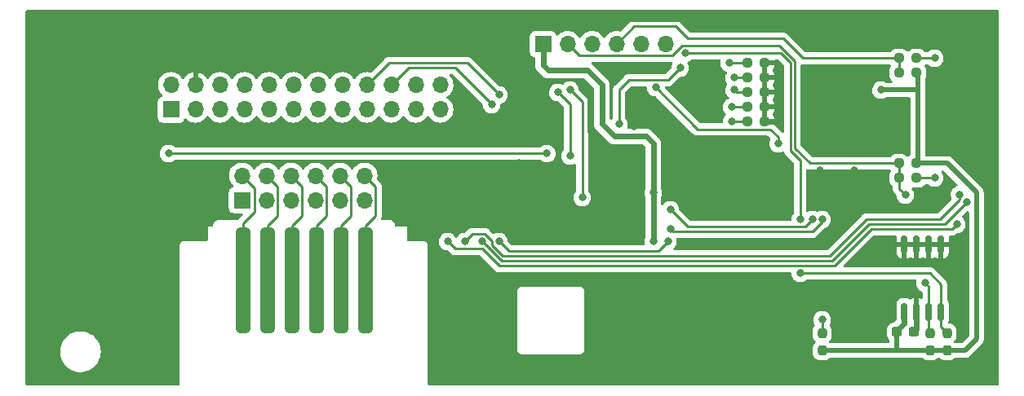
<source format=gbr>
%TF.GenerationSoftware,KiCad,Pcbnew,(5.99.0-9829-g074f0432f0)*%
%TF.CreationDate,2021-07-27T15:24:35+02:00*%
%TF.ProjectId,KM217-WiFi,4b4d3231-372d-4576-9946-692e6b696361,0.0.1*%
%TF.SameCoordinates,Original*%
%TF.FileFunction,Copper,L2,Bot*%
%TF.FilePolarity,Positive*%
%FSLAX46Y46*%
G04 Gerber Fmt 4.6, Leading zero omitted, Abs format (unit mm)*
G04 Created by KiCad (PCBNEW (5.99.0-9829-g074f0432f0)) date 2021-07-27 15:24:35*
%MOMM*%
%LPD*%
G01*
G04 APERTURE LIST*
G04 Aperture macros list*
%AMRoundRect*
0 Rectangle with rounded corners*
0 $1 Rounding radius*
0 $2 $3 $4 $5 $6 $7 $8 $9 X,Y pos of 4 corners*
0 Add a 4 corners polygon primitive as box body*
4,1,4,$2,$3,$4,$5,$6,$7,$8,$9,$2,$3,0*
0 Add four circle primitives for the rounded corners*
1,1,$1+$1,$2,$3*
1,1,$1+$1,$4,$5*
1,1,$1+$1,$6,$7*
1,1,$1+$1,$8,$9*
0 Add four rect primitives between the rounded corners*
20,1,$1+$1,$2,$3,$4,$5,0*
20,1,$1+$1,$4,$5,$6,$7,0*
20,1,$1+$1,$6,$7,$8,$9,0*
20,1,$1+$1,$8,$9,$2,$3,0*%
G04 Aperture macros list end*
%TA.AperFunction,SMDPad,CuDef*%
%ADD10RoundRect,0.457200X-0.304800X-5.042800X0.304800X-5.042800X0.304800X5.042800X-0.304800X5.042800X0*%
%TD*%
%TA.AperFunction,ComponentPad*%
%ADD11R,1.700000X1.700000*%
%TD*%
%TA.AperFunction,ComponentPad*%
%ADD12O,1.700000X1.700000*%
%TD*%
%TA.AperFunction,SMDPad,CuDef*%
%ADD13RoundRect,0.237500X0.250000X0.237500X-0.250000X0.237500X-0.250000X-0.237500X0.250000X-0.237500X0*%
%TD*%
%TA.AperFunction,SMDPad,CuDef*%
%ADD14RoundRect,0.150000X-0.150000X0.800000X-0.150000X-0.800000X0.150000X-0.800000X0.150000X0.800000X0*%
%TD*%
%TA.AperFunction,SMDPad,CuDef*%
%ADD15RoundRect,0.237500X-0.300000X-0.237500X0.300000X-0.237500X0.300000X0.237500X-0.300000X0.237500X0*%
%TD*%
%TA.AperFunction,SMDPad,CuDef*%
%ADD16RoundRect,0.237500X-0.250000X-0.237500X0.250000X-0.237500X0.250000X0.237500X-0.250000X0.237500X0*%
%TD*%
%TA.AperFunction,SMDPad,CuDef*%
%ADD17RoundRect,0.237500X0.237500X-0.250000X0.237500X0.250000X-0.237500X0.250000X-0.237500X-0.250000X0*%
%TD*%
%TA.AperFunction,ViaPad*%
%ADD18C,0.800000*%
%TD*%
%TA.AperFunction,Conductor*%
%ADD19C,0.600000*%
%TD*%
%TA.AperFunction,Conductor*%
%ADD20C,0.500000*%
%TD*%
%TA.AperFunction,Conductor*%
%ADD21C,0.250000*%
%TD*%
G04 APERTURE END LIST*
D10*
%TO.P,J1,12,Pin_12*%
%TO.N,LM_P12*%
X105750000Y-118618000D03*
%TO.P,J1,10,Pin_10*%
%TO.N,LM_P10*%
X103210000Y-118618000D03*
%TO.P,J1,8,Pin_8*%
%TO.N,LM_P8*%
X100670000Y-118618000D03*
%TO.P,J1,6,Pin_6*%
%TO.N,LM_P6*%
X98130000Y-118618000D03*
%TO.P,J1,4,Pin_4*%
%TO.N,LM_P4*%
X95590000Y-118618000D03*
%TO.P,J1,2,Pin_2*%
%TO.N,LM_P2*%
X93050000Y-118618000D03*
%TD*%
D11*
%TO.P,J2,1,Pin_1*%
%TO.N,LM_P1*%
X85598000Y-100838000D03*
D12*
%TO.P,J2,2,Pin_2*%
%TO.N,+5V*%
X85598000Y-98298000D03*
%TO.P,J2,3,Pin_3*%
%TO.N,LM_P2*%
X88138000Y-100838000D03*
%TO.P,J2,4,Pin_4*%
%TO.N,GND*%
X88138000Y-98298000D03*
%TO.P,J2,5,Pin_5*%
%TO.N,LM_P3*%
X90678000Y-100838000D03*
%TO.P,J2,6,Pin_6*%
%TO.N,unconnected-(J2-Pad6)*%
X90678000Y-98298000D03*
%TO.P,J2,7,Pin_7*%
%TO.N,LM_P4*%
X93218000Y-100838000D03*
%TO.P,J2,8,Pin_8*%
%TO.N,unconnected-(J2-Pad8)*%
X93218000Y-98298000D03*
%TO.P,J2,9,Pin_9*%
%TO.N,LM_P5*%
X95758000Y-100838000D03*
%TO.P,J2,10,Pin_10*%
%TO.N,LM_RX*%
X95758000Y-98298000D03*
%TO.P,J2,11,Pin_11*%
%TO.N,LM_P6*%
X98298000Y-100838000D03*
%TO.P,J2,12,Pin_12*%
%TO.N,LM_TX*%
X98298000Y-98298000D03*
%TO.P,J2,13,Pin_13*%
%TO.N,LM_P7*%
X100838000Y-100838000D03*
%TO.P,J2,14,Pin_14*%
%TO.N,unconnected-(J2-Pad14)*%
X100838000Y-98298000D03*
%TO.P,J2,15,Pin_15*%
%TO.N,LM_P8*%
X103378000Y-100838000D03*
%TO.P,J2,16,Pin_16*%
%TO.N,unconnected-(J2-Pad16)*%
X103378000Y-98298000D03*
%TO.P,J2,17,Pin_17*%
%TO.N,LM_P9*%
X105918000Y-100838000D03*
%TO.P,J2,18,Pin_18*%
%TO.N,Net-(J2-Pad18)*%
X105918000Y-98298000D03*
%TO.P,J2,19,Pin_19*%
%TO.N,LM_P10*%
X108458000Y-100838000D03*
%TO.P,J2,20,Pin_20*%
%TO.N,Net-(J2-Pad20)*%
X108458000Y-98298000D03*
%TO.P,J2,21,Pin_21*%
%TO.N,LM_P11*%
X110998000Y-100838000D03*
%TO.P,J2,22,Pin_22*%
%TO.N,Net-(J2-Pad22)*%
X110998000Y-98298000D03*
%TO.P,J2,23,Pin_23*%
%TO.N,LM_P12*%
X113538000Y-100838000D03*
%TO.P,J2,24,Pin_24*%
%TO.N,Net-(J2-Pad24)*%
X113538000Y-98298000D03*
%TD*%
D11*
%TO.P,J3,1,Pin_1*%
%TO.N,LM_P1*%
X92964000Y-110241000D03*
D12*
%TO.P,J3,2,Pin_2*%
%TO.N,LM_P2*%
X92964000Y-107701000D03*
%TO.P,J3,3,Pin_3*%
%TO.N,LM_P3*%
X95504000Y-110241000D03*
%TO.P,J3,4,Pin_4*%
%TO.N,LM_P4*%
X95504000Y-107701000D03*
%TO.P,J3,5,Pin_5*%
%TO.N,LM_P5*%
X98044000Y-110241000D03*
%TO.P,J3,6,Pin_6*%
%TO.N,LM_P6*%
X98044000Y-107701000D03*
%TO.P,J3,7,Pin_7*%
%TO.N,LM_P7*%
X100584000Y-110241000D03*
%TO.P,J3,8,Pin_8*%
%TO.N,LM_P8*%
X100584000Y-107701000D03*
%TO.P,J3,9,Pin_9*%
%TO.N,LM_P9*%
X103124000Y-110241000D03*
%TO.P,J3,10,Pin_10*%
%TO.N,LM_P10*%
X103124000Y-107701000D03*
%TO.P,J3,11,Pin_11*%
%TO.N,LM_P11*%
X105664000Y-110241000D03*
%TO.P,J3,12,Pin_12*%
%TO.N,LM_P12*%
X105664000Y-107701000D03*
%TD*%
D11*
%TO.P,J4,1,Pin_1*%
%TO.N,+3V3*%
X124206000Y-94037000D03*
D12*
%TO.P,J4,2,Pin_2*%
%TO.N,ESP_IO0*%
X126746000Y-94037000D03*
%TO.P,J4,3,Pin_3*%
%TO.N,ESP_EN*%
X129286000Y-94037000D03*
%TO.P,J4,4,Pin_4*%
%TO.N,ESP_TX*%
X131826000Y-94037000D03*
%TO.P,J4,5,Pin_5*%
%TO.N,ESP_RX*%
X134366000Y-94037000D03*
%TO.P,J4,6,Pin_6*%
%TO.N,GND*%
X136906000Y-94037000D03*
%TD*%
D13*
%TO.P,R20,1*%
%TO.N,Net-(R20-Pad1)*%
X162964500Y-107950000D03*
%TO.P,R20,2*%
%TO.N,ESP_IO0*%
X161139500Y-107950000D03*
%TD*%
D14*
%TO.P,U3,1,A0*%
%TO.N,GND*%
X161671000Y-114864000D03*
%TO.P,U3,2,A1*%
X162941000Y-114864000D03*
%TO.P,U3,3,A2*%
X164211000Y-114864000D03*
%TO.P,U3,4,GND*%
X165481000Y-114864000D03*
%TO.P,U3,5,SDA*%
%TO.N,SDA*%
X165481000Y-121864000D03*
%TO.P,U3,6,SCL*%
%TO.N,SCL*%
X164211000Y-121864000D03*
%TO.P,U3,7,WP*%
%TO.N,GND*%
X162941000Y-121864000D03*
%TO.P,U3,8,VCC*%
%TO.N,+3V3*%
X161671000Y-121864000D03*
%TD*%
D15*
%TO.P,C6,1*%
%TO.N,+3V3*%
X160935500Y-123952000D03*
%TO.P,C6,2*%
%TO.N,GND*%
X162660500Y-123952000D03*
%TD*%
D16*
%TO.P,R12,1*%
%TO.N,ADC1_CH0*%
X145391500Y-96012000D03*
%TO.P,R12,2*%
%TO.N,GND*%
X147216500Y-96012000D03*
%TD*%
%TO.P,R14,1*%
%TO.N,ADC1_CH5*%
X145391500Y-102108000D03*
%TO.P,R14,2*%
%TO.N,GND*%
X147216500Y-102108000D03*
%TD*%
D17*
%TO.P,R29,1*%
%TO.N,+3V3*%
X153162000Y-125880500D03*
%TO.P,R29,2*%
%TO.N,ESP_EN*%
X153162000Y-124055500D03*
%TD*%
D13*
%TO.P,R28,1*%
%TO.N,+3V3*%
X162964500Y-97028000D03*
%TO.P,R28,2*%
%TO.N,ESP_TX*%
X161139500Y-97028000D03*
%TD*%
D16*
%TO.P,R13,1*%
%TO.N,ADC1_CH4*%
X145391500Y-100584000D03*
%TO.P,R13,2*%
%TO.N,GND*%
X147216500Y-100584000D03*
%TD*%
D17*
%TO.P,R30,1*%
%TO.N,+3V3*%
X164338000Y-125880500D03*
%TO.P,R30,2*%
%TO.N,SCL*%
X164338000Y-124055500D03*
%TD*%
%TO.P,R4,1*%
%TO.N,+3V3*%
X166116000Y-125880500D03*
%TO.P,R4,2*%
%TO.N,SDA*%
X166116000Y-124055500D03*
%TD*%
D13*
%TO.P,R27,1*%
%TO.N,+3V3*%
X162964500Y-106426000D03*
%TO.P,R27,2*%
%TO.N,ESP_IO0*%
X161139500Y-106426000D03*
%TD*%
D16*
%TO.P,R16,1*%
%TO.N,ADC1_CH7*%
X145391500Y-99060000D03*
%TO.P,R16,2*%
%TO.N,GND*%
X147216500Y-99060000D03*
%TD*%
D13*
%TO.P,R21,1*%
%TO.N,Net-(R21-Pad1)*%
X162964500Y-95504000D03*
%TO.P,R21,2*%
%TO.N,ESP_TX*%
X161139500Y-95504000D03*
%TD*%
D16*
%TO.P,R15,1*%
%TO.N,ADC1_CH6*%
X145391500Y-97536000D03*
%TO.P,R15,2*%
%TO.N,GND*%
X147216500Y-97536000D03*
%TD*%
D18*
%TO.N,GND*%
X133858000Y-111252000D03*
X134366000Y-118872000D03*
X152908000Y-114808000D03*
X140208000Y-110490000D03*
X156210000Y-128016000D03*
X130048000Y-128524000D03*
X121666000Y-106426000D03*
X133604000Y-102616000D03*
X169672000Y-92202000D03*
X89408000Y-92710000D03*
X88138000Y-113284000D03*
X82550000Y-97536000D03*
X113538000Y-125222000D03*
X85344000Y-128270000D03*
X121412000Y-92710000D03*
X89154000Y-108966000D03*
X151638000Y-94234000D03*
X153416000Y-102870000D03*
X104394000Y-103251000D03*
X170180000Y-99568000D03*
X132588000Y-124714000D03*
X107188000Y-102362000D03*
X113792000Y-128270000D03*
X139192000Y-121920000D03*
X79502000Y-91440000D03*
X166116000Y-97282000D03*
X132080000Y-96774000D03*
X80518000Y-111252000D03*
X148590000Y-102108000D03*
X71628000Y-91440000D03*
X77724000Y-113538000D03*
X94234000Y-103632000D03*
X160020000Y-105410000D03*
X153416000Y-91694000D03*
X96647000Y-103505000D03*
X159766000Y-116586000D03*
X138176000Y-98298000D03*
X111506000Y-112522000D03*
X72136000Y-113792000D03*
X164592000Y-109474000D03*
X141732000Y-91440000D03*
X152908000Y-107188000D03*
X159512000Y-93218000D03*
X109474000Y-108204000D03*
X111506000Y-93726000D03*
X147066000Y-122174000D03*
X148336000Y-91440000D03*
X102235000Y-103632000D03*
X104140000Y-93726000D03*
X121158000Y-118618000D03*
X128016000Y-92456000D03*
X165354000Y-103632000D03*
X97790000Y-93726000D03*
X122174000Y-114046000D03*
X88138000Y-95758000D03*
X72136000Y-106426000D03*
X130429000Y-108458000D03*
X115824000Y-109982000D03*
X129032000Y-118618000D03*
X136398000Y-102870000D03*
X155194000Y-122174000D03*
X136144000Y-96774000D03*
X157988000Y-102616000D03*
X129540000Y-103632000D03*
X134366000Y-128270000D03*
X95250000Y-95758000D03*
X89408000Y-102616000D03*
X155702000Y-94234000D03*
X147320000Y-114808000D03*
X122428000Y-110236000D03*
X157480000Y-99314000D03*
X122682000Y-103378000D03*
X153416000Y-94234000D03*
X102108000Y-96901000D03*
X170180000Y-107188000D03*
X90170000Y-111760000D03*
X155702000Y-111760000D03*
X128524000Y-98298000D03*
X140970000Y-104140000D03*
X99441000Y-103251000D03*
X165100000Y-100076000D03*
X159766000Y-114554000D03*
X91948000Y-95758000D03*
X83820000Y-92710000D03*
X147066000Y-128016000D03*
X71882000Y-101346000D03*
X156718000Y-116586000D03*
X81026000Y-122682000D03*
X75692000Y-96266000D03*
X152908000Y-105410000D03*
X78994000Y-101854000D03*
X94234000Y-92710000D03*
X118110000Y-125476000D03*
X71628000Y-128270000D03*
X162560000Y-111252000D03*
X104648000Y-96901000D03*
X143256000Y-121920000D03*
X79248000Y-107188000D03*
X142240000Y-114808000D03*
X118364000Y-128524000D03*
X114046000Y-103632000D03*
X116332000Y-101092000D03*
X119888000Y-93726000D03*
X92075000Y-103251000D03*
X138430000Y-105410000D03*
X131572000Y-111252000D03*
X87122000Y-102616000D03*
X167640000Y-122174000D03*
X156464000Y-107188000D03*
X167386000Y-115570000D03*
%TO.N,+3V3*%
X135636000Y-114554000D03*
X159258000Y-98806000D03*
X135636000Y-109474000D03*
%TO.N,+5V*%
X124587000Y-105410000D03*
X85344000Y-105410000D03*
X138430000Y-96520000D03*
X132080000Y-102362000D03*
%TO.N,Net-(J2-Pad20)*%
X118872000Y-100330000D03*
%TO.N,Net-(J2-Pad18)*%
X119634000Y-99314000D03*
%TO.N,LM_TX*%
X127000000Y-105664000D03*
X125730000Y-99060000D03*
%TO.N,LM_RX*%
X128270000Y-109982000D03*
X127000000Y-98806000D03*
%TO.N,ESP_EN*%
X153162000Y-122682000D03*
X138938000Y-94996000D03*
X150876000Y-112268000D03*
%TO.N,ESP_IO0*%
X161798000Y-109728000D03*
%TO.N,U1TX*%
X153162000Y-112268000D03*
X137414000Y-113284000D03*
%TO.N,U1RX*%
X152146000Y-112268000D03*
X137414000Y-111252000D03*
%TO.N,SDA*%
X150876000Y-117856000D03*
%TO.N,ADC1_CH0*%
X143510000Y-96012000D03*
%TO.N,ADC1_CH4*%
X143764000Y-100584000D03*
%TO.N,ADC1_CH5*%
X143764000Y-102108000D03*
%TO.N,ADC1_CH6*%
X144018000Y-97536000D03*
%TO.N,ADC1_CH7*%
X144018000Y-98806000D03*
%TO.N,Net-(R20-Pad1)*%
X164846000Y-107950000D03*
%TO.N,Net-(R21-Pad1)*%
X164846000Y-95504000D03*
%TO.N,Net-(R22-Pad1)*%
X148590000Y-104394000D03*
X135890000Y-98552000D03*
%TO.N,Net-(R23-Pad1)*%
X114300000Y-114554000D03*
X167132000Y-112776000D03*
%TO.N,Net-(R24-Pad1)*%
X116078000Y-114554000D03*
X167423000Y-109657948D03*
%TO.N,Net-(R25-Pad1)*%
X117856000Y-114554000D03*
X168148000Y-110490000D03*
%TO.N,Net-(R26-Pad1)*%
X119634000Y-114554000D03*
X137160000Y-114554000D03*
%TO.N,SCL*%
X163830000Y-118872000D03*
%TD*%
D19*
%TO.N,GND*%
X122682000Y-91440000D02*
X121412000Y-92710000D01*
X129540000Y-103632000D02*
X129032000Y-103124000D01*
D20*
X80518000Y-98298000D02*
X83820000Y-94996000D01*
D19*
X133604000Y-96774000D02*
X132080000Y-96774000D01*
X153416000Y-94234000D02*
X153416000Y-91694000D01*
D20*
X83820000Y-94996000D02*
X87376000Y-94996000D01*
X87376000Y-94996000D02*
X88138000Y-95758000D01*
D19*
X141732000Y-91440000D02*
X122682000Y-91440000D01*
X136144000Y-96774000D02*
X133604000Y-96774000D01*
D20*
X80518000Y-111252000D02*
X80518000Y-98298000D01*
D19*
X129032000Y-98806000D02*
X128524000Y-98298000D01*
X162941000Y-123671500D02*
X162660500Y-123952000D01*
X129032000Y-103124000D02*
X129032000Y-98806000D01*
X148590000Y-102108000D02*
X147216500Y-102108000D01*
X162941000Y-121864000D02*
X162941000Y-123671500D01*
D20*
%TO.N,+3V3*%
X163068000Y-98806000D02*
X163068000Y-106322500D01*
D19*
X160935500Y-123798500D02*
X160935500Y-123952000D01*
X161671000Y-121864000D02*
X161671000Y-123063000D01*
D20*
X166116000Y-106426000D02*
X169164000Y-109474000D01*
D19*
X130302000Y-102362000D02*
X130302000Y-98298000D01*
X135636000Y-114554000D02*
X135636000Y-109474000D01*
D20*
X163068000Y-98806000D02*
X163068000Y-97131500D01*
D19*
X135636000Y-104394000D02*
X134874000Y-103632000D01*
X128778000Y-96774000D02*
X124714000Y-96774000D01*
D20*
X169164000Y-124714000D02*
X167997500Y-125880500D01*
X166116000Y-125880500D02*
X164338000Y-125880500D01*
D19*
X161671000Y-123063000D02*
X160935500Y-123798500D01*
D20*
X160935500Y-125880500D02*
X160935500Y-123952000D01*
D19*
X130302000Y-98298000D02*
X128778000Y-96774000D01*
D20*
X163068000Y-97131500D02*
X162964500Y-97028000D01*
X163068000Y-106322500D02*
X162964500Y-106426000D01*
D19*
X131572000Y-103632000D02*
X130302000Y-102362000D01*
X124714000Y-96774000D02*
X124206000Y-96266000D01*
X134874000Y-103632000D02*
X131572000Y-103632000D01*
D20*
X162964500Y-106426000D02*
X166116000Y-106426000D01*
X164338000Y-125880500D02*
X160935500Y-125880500D01*
X153162000Y-125880500D02*
X160935500Y-125880500D01*
X159258000Y-98806000D02*
X163068000Y-98806000D01*
D19*
X135636000Y-109474000D02*
X135636000Y-104394000D01*
X124206000Y-96266000D02*
X124206000Y-94037000D01*
D20*
X169164000Y-109474000D02*
X169164000Y-124714000D01*
X167997500Y-125880500D02*
X166116000Y-125880500D01*
D21*
%TO.N,+5V*%
X132080000Y-102362000D02*
X132080000Y-98806000D01*
X85344000Y-105410000D02*
X124587000Y-105410000D01*
X132080000Y-98806000D02*
X133096000Y-97790000D01*
X136398000Y-97790000D02*
X137160000Y-97790000D01*
X137160000Y-97790000D02*
X138430000Y-96520000D01*
X133096000Y-97790000D02*
X136398000Y-97790000D01*
%TO.N,LM_P2*%
X94234000Y-108971000D02*
X94234000Y-111506000D01*
X94234000Y-111506000D02*
X93050000Y-112690000D01*
X92964000Y-107701000D02*
X94234000Y-108971000D01*
X93050000Y-112690000D02*
X93050000Y-118618000D01*
%TO.N,LM_P4*%
X95590000Y-112944000D02*
X95590000Y-118618000D01*
X96679011Y-111854989D02*
X95590000Y-112944000D01*
X95504000Y-107701000D02*
X96679011Y-108876011D01*
X96679011Y-108876011D02*
X96679011Y-111854989D01*
%TO.N,LM_P6*%
X99219011Y-111854989D02*
X98130000Y-112944000D01*
X99219011Y-108876011D02*
X99219011Y-111854989D01*
X98044000Y-107701000D02*
X99219011Y-108876011D01*
X98130000Y-112944000D02*
X98130000Y-118618000D01*
%TO.N,LM_P8*%
X100584000Y-107701000D02*
X101759011Y-108876011D01*
X101759011Y-108876011D02*
X101759011Y-111854989D01*
X101759011Y-111854989D02*
X100670000Y-112944000D01*
X100670000Y-112944000D02*
X100670000Y-118618000D01*
%TO.N,LM_P10*%
X103124000Y-107701000D02*
X104299011Y-108876011D01*
X103210000Y-112944000D02*
X103210000Y-118618000D01*
X104299011Y-108876011D02*
X104299011Y-111854989D01*
X104299011Y-111854989D02*
X103210000Y-112944000D01*
%TO.N,LM_P12*%
X105750000Y-112944000D02*
X105750000Y-118618000D01*
X106839011Y-108876011D02*
X106839011Y-111854989D01*
X106839011Y-111854989D02*
X105750000Y-112944000D01*
X105664000Y-107701000D02*
X106839011Y-108876011D01*
%TO.N,Net-(J2-Pad20)*%
X110236000Y-96520000D02*
X108458000Y-98298000D01*
X118872000Y-100330000D02*
X115062000Y-96520000D01*
X115062000Y-96520000D02*
X110236000Y-96520000D01*
%TO.N,Net-(J2-Pad18)*%
X119634000Y-99314000D02*
X116332000Y-96012000D01*
X108204000Y-96012000D02*
X105918000Y-98298000D01*
X116332000Y-96012000D02*
X108204000Y-96012000D01*
%TO.N,LM_TX*%
X127000000Y-100330000D02*
X125730000Y-99060000D01*
X127000000Y-105664000D02*
X127000000Y-100330000D01*
%TO.N,LM_RX*%
X128270000Y-109982000D02*
X128270000Y-100076000D01*
X128270000Y-100076000D02*
X127000000Y-98806000D01*
%TO.N,ESP_TX*%
X151130000Y-95504000D02*
X149098000Y-93472000D01*
X161139500Y-95504000D02*
X161139500Y-97028000D01*
X137922000Y-92202000D02*
X133661000Y-92202000D01*
X133661000Y-92202000D02*
X131826000Y-94037000D01*
X139192000Y-93472000D02*
X137922000Y-92202000D01*
X161139500Y-95504000D02*
X151130000Y-95504000D01*
X149098000Y-93472000D02*
X139192000Y-93472000D01*
%TO.N,ESP_EN*%
X149860000Y-105156000D02*
X149860000Y-96012000D01*
X153162000Y-122682000D02*
X153162000Y-124055500D01*
X150876000Y-112268000D02*
X150876000Y-106172000D01*
X148844000Y-94996000D02*
X149860000Y-96012000D01*
X138938000Y-94996000D02*
X148844000Y-94996000D01*
X150876000Y-106172000D02*
X149860000Y-105156000D01*
%TO.N,ESP_IO0*%
X138626983Y-94234000D02*
X137610983Y-95250000D01*
X127959000Y-95250000D02*
X126746000Y-94037000D01*
X161139500Y-106426000D02*
X151892000Y-106426000D01*
X161139500Y-109069500D02*
X161139500Y-107950000D01*
X148718424Y-94234000D02*
X138626983Y-94234000D01*
X161139500Y-107950000D02*
X161139500Y-106426000D01*
X161798000Y-109728000D02*
X161139500Y-109069500D01*
X137610983Y-95250000D02*
X127959000Y-95250000D01*
X150310020Y-104844020D02*
X150310020Y-95825596D01*
X150310020Y-95825596D02*
X148718424Y-94234000D01*
X151892000Y-106426000D02*
X150310020Y-104844020D01*
%TO.N,U1TX*%
X153162000Y-112522000D02*
X153162000Y-112268000D01*
X152146000Y-113538000D02*
X153162000Y-112522000D01*
X137668000Y-113538000D02*
X152146000Y-113538000D01*
X137414000Y-113284000D02*
X137668000Y-113538000D01*
%TO.N,U1RX*%
X152146000Y-112268000D02*
X151384000Y-113030000D01*
X139192000Y-113030000D02*
X137414000Y-111252000D01*
X151384000Y-113030000D02*
X139192000Y-113030000D01*
%TO.N,SDA*%
X165481000Y-118999000D02*
X165481000Y-121864000D01*
X150876000Y-117856000D02*
X164338000Y-117856000D01*
X165481000Y-121864000D02*
X165481000Y-123420500D01*
X164338000Y-117856000D02*
X165481000Y-118999000D01*
X165481000Y-123420500D02*
X166116000Y-124055500D01*
%TO.N,ADC1_CH0*%
X143510000Y-96012000D02*
X145391500Y-96012000D01*
%TO.N,ADC1_CH4*%
X143764000Y-100584000D02*
X145391500Y-100584000D01*
%TO.N,ADC1_CH5*%
X143764000Y-102108000D02*
X145391500Y-102108000D01*
%TO.N,ADC1_CH6*%
X144018000Y-97536000D02*
X145391500Y-97536000D01*
%TO.N,ADC1_CH7*%
X144780000Y-99060000D02*
X145391500Y-99060000D01*
X144272000Y-99060000D02*
X145391500Y-99060000D01*
X144018000Y-98806000D02*
X144272000Y-99060000D01*
%TO.N,Net-(R20-Pad1)*%
X162964500Y-107950000D02*
X164846000Y-107950000D01*
%TO.N,Net-(R21-Pad1)*%
X162964500Y-95504000D02*
X164846000Y-95504000D01*
%TO.N,Net-(R22-Pad1)*%
X135890000Y-98552000D02*
X140246020Y-102908020D01*
X140246020Y-102908020D02*
X147789980Y-102908020D01*
X147789980Y-102908020D02*
X148590000Y-103708040D01*
X148590000Y-103708040D02*
X148590000Y-104394000D01*
%TO.N,Net-(R23-Pad1)*%
X114300000Y-114554000D02*
X115062000Y-115316000D01*
X117856000Y-115316000D02*
X119634000Y-117094000D01*
X166624000Y-113284000D02*
X167132000Y-112776000D01*
X154432000Y-117094000D02*
X158242000Y-113284000D01*
X115062000Y-115316000D02*
X117856000Y-115316000D01*
X158242000Y-113284000D02*
X166624000Y-113284000D01*
X119634000Y-117094000D02*
X154432000Y-117094000D01*
%TO.N,Net-(R24-Pad1)*%
X118167017Y-113792000D02*
X116840000Y-113792000D01*
X167423000Y-110199000D02*
X165354000Y-112268000D01*
X165354000Y-112268000D02*
X157734000Y-112268000D01*
X167423000Y-109657948D02*
X167423000Y-110199000D01*
X157734000Y-112268000D02*
X153924000Y-116078000D01*
X116840000Y-113792000D02*
X116078000Y-114554000D01*
X120016424Y-116078000D02*
X118872000Y-114933576D01*
X118872000Y-114933576D02*
X118872000Y-114496983D01*
X118872000Y-114496983D02*
X118167017Y-113792000D01*
X153924000Y-116078000D02*
X120016424Y-116078000D01*
%TO.N,Net-(R25-Pad1)*%
X157988000Y-112776000D02*
X162560000Y-112776000D01*
X154178000Y-116586000D02*
X156718000Y-114046000D01*
X162560000Y-112776000D02*
X165862000Y-112776000D01*
X119888000Y-116586000D02*
X138430000Y-116586000D01*
X156718000Y-114046000D02*
X157988000Y-112776000D01*
X138430000Y-116586000D02*
X154178000Y-116586000D01*
X117856000Y-114554000D02*
X119888000Y-116586000D01*
X165862000Y-112776000D02*
X168148000Y-110490000D01*
%TO.N,Net-(R26-Pad1)*%
X120650000Y-115570000D02*
X136144000Y-115570000D01*
X119634000Y-114554000D02*
X120650000Y-115570000D01*
X136144000Y-115570000D02*
X137160000Y-114554000D01*
%TO.N,SCL*%
X164211000Y-123928500D02*
X164338000Y-124055500D01*
X164211000Y-121864000D02*
X164211000Y-123928500D01*
X163830000Y-118872000D02*
X164211000Y-119253000D01*
X164211000Y-119253000D02*
X164211000Y-121864000D01*
%TD*%
%TA.AperFunction,Conductor*%
%TO.N,GND*%
G36*
X171434121Y-90528002D02*
G01*
X171480614Y-90581658D01*
X171492000Y-90634000D01*
X171492000Y-129366000D01*
X171471998Y-129434121D01*
X171418342Y-129480614D01*
X171366000Y-129492000D01*
X112384000Y-129492000D01*
X112315879Y-129471998D01*
X112269386Y-129418342D01*
X112258000Y-129366000D01*
X112258000Y-119819622D01*
X121491746Y-119819622D01*
X121491984Y-119820454D01*
X121492000Y-119820692D01*
X121492000Y-125777622D01*
X121491998Y-125778392D01*
X121491746Y-125819622D01*
X121494212Y-125828250D01*
X121494212Y-125828251D01*
X121499859Y-125848013D01*
X121503436Y-125864770D01*
X121504303Y-125870820D01*
X121507620Y-125893982D01*
X121511335Y-125902152D01*
X121511336Y-125902156D01*
X121518224Y-125917305D01*
X121524673Y-125934833D01*
X121529248Y-125950842D01*
X121529251Y-125950849D01*
X121531716Y-125959474D01*
X121547472Y-125984445D01*
X121555605Y-125999519D01*
X121567822Y-126026389D01*
X121581090Y-126041787D01*
X121584550Y-126045803D01*
X121595654Y-126060810D01*
X121609331Y-126082486D01*
X121628294Y-126099233D01*
X121631453Y-126102023D01*
X121643500Y-126114219D01*
X121656905Y-126129777D01*
X121656909Y-126129780D01*
X121662766Y-126136578D01*
X121670295Y-126141458D01*
X121670296Y-126141459D01*
X121684271Y-126150517D01*
X121699145Y-126161807D01*
X121718351Y-126178769D01*
X121745077Y-126191317D01*
X121760048Y-126199633D01*
X121784821Y-126215690D01*
X121793425Y-126218263D01*
X121793427Y-126218264D01*
X121809377Y-126223034D01*
X121826822Y-126229696D01*
X121841887Y-126236769D01*
X121841889Y-126236769D01*
X121850013Y-126240584D01*
X121858877Y-126241964D01*
X121858886Y-126241967D01*
X121879180Y-126245127D01*
X121895891Y-126248908D01*
X121915572Y-126254793D01*
X121915575Y-126254793D01*
X121924174Y-126257365D01*
X121933146Y-126257420D01*
X121933147Y-126257420D01*
X121956998Y-126257566D01*
X121959838Y-126257684D01*
X121961865Y-126258000D01*
X122027622Y-126258000D01*
X122028392Y-126258002D01*
X122069622Y-126258254D01*
X122070454Y-126258016D01*
X122070692Y-126258000D01*
X128027622Y-126258000D01*
X128028392Y-126258002D01*
X128069622Y-126258254D01*
X128078251Y-126255788D01*
X128098013Y-126250141D01*
X128114770Y-126246564D01*
X128135097Y-126243653D01*
X128135100Y-126243652D01*
X128143982Y-126242380D01*
X128152152Y-126238665D01*
X128152156Y-126238664D01*
X128167305Y-126231776D01*
X128184833Y-126225327D01*
X128200842Y-126220752D01*
X128200849Y-126220749D01*
X128209474Y-126218284D01*
X128234445Y-126202528D01*
X128249519Y-126194395D01*
X128276389Y-126182178D01*
X128295803Y-126165450D01*
X128310810Y-126154346D01*
X128332486Y-126140669D01*
X128352026Y-126118544D01*
X128364219Y-126106500D01*
X128379777Y-126093095D01*
X128379780Y-126093091D01*
X128386578Y-126087234D01*
X128400517Y-126065729D01*
X128411807Y-126050855D01*
X128417630Y-126044262D01*
X128428769Y-126031649D01*
X128441317Y-126004923D01*
X128449633Y-125989952D01*
X128465690Y-125965179D01*
X128468264Y-125956573D01*
X128473034Y-125940623D01*
X128479696Y-125923178D01*
X128486769Y-125908113D01*
X128486769Y-125908111D01*
X128490584Y-125899987D01*
X128491964Y-125891123D01*
X128491967Y-125891114D01*
X128495127Y-125870820D01*
X128498908Y-125854109D01*
X128504793Y-125834428D01*
X128504793Y-125834425D01*
X128507365Y-125825826D01*
X128507566Y-125793002D01*
X128507684Y-125790162D01*
X128508000Y-125788135D01*
X128508000Y-125722378D01*
X128508002Y-125721608D01*
X128508161Y-125695524D01*
X128508254Y-125680378D01*
X128508016Y-125679546D01*
X128508000Y-125679308D01*
X128508000Y-119722378D01*
X128508002Y-119721608D01*
X128508037Y-119715939D01*
X128508254Y-119680378D01*
X128505788Y-119671749D01*
X128500141Y-119651987D01*
X128496564Y-119635230D01*
X128493653Y-119614903D01*
X128493652Y-119614900D01*
X128492380Y-119606018D01*
X128488665Y-119597848D01*
X128488664Y-119597844D01*
X128481776Y-119582695D01*
X128475327Y-119565167D01*
X128470752Y-119549158D01*
X128470749Y-119549151D01*
X128468284Y-119540526D01*
X128452528Y-119515555D01*
X128444395Y-119500481D01*
X128432178Y-119473611D01*
X128415450Y-119454197D01*
X128404346Y-119439190D01*
X128390669Y-119417514D01*
X128368544Y-119397974D01*
X128356500Y-119385781D01*
X128343095Y-119370223D01*
X128343091Y-119370220D01*
X128337234Y-119363422D01*
X128315729Y-119349483D01*
X128300855Y-119338193D01*
X128288378Y-119327174D01*
X128281649Y-119321231D01*
X128254923Y-119308683D01*
X128239952Y-119300367D01*
X128215179Y-119284310D01*
X128206575Y-119281737D01*
X128206573Y-119281736D01*
X128190623Y-119276966D01*
X128173178Y-119270304D01*
X128158113Y-119263231D01*
X128158111Y-119263231D01*
X128149987Y-119259416D01*
X128141123Y-119258036D01*
X128141114Y-119258033D01*
X128120820Y-119254873D01*
X128104109Y-119251092D01*
X128084428Y-119245207D01*
X128084425Y-119245207D01*
X128075826Y-119242635D01*
X128066854Y-119242580D01*
X128066853Y-119242580D01*
X128043002Y-119242434D01*
X128040162Y-119242316D01*
X128038135Y-119242000D01*
X127972378Y-119242000D01*
X127971608Y-119241998D01*
X127971052Y-119241995D01*
X127930378Y-119241746D01*
X127929546Y-119241984D01*
X127929308Y-119242000D01*
X121972378Y-119242000D01*
X121971608Y-119241998D01*
X121971352Y-119241996D01*
X121930378Y-119241746D01*
X121921750Y-119244212D01*
X121921749Y-119244212D01*
X121901987Y-119249859D01*
X121885230Y-119253436D01*
X121864903Y-119256347D01*
X121864900Y-119256348D01*
X121856018Y-119257620D01*
X121847848Y-119261335D01*
X121847844Y-119261336D01*
X121832695Y-119268224D01*
X121815167Y-119274673D01*
X121799158Y-119279248D01*
X121799151Y-119279251D01*
X121790526Y-119281716D01*
X121765555Y-119297472D01*
X121750481Y-119305605D01*
X121723611Y-119317822D01*
X121704197Y-119334550D01*
X121689190Y-119345654D01*
X121667514Y-119359331D01*
X121661572Y-119366059D01*
X121647977Y-119381453D01*
X121635781Y-119393500D01*
X121620223Y-119406905D01*
X121620220Y-119406909D01*
X121613422Y-119412766D01*
X121608542Y-119420295D01*
X121608541Y-119420296D01*
X121599483Y-119434271D01*
X121588193Y-119449145D01*
X121571231Y-119468351D01*
X121558683Y-119495077D01*
X121550367Y-119510048D01*
X121534310Y-119534821D01*
X121531737Y-119543425D01*
X121531736Y-119543427D01*
X121526966Y-119559377D01*
X121520304Y-119576822D01*
X121509416Y-119600013D01*
X121508036Y-119608877D01*
X121508033Y-119608886D01*
X121504873Y-119629180D01*
X121501092Y-119645891D01*
X121495942Y-119663114D01*
X121492635Y-119674174D01*
X121492580Y-119683146D01*
X121492580Y-119683147D01*
X121492434Y-119706998D01*
X121492316Y-119709838D01*
X121492000Y-119711865D01*
X121492000Y-119777622D01*
X121491998Y-119778392D01*
X121491746Y-119819622D01*
X112258000Y-119819622D01*
X112258000Y-114972378D01*
X112258002Y-114971608D01*
X112258037Y-114965939D01*
X112258254Y-114930378D01*
X112255079Y-114919269D01*
X112250141Y-114901987D01*
X112246564Y-114885230D01*
X112243653Y-114864903D01*
X112243652Y-114864900D01*
X112242380Y-114856018D01*
X112238665Y-114847848D01*
X112238664Y-114847844D01*
X112231776Y-114832695D01*
X112225327Y-114815167D01*
X112220752Y-114799158D01*
X112220749Y-114799151D01*
X112218284Y-114790526D01*
X112202528Y-114765555D01*
X112194395Y-114750481D01*
X112182178Y-114723611D01*
X112165450Y-114704197D01*
X112154346Y-114689190D01*
X112140669Y-114667514D01*
X112118544Y-114647974D01*
X112106500Y-114635781D01*
X112093095Y-114620223D01*
X112093091Y-114620220D01*
X112087234Y-114613422D01*
X112077518Y-114607124D01*
X112065729Y-114599483D01*
X112050855Y-114588193D01*
X112038378Y-114577174D01*
X112031649Y-114571231D01*
X112004923Y-114558683D01*
X111996492Y-114554000D01*
X113386500Y-114554000D01*
X113387190Y-114560565D01*
X113399229Y-114675105D01*
X113406462Y-114743927D01*
X113408501Y-114750203D01*
X113408502Y-114750206D01*
X113427728Y-114809377D01*
X113465476Y-114925554D01*
X113468779Y-114931276D01*
X113468780Y-114931277D01*
X113483630Y-114956998D01*
X113560963Y-115090942D01*
X113565381Y-115095849D01*
X113565382Y-115095850D01*
X113589355Y-115122475D01*
X113688749Y-115232863D01*
X113694091Y-115236744D01*
X113694093Y-115236746D01*
X113781937Y-115300568D01*
X113843250Y-115345114D01*
X113849278Y-115347798D01*
X113849280Y-115347799D01*
X114011682Y-115420105D01*
X114017713Y-115422790D01*
X114106305Y-115441621D01*
X114198056Y-115461124D01*
X114198061Y-115461124D01*
X114204513Y-115462496D01*
X114260402Y-115462496D01*
X114328523Y-115482498D01*
X114349497Y-115499401D01*
X114558609Y-115708513D01*
X114565969Y-115716601D01*
X114570027Y-115722995D01*
X114575804Y-115728420D01*
X114618878Y-115768869D01*
X114621720Y-115771624D01*
X114642034Y-115791938D01*
X114645445Y-115794583D01*
X114654465Y-115802287D01*
X114686699Y-115832557D01*
X114693643Y-115836374D01*
X114693645Y-115836376D01*
X114704453Y-115842318D01*
X114720977Y-115853172D01*
X114736977Y-115865583D01*
X114744248Y-115868730D01*
X114744249Y-115868730D01*
X114777551Y-115883141D01*
X114788207Y-115888362D01*
X114826952Y-115909662D01*
X114834635Y-115911634D01*
X114834636Y-115911635D01*
X114846568Y-115914699D01*
X114865272Y-115921103D01*
X114876583Y-115925998D01*
X114876590Y-115926000D01*
X114883864Y-115929148D01*
X114911663Y-115933551D01*
X114927538Y-115936065D01*
X114939163Y-115938473D01*
X114976218Y-115947987D01*
X114976220Y-115947987D01*
X114981975Y-115949465D01*
X114982531Y-115949500D01*
X115002447Y-115949500D01*
X115022157Y-115951051D01*
X115041945Y-115954185D01*
X115049836Y-115953439D01*
X115085591Y-115950059D01*
X115097449Y-115949500D01*
X117541406Y-115949500D01*
X117609527Y-115969502D01*
X117630501Y-115986405D01*
X119130609Y-117486513D01*
X119137969Y-117494601D01*
X119142027Y-117500995D01*
X119147804Y-117506420D01*
X119190878Y-117546869D01*
X119193720Y-117549624D01*
X119214034Y-117569938D01*
X119217445Y-117572583D01*
X119226465Y-117580287D01*
X119258699Y-117610557D01*
X119265643Y-117614374D01*
X119265645Y-117614376D01*
X119276453Y-117620318D01*
X119292977Y-117631172D01*
X119308977Y-117643583D01*
X119316248Y-117646730D01*
X119316249Y-117646730D01*
X119349551Y-117661141D01*
X119360207Y-117666362D01*
X119398952Y-117687662D01*
X119406635Y-117689634D01*
X119406636Y-117689635D01*
X119418568Y-117692699D01*
X119437272Y-117699103D01*
X119448583Y-117703998D01*
X119448590Y-117704000D01*
X119455864Y-117707148D01*
X119483663Y-117711551D01*
X119499538Y-117714065D01*
X119511163Y-117716473D01*
X119548218Y-117725987D01*
X119548220Y-117725987D01*
X119553975Y-117727465D01*
X119554531Y-117727500D01*
X119574447Y-117727500D01*
X119594157Y-117729051D01*
X119613945Y-117732185D01*
X119621836Y-117731439D01*
X119657591Y-117728059D01*
X119669449Y-117727500D01*
X149837190Y-117727500D01*
X149905311Y-117747502D01*
X149951804Y-117801158D01*
X149962902Y-117852176D01*
X149962500Y-117856000D01*
X149982462Y-118045927D01*
X150041476Y-118227554D01*
X150136963Y-118392942D01*
X150264749Y-118534863D01*
X150270091Y-118538744D01*
X150270093Y-118538746D01*
X150372007Y-118612790D01*
X150419250Y-118647114D01*
X150425278Y-118649798D01*
X150425280Y-118649799D01*
X150587682Y-118722105D01*
X150593713Y-118724790D01*
X150687113Y-118744643D01*
X150774056Y-118763124D01*
X150774061Y-118763124D01*
X150780513Y-118764496D01*
X150971487Y-118764496D01*
X150977939Y-118763124D01*
X150977944Y-118763124D01*
X151064887Y-118744643D01*
X151158287Y-118724790D01*
X151164318Y-118722105D01*
X151326720Y-118649799D01*
X151326722Y-118649798D01*
X151332750Y-118647114D01*
X151379993Y-118612790D01*
X151481907Y-118538746D01*
X151481909Y-118538744D01*
X151487251Y-118534863D01*
X151491673Y-118529952D01*
X151496575Y-118525538D01*
X151497701Y-118526789D01*
X151551000Y-118493951D01*
X151584194Y-118489500D01*
X162825609Y-118489500D01*
X162893730Y-118509502D01*
X162940223Y-118563158D01*
X162950327Y-118633432D01*
X162945443Y-118654431D01*
X162936462Y-118682073D01*
X162916500Y-118872000D01*
X162917190Y-118878565D01*
X162929127Y-118992134D01*
X162936462Y-119061927D01*
X162995476Y-119243554D01*
X162998779Y-119249276D01*
X162998780Y-119249277D01*
X163020273Y-119286504D01*
X163090963Y-119408942D01*
X163095381Y-119413849D01*
X163095382Y-119413850D01*
X163214327Y-119545952D01*
X163218749Y-119550863D01*
X163224091Y-119554744D01*
X163224093Y-119554746D01*
X163338222Y-119637665D01*
X163373250Y-119663114D01*
X163379278Y-119665798D01*
X163379280Y-119665799D01*
X163502749Y-119720771D01*
X163556845Y-119766751D01*
X163577500Y-119835878D01*
X163577500Y-120367427D01*
X163557498Y-120435548D01*
X163503842Y-120482041D01*
X163433568Y-120492145D01*
X163397852Y-120481435D01*
X163303055Y-120436827D01*
X163288087Y-120431964D01*
X163212794Y-120417600D01*
X163199755Y-120418871D01*
X163195000Y-120433793D01*
X163195000Y-121992000D01*
X163174998Y-122060121D01*
X163121342Y-122106614D01*
X163069000Y-122118000D01*
X162813000Y-122118000D01*
X162744879Y-122097998D01*
X162698386Y-122044342D01*
X162687000Y-121992000D01*
X162687000Y-120432253D01*
X162682925Y-120418376D01*
X162669574Y-120416339D01*
X162633984Y-120420835D01*
X162618751Y-120424746D01*
X162478966Y-120480091D01*
X162465184Y-120487668D01*
X162380191Y-120549419D01*
X162313323Y-120573278D01*
X162244171Y-120557197D01*
X162225814Y-120544567D01*
X162182629Y-120508841D01*
X162176521Y-120503788D01*
X162026033Y-120432974D01*
X162018250Y-120431489D01*
X162018246Y-120431488D01*
X161887852Y-120406614D01*
X161887849Y-120406614D01*
X161882011Y-120405500D01*
X161481421Y-120405500D01*
X161422307Y-120412968D01*
X161363859Y-120420351D01*
X161363856Y-120420352D01*
X161355994Y-120421345D01*
X161348628Y-120424262D01*
X161348626Y-120424262D01*
X161208725Y-120479653D01*
X161208723Y-120479654D01*
X161201356Y-120482571D01*
X161194945Y-120487229D01*
X161194943Y-120487230D01*
X161188178Y-120492145D01*
X161066803Y-120580329D01*
X160960788Y-120708479D01*
X160889974Y-120858967D01*
X160888489Y-120866750D01*
X160888488Y-120866754D01*
X160882338Y-120898994D01*
X160862500Y-121002989D01*
X160862500Y-122675918D01*
X160842498Y-122744039D01*
X160825595Y-122765013D01*
X160656983Y-122933625D01*
X160594671Y-122967651D01*
X160582484Y-122969681D01*
X160462733Y-122983643D01*
X160299233Y-123042990D01*
X160153771Y-123138359D01*
X160034151Y-123264633D01*
X159946788Y-123415039D01*
X159944667Y-123422043D01*
X159944665Y-123422047D01*
X159919227Y-123506039D01*
X159896369Y-123581509D01*
X159895794Y-123587948D01*
X159895794Y-123587950D01*
X159892412Y-123625851D01*
X159889500Y-123658475D01*
X159889500Y-124232385D01*
X159889924Y-124236019D01*
X159889924Y-124236024D01*
X159902936Y-124347629D01*
X159904643Y-124362267D01*
X159907141Y-124369149D01*
X159949247Y-124485149D01*
X159963990Y-124525767D01*
X160059359Y-124671229D01*
X160064671Y-124676261D01*
X160137653Y-124745397D01*
X160173351Y-124806766D01*
X160177000Y-124836870D01*
X160177000Y-124996000D01*
X160156998Y-125064121D01*
X160103342Y-125110614D01*
X160051000Y-125122000D01*
X153997586Y-125122000D01*
X153929465Y-125101998D01*
X153910933Y-125087472D01*
X153883732Y-125061704D01*
X153848034Y-125000335D01*
X153851182Y-124929408D01*
X153882912Y-124883235D01*
X153881229Y-124881641D01*
X153952158Y-124806766D01*
X154000849Y-124755367D01*
X154058401Y-124656284D01*
X154084536Y-124611290D01*
X154084537Y-124611289D01*
X154088212Y-124604961D01*
X154138631Y-124438491D01*
X154140661Y-124415750D01*
X154145251Y-124364318D01*
X154145251Y-124364312D01*
X154145500Y-124361525D01*
X154145500Y-123762615D01*
X154143643Y-123746682D01*
X154131205Y-123640006D01*
X154130357Y-123632733D01*
X154084370Y-123506039D01*
X154073507Y-123476112D01*
X154073507Y-123476111D01*
X154071010Y-123469233D01*
X153975641Y-123323771D01*
X153960465Y-123309395D01*
X153924767Y-123248027D01*
X153927914Y-123177100D01*
X153937999Y-123154922D01*
X153993220Y-123059277D01*
X153993221Y-123059276D01*
X153996524Y-123053554D01*
X154024160Y-122968500D01*
X154053498Y-122878206D01*
X154053498Y-122878205D01*
X154055538Y-122871927D01*
X154068980Y-122744039D01*
X154074810Y-122688565D01*
X154075500Y-122682000D01*
X154055538Y-122492073D01*
X153996524Y-122310446D01*
X153901037Y-122145058D01*
X153773251Y-122003137D01*
X153767909Y-121999256D01*
X153767907Y-121999254D01*
X153624092Y-121894767D01*
X153624091Y-121894766D01*
X153618750Y-121890886D01*
X153612722Y-121888202D01*
X153612720Y-121888201D01*
X153450318Y-121815895D01*
X153450317Y-121815895D01*
X153444287Y-121813210D01*
X153350887Y-121793357D01*
X153263944Y-121774876D01*
X153263939Y-121774876D01*
X153257487Y-121773504D01*
X153066513Y-121773504D01*
X153060061Y-121774876D01*
X153060056Y-121774876D01*
X152973113Y-121793357D01*
X152879713Y-121813210D01*
X152873683Y-121815895D01*
X152873682Y-121815895D01*
X152711280Y-121888201D01*
X152711278Y-121888202D01*
X152705250Y-121890886D01*
X152699909Y-121894766D01*
X152699908Y-121894767D01*
X152556093Y-121999254D01*
X152556091Y-121999256D01*
X152550749Y-122003137D01*
X152422963Y-122145058D01*
X152327476Y-122310446D01*
X152268462Y-122492073D01*
X152248500Y-122682000D01*
X152249190Y-122688565D01*
X152255021Y-122744039D01*
X152268462Y-122871927D01*
X152270502Y-122878205D01*
X152270502Y-122878206D01*
X152299840Y-122968500D01*
X152327476Y-123053554D01*
X152330779Y-123059276D01*
X152330780Y-123059277D01*
X152387199Y-123156997D01*
X152403937Y-123225992D01*
X152380717Y-123293084D01*
X152369555Y-123306647D01*
X152323151Y-123355633D01*
X152288645Y-123415039D01*
X152241332Y-123496495D01*
X152235788Y-123506039D01*
X152233667Y-123513043D01*
X152233665Y-123513047D01*
X152202166Y-123617051D01*
X152185369Y-123672509D01*
X152178500Y-123749475D01*
X152178500Y-124348385D01*
X152178924Y-124352019D01*
X152178924Y-124352024D01*
X152191801Y-124462468D01*
X152193643Y-124478267D01*
X152196141Y-124485149D01*
X152241928Y-124611290D01*
X152252990Y-124641767D01*
X152348359Y-124787229D01*
X152373298Y-124810854D01*
X152440268Y-124874295D01*
X152475966Y-124935664D01*
X152472819Y-125006591D01*
X152441088Y-125052765D01*
X152442771Y-125054359D01*
X152323151Y-125180633D01*
X152235788Y-125331039D01*
X152185369Y-125497509D01*
X152184794Y-125503948D01*
X152184794Y-125503950D01*
X152179344Y-125565022D01*
X152178500Y-125574475D01*
X152178500Y-126173385D01*
X152178924Y-126177019D01*
X152178924Y-126177024D01*
X152188393Y-126258239D01*
X152193643Y-126303267D01*
X152252990Y-126466767D01*
X152348359Y-126612229D01*
X152474633Y-126731849D01*
X152570706Y-126787653D01*
X152599723Y-126804507D01*
X152625039Y-126819212D01*
X152632043Y-126821333D01*
X152632047Y-126821335D01*
X152736051Y-126852834D01*
X152791509Y-126869631D01*
X152797948Y-126870206D01*
X152797950Y-126870206D01*
X152865682Y-126876251D01*
X152865688Y-126876251D01*
X152868475Y-126876500D01*
X153442385Y-126876500D01*
X153446019Y-126876076D01*
X153446024Y-126876076D01*
X153564994Y-126862205D01*
X153572267Y-126861357D01*
X153579149Y-126858859D01*
X153728888Y-126804507D01*
X153728889Y-126804507D01*
X153735767Y-126802010D01*
X153881229Y-126706641D01*
X153908032Y-126678347D01*
X153969401Y-126642649D01*
X153999505Y-126639000D01*
X160910301Y-126639000D01*
X160918102Y-126639242D01*
X160976789Y-126642883D01*
X160984004Y-126641643D01*
X160984008Y-126641643D01*
X160988796Y-126640820D01*
X161010134Y-126639000D01*
X163502414Y-126639000D01*
X163570535Y-126659002D01*
X163589065Y-126673525D01*
X163650633Y-126731849D01*
X163746706Y-126787653D01*
X163775723Y-126804507D01*
X163801039Y-126819212D01*
X163808043Y-126821333D01*
X163808047Y-126821335D01*
X163912051Y-126852834D01*
X163967509Y-126869631D01*
X163973948Y-126870206D01*
X163973950Y-126870206D01*
X164041682Y-126876251D01*
X164041688Y-126876251D01*
X164044475Y-126876500D01*
X164618385Y-126876500D01*
X164622019Y-126876076D01*
X164622024Y-126876076D01*
X164740994Y-126862205D01*
X164748267Y-126861357D01*
X164755149Y-126858859D01*
X164904888Y-126804507D01*
X164904889Y-126804507D01*
X164911767Y-126802010D01*
X165057229Y-126706641D01*
X165084032Y-126678347D01*
X165145401Y-126642649D01*
X165175505Y-126639000D01*
X165280414Y-126639000D01*
X165348535Y-126659002D01*
X165367065Y-126673525D01*
X165428633Y-126731849D01*
X165524706Y-126787653D01*
X165553723Y-126804507D01*
X165579039Y-126819212D01*
X165586043Y-126821333D01*
X165586047Y-126821335D01*
X165690051Y-126852834D01*
X165745509Y-126869631D01*
X165751948Y-126870206D01*
X165751950Y-126870206D01*
X165819682Y-126876251D01*
X165819688Y-126876251D01*
X165822475Y-126876500D01*
X166396385Y-126876500D01*
X166400019Y-126876076D01*
X166400024Y-126876076D01*
X166518994Y-126862205D01*
X166526267Y-126861357D01*
X166533149Y-126858859D01*
X166682888Y-126804507D01*
X166682889Y-126804507D01*
X166689767Y-126802010D01*
X166835229Y-126706641D01*
X166862032Y-126678347D01*
X166923401Y-126642649D01*
X166953505Y-126639000D01*
X167931513Y-126639000D01*
X167950463Y-126640433D01*
X167963620Y-126642435D01*
X167963624Y-126642435D01*
X167970854Y-126643535D01*
X167978146Y-126642942D01*
X167978149Y-126642942D01*
X168021510Y-126639415D01*
X168031724Y-126639000D01*
X168040386Y-126639000D01*
X168044020Y-126638576D01*
X168044024Y-126638576D01*
X168069983Y-126635549D01*
X168074362Y-126635116D01*
X168083147Y-126634401D01*
X168147105Y-126629200D01*
X168154068Y-126626944D01*
X168159956Y-126625768D01*
X168165873Y-126624370D01*
X168173143Y-126623522D01*
X168241767Y-126598613D01*
X168245895Y-126597196D01*
X168308368Y-126576958D01*
X168308373Y-126576956D01*
X168315330Y-126574702D01*
X168321584Y-126570907D01*
X168327062Y-126568399D01*
X168332481Y-126565685D01*
X168339364Y-126563187D01*
X168400423Y-126523155D01*
X168404112Y-126520828D01*
X168428330Y-126506132D01*
X168461708Y-126485878D01*
X168461712Y-126485875D01*
X168466506Y-126482966D01*
X168475810Y-126474749D01*
X168478394Y-126472528D01*
X168481124Y-126470245D01*
X168487247Y-126466231D01*
X168536377Y-126414368D01*
X168538755Y-126411926D01*
X169653678Y-125297003D01*
X169668089Y-125284618D01*
X169684706Y-125272389D01*
X169717618Y-125233649D01*
X169724548Y-125226133D01*
X169730665Y-125220016D01*
X169732938Y-125217143D01*
X169732946Y-125217134D01*
X169749146Y-125196657D01*
X169751937Y-125193253D01*
X169794455Y-125143206D01*
X169794456Y-125143204D01*
X169799197Y-125137624D01*
X169802525Y-125131106D01*
X169805877Y-125126081D01*
X169809054Y-125120936D01*
X169813594Y-125115198D01*
X169838596Y-125061704D01*
X169844489Y-125049095D01*
X169846420Y-125045145D01*
X169876286Y-124986655D01*
X169876287Y-124986653D01*
X169879615Y-124980135D01*
X169881354Y-124973028D01*
X169883456Y-124967377D01*
X169885369Y-124961627D01*
X169888467Y-124954998D01*
X169889956Y-124947838D01*
X169889960Y-124947827D01*
X169903339Y-124883507D01*
X169904309Y-124879220D01*
X169920310Y-124813828D01*
X169920311Y-124813822D01*
X169921645Y-124808370D01*
X169922414Y-124795976D01*
X169922671Y-124792579D01*
X169922987Y-124789039D01*
X169924478Y-124781871D01*
X169922546Y-124710484D01*
X169922500Y-124707076D01*
X169922500Y-109539987D01*
X169923933Y-109521037D01*
X169925935Y-109507880D01*
X169925935Y-109507876D01*
X169927035Y-109500646D01*
X169925548Y-109482355D01*
X169922915Y-109449990D01*
X169922500Y-109439776D01*
X169922500Y-109431114D01*
X169921530Y-109422791D01*
X169919049Y-109401517D01*
X169918616Y-109397138D01*
X169916986Y-109377100D01*
X169912700Y-109324395D01*
X169910444Y-109317432D01*
X169909268Y-109311544D01*
X169907870Y-109305627D01*
X169907022Y-109298357D01*
X169882113Y-109229733D01*
X169880696Y-109225605D01*
X169860458Y-109163132D01*
X169860456Y-109163127D01*
X169858202Y-109156170D01*
X169854407Y-109149916D01*
X169851899Y-109144438D01*
X169849185Y-109139019D01*
X169846687Y-109132136D01*
X169838243Y-109119256D01*
X169831342Y-109108731D01*
X169806655Y-109071077D01*
X169804318Y-109067373D01*
X169793253Y-109049137D01*
X169782300Y-109031088D01*
X169769378Y-109009792D01*
X169769375Y-109009788D01*
X169766466Y-109004994D01*
X169758249Y-108995690D01*
X169756028Y-108993106D01*
X169753745Y-108990376D01*
X169749731Y-108984253D01*
X169697868Y-108935123D01*
X169695426Y-108932745D01*
X166699003Y-105936322D01*
X166686615Y-105921908D01*
X166678729Y-105911192D01*
X166674389Y-105905294D01*
X166635650Y-105872382D01*
X166628133Y-105865452D01*
X166622016Y-105859335D01*
X166619143Y-105857062D01*
X166619134Y-105857054D01*
X166598657Y-105840854D01*
X166595253Y-105838063D01*
X166545206Y-105795545D01*
X166545204Y-105795544D01*
X166539624Y-105790803D01*
X166533106Y-105787475D01*
X166528081Y-105784123D01*
X166522936Y-105780946D01*
X166517198Y-105776406D01*
X166489989Y-105763689D01*
X166451095Y-105745511D01*
X166447145Y-105743580D01*
X166388655Y-105713714D01*
X166388653Y-105713713D01*
X166382135Y-105710385D01*
X166375028Y-105708646D01*
X166369377Y-105706544D01*
X166363627Y-105704631D01*
X166356998Y-105701533D01*
X166349838Y-105700044D01*
X166349827Y-105700040D01*
X166285507Y-105686661D01*
X166281220Y-105685691D01*
X166215828Y-105669690D01*
X166215822Y-105669689D01*
X166210370Y-105668355D01*
X166204766Y-105668007D01*
X166204764Y-105668007D01*
X166197976Y-105667586D01*
X166194579Y-105667329D01*
X166191039Y-105667013D01*
X166183871Y-105665522D01*
X166176554Y-105665720D01*
X166128461Y-105667022D01*
X166117103Y-105667329D01*
X166112484Y-105667454D01*
X166109075Y-105667500D01*
X163952500Y-105667500D01*
X163884379Y-105647498D01*
X163837886Y-105593842D01*
X163826500Y-105541500D01*
X163826500Y-98831199D01*
X163826742Y-98823397D01*
X163830383Y-98764711D01*
X163828320Y-98752704D01*
X163826500Y-98731366D01*
X163826500Y-97730969D01*
X163843546Y-97667683D01*
X163852117Y-97652928D01*
X163881833Y-97601767D01*
X163899536Y-97571290D01*
X163899537Y-97571289D01*
X163903212Y-97564961D01*
X163907566Y-97550588D01*
X163951756Y-97404681D01*
X163953631Y-97398491D01*
X163954206Y-97392050D01*
X163960251Y-97324318D01*
X163960251Y-97324312D01*
X163960500Y-97321525D01*
X163960500Y-96747615D01*
X163958643Y-96731682D01*
X163946205Y-96625006D01*
X163945357Y-96617733D01*
X163897239Y-96485169D01*
X163888507Y-96461112D01*
X163888507Y-96461111D01*
X163886010Y-96454233D01*
X163809317Y-96337256D01*
X163788694Y-96269322D01*
X163808074Y-96201021D01*
X163811697Y-96195750D01*
X163815849Y-96191367D01*
X163818176Y-96187361D01*
X163874112Y-96145459D01*
X163918184Y-96137500D01*
X164137806Y-96137500D01*
X164205927Y-96157502D01*
X164225151Y-96173842D01*
X164225425Y-96173538D01*
X164230327Y-96177952D01*
X164234749Y-96182863D01*
X164240091Y-96186744D01*
X164240093Y-96186746D01*
X164353750Y-96269322D01*
X164389250Y-96295114D01*
X164395278Y-96297798D01*
X164395280Y-96297799D01*
X164488509Y-96339307D01*
X164563713Y-96372790D01*
X164647342Y-96390566D01*
X164744056Y-96411124D01*
X164744061Y-96411124D01*
X164750513Y-96412496D01*
X164941487Y-96412496D01*
X164947939Y-96411124D01*
X164947944Y-96411124D01*
X165044658Y-96390566D01*
X165128287Y-96372790D01*
X165203491Y-96339307D01*
X165296720Y-96297799D01*
X165296722Y-96297798D01*
X165302750Y-96295114D01*
X165338250Y-96269322D01*
X165451907Y-96186746D01*
X165451909Y-96186744D01*
X165457251Y-96182863D01*
X165493393Y-96142723D01*
X165580618Y-96045850D01*
X165580619Y-96045849D01*
X165585037Y-96040942D01*
X165675648Y-95884000D01*
X165677220Y-95881277D01*
X165677221Y-95881276D01*
X165680524Y-95875554D01*
X165715939Y-95766557D01*
X165737498Y-95700206D01*
X165737498Y-95700205D01*
X165739538Y-95693927D01*
X165740583Y-95683990D01*
X165758810Y-95510565D01*
X165759500Y-95504000D01*
X165755640Y-95467275D01*
X165740228Y-95320637D01*
X165740228Y-95320636D01*
X165739538Y-95314073D01*
X165728451Y-95279949D01*
X165682566Y-95138731D01*
X165680524Y-95132446D01*
X165676762Y-95125929D01*
X165588338Y-94972776D01*
X165585037Y-94967058D01*
X165514979Y-94889250D01*
X165461673Y-94830048D01*
X165461672Y-94830047D01*
X165457251Y-94825137D01*
X165451909Y-94821256D01*
X165451907Y-94821254D01*
X165308092Y-94716767D01*
X165308091Y-94716766D01*
X165302750Y-94712886D01*
X165296722Y-94710202D01*
X165296720Y-94710201D01*
X165134318Y-94637895D01*
X165134317Y-94637895D01*
X165128287Y-94635210D01*
X165034887Y-94615357D01*
X164947944Y-94596876D01*
X164947939Y-94596876D01*
X164941487Y-94595504D01*
X164750513Y-94595504D01*
X164744061Y-94596876D01*
X164744056Y-94596876D01*
X164657113Y-94615357D01*
X164563713Y-94635210D01*
X164557683Y-94637895D01*
X164557682Y-94637895D01*
X164395280Y-94710201D01*
X164395278Y-94710202D01*
X164389250Y-94712886D01*
X164383909Y-94716766D01*
X164383908Y-94716767D01*
X164240093Y-94821254D01*
X164240091Y-94821256D01*
X164234749Y-94825137D01*
X164230328Y-94830047D01*
X164225425Y-94834462D01*
X164224299Y-94833211D01*
X164171000Y-94866049D01*
X164137806Y-94870500D01*
X163914904Y-94870500D01*
X163846783Y-94850498D01*
X163809531Y-94813584D01*
X163794651Y-94790888D01*
X163790641Y-94784771D01*
X163664367Y-94665151D01*
X163543576Y-94594990D01*
X163520290Y-94581464D01*
X163520289Y-94581463D01*
X163513961Y-94577788D01*
X163506957Y-94575667D01*
X163506953Y-94575665D01*
X163383057Y-94538141D01*
X163347491Y-94527369D01*
X163341052Y-94526794D01*
X163341050Y-94526794D01*
X163273318Y-94520749D01*
X163273312Y-94520749D01*
X163270525Y-94520500D01*
X162671615Y-94520500D01*
X162667981Y-94520924D01*
X162667976Y-94520924D01*
X162549006Y-94534795D01*
X162541733Y-94535643D01*
X162378233Y-94594990D01*
X162232771Y-94690359D01*
X162227739Y-94695671D01*
X162145705Y-94782268D01*
X162084336Y-94817966D01*
X162013409Y-94814819D01*
X161967235Y-94783088D01*
X161965641Y-94784771D01*
X161844683Y-94670187D01*
X161844684Y-94670187D01*
X161839367Y-94665151D01*
X161718576Y-94594990D01*
X161695290Y-94581464D01*
X161695289Y-94581463D01*
X161688961Y-94577788D01*
X161681957Y-94575667D01*
X161681953Y-94575665D01*
X161558057Y-94538141D01*
X161522491Y-94527369D01*
X161516052Y-94526794D01*
X161516050Y-94526794D01*
X161448318Y-94520749D01*
X161448312Y-94520749D01*
X161445525Y-94520500D01*
X160846615Y-94520500D01*
X160842981Y-94520924D01*
X160842976Y-94520924D01*
X160724006Y-94534795D01*
X160716733Y-94535643D01*
X160553233Y-94594990D01*
X160407771Y-94690359D01*
X160288151Y-94816633D01*
X160285825Y-94820637D01*
X160229888Y-94862541D01*
X160185816Y-94870500D01*
X151444594Y-94870500D01*
X151376473Y-94850498D01*
X151355499Y-94833595D01*
X149601391Y-93079487D01*
X149594031Y-93071399D01*
X149589973Y-93065005D01*
X149541121Y-93019130D01*
X149538280Y-93016376D01*
X149517966Y-92996062D01*
X149514555Y-92993417D01*
X149505533Y-92985711D01*
X149479077Y-92960867D01*
X149473301Y-92955443D01*
X149466357Y-92951626D01*
X149466355Y-92951624D01*
X149455547Y-92945682D01*
X149439023Y-92934828D01*
X149429286Y-92927275D01*
X149429285Y-92927275D01*
X149423023Y-92922417D01*
X149382447Y-92904858D01*
X149371790Y-92899637D01*
X149333048Y-92878338D01*
X149325365Y-92876366D01*
X149325364Y-92876365D01*
X149313432Y-92873301D01*
X149294728Y-92866897D01*
X149283415Y-92862001D01*
X149283408Y-92861999D01*
X149276136Y-92858852D01*
X149268312Y-92857613D01*
X149268309Y-92857612D01*
X149232465Y-92851935D01*
X149220844Y-92849528D01*
X149183782Y-92840013D01*
X149183781Y-92840013D01*
X149178025Y-92838535D01*
X149177469Y-92838500D01*
X149157548Y-92838500D01*
X149137838Y-92836949D01*
X149125886Y-92835056D01*
X149125885Y-92835056D01*
X149118056Y-92833816D01*
X149110164Y-92834562D01*
X149074418Y-92837941D01*
X149062560Y-92838500D01*
X139506594Y-92838500D01*
X139438473Y-92818498D01*
X139417499Y-92801595D01*
X138425391Y-91809487D01*
X138418031Y-91801399D01*
X138413973Y-91795005D01*
X138365121Y-91749130D01*
X138362280Y-91746376D01*
X138341966Y-91726062D01*
X138338555Y-91723417D01*
X138329533Y-91715711D01*
X138310126Y-91697486D01*
X138297301Y-91685443D01*
X138290357Y-91681626D01*
X138290355Y-91681624D01*
X138279547Y-91675682D01*
X138263023Y-91664828D01*
X138253286Y-91657275D01*
X138253285Y-91657275D01*
X138247023Y-91652417D01*
X138206447Y-91634858D01*
X138195790Y-91629637D01*
X138157048Y-91608338D01*
X138149365Y-91606366D01*
X138149364Y-91606365D01*
X138137432Y-91603301D01*
X138118728Y-91596897D01*
X138107415Y-91592001D01*
X138107408Y-91591999D01*
X138100136Y-91588852D01*
X138092312Y-91587613D01*
X138092309Y-91587612D01*
X138056465Y-91581935D01*
X138044844Y-91579528D01*
X138007782Y-91570013D01*
X138007781Y-91570013D01*
X138002025Y-91568535D01*
X138001469Y-91568500D01*
X137981548Y-91568500D01*
X137961838Y-91566949D01*
X137949886Y-91565056D01*
X137949885Y-91565056D01*
X137942056Y-91563816D01*
X137934164Y-91564562D01*
X137898418Y-91567941D01*
X137886560Y-91568500D01*
X133739384Y-91568500D01*
X133728480Y-91567986D01*
X133721089Y-91566334D01*
X133713163Y-91566583D01*
X133713162Y-91566583D01*
X133654134Y-91568438D01*
X133650177Y-91568500D01*
X133621422Y-91568500D01*
X133617155Y-91569039D01*
X133605313Y-91569972D01*
X133561117Y-91571361D01*
X133553500Y-91573574D01*
X133541661Y-91577013D01*
X133522302Y-91581022D01*
X133510079Y-91582566D01*
X133510078Y-91582566D01*
X133502212Y-91583560D01*
X133494836Y-91586480D01*
X133494837Y-91586480D01*
X133461111Y-91599832D01*
X133449882Y-91603677D01*
X133415035Y-91613801D01*
X133415034Y-91613802D01*
X133407422Y-91616013D01*
X133400599Y-91620048D01*
X133389983Y-91626326D01*
X133372231Y-91635022D01*
X133353400Y-91642478D01*
X133333034Y-91657275D01*
X133317629Y-91668467D01*
X133307711Y-91674982D01*
X133269659Y-91697486D01*
X133269241Y-91697855D01*
X133255158Y-91711938D01*
X133240133Y-91724772D01*
X133223917Y-91736554D01*
X133195971Y-91770335D01*
X133187981Y-91779115D01*
X132281707Y-92685389D01*
X132219395Y-92719415D01*
X132155247Y-92716626D01*
X132123893Y-92706890D01*
X132123883Y-92706888D01*
X132118792Y-92705307D01*
X132113506Y-92704606D01*
X132113504Y-92704606D01*
X131895515Y-92675714D01*
X131895510Y-92675714D01*
X131890230Y-92675014D01*
X131884900Y-92675214D01*
X131884899Y-92675214D01*
X131791320Y-92678727D01*
X131659831Y-92683663D01*
X131615246Y-92693018D01*
X131439411Y-92729912D01*
X131439408Y-92729913D01*
X131434184Y-92731009D01*
X131219740Y-92815697D01*
X131022631Y-92935306D01*
X131018601Y-92938803D01*
X130856476Y-93079487D01*
X130848492Y-93086415D01*
X130845109Y-93090541D01*
X130845105Y-93090545D01*
X130810545Y-93132695D01*
X130702304Y-93264705D01*
X130699667Y-93269338D01*
X130699666Y-93269339D01*
X130666116Y-93328278D01*
X130615033Y-93377584D01*
X130545402Y-93391445D01*
X130479332Y-93365461D01*
X130452094Y-93336312D01*
X130446686Y-93328278D01*
X130354599Y-93191496D01*
X130351607Y-93187052D01*
X130351605Y-93187050D01*
X130348627Y-93182626D01*
X130189482Y-93015799D01*
X130004504Y-92878171D01*
X129999753Y-92875755D01*
X129999749Y-92875753D01*
X129803740Y-92776097D01*
X129803739Y-92776097D01*
X129798982Y-92773678D01*
X129658033Y-92729912D01*
X129583895Y-92706891D01*
X129583889Y-92706890D01*
X129578792Y-92705307D01*
X129473798Y-92691391D01*
X129355515Y-92675714D01*
X129355510Y-92675714D01*
X129350230Y-92675014D01*
X129344900Y-92675214D01*
X129344899Y-92675214D01*
X129251320Y-92678727D01*
X129119831Y-92683663D01*
X129075246Y-92693018D01*
X128899411Y-92729912D01*
X128899408Y-92729913D01*
X128894184Y-92731009D01*
X128679740Y-92815697D01*
X128482631Y-92935306D01*
X128478601Y-92938803D01*
X128316476Y-93079487D01*
X128308492Y-93086415D01*
X128305109Y-93090541D01*
X128305105Y-93090545D01*
X128270545Y-93132695D01*
X128162304Y-93264705D01*
X128159667Y-93269338D01*
X128159666Y-93269339D01*
X128126116Y-93328278D01*
X128075033Y-93377584D01*
X128005402Y-93391445D01*
X127939332Y-93365461D01*
X127912094Y-93336312D01*
X127906686Y-93328278D01*
X127814599Y-93191496D01*
X127811607Y-93187052D01*
X127811605Y-93187050D01*
X127808627Y-93182626D01*
X127649482Y-93015799D01*
X127464504Y-92878171D01*
X127459753Y-92875755D01*
X127459749Y-92875753D01*
X127263740Y-92776097D01*
X127263739Y-92776097D01*
X127258982Y-92773678D01*
X127118033Y-92729912D01*
X127043895Y-92706891D01*
X127043889Y-92706890D01*
X127038792Y-92705307D01*
X126933798Y-92691391D01*
X126815515Y-92675714D01*
X126815510Y-92675714D01*
X126810230Y-92675014D01*
X126804900Y-92675214D01*
X126804899Y-92675214D01*
X126711320Y-92678727D01*
X126579831Y-92683663D01*
X126535246Y-92693018D01*
X126359411Y-92729912D01*
X126359408Y-92729913D01*
X126354184Y-92731009D01*
X126139740Y-92815697D01*
X125942631Y-92935306D01*
X125938601Y-92938803D01*
X125776476Y-93079487D01*
X125768492Y-93086415D01*
X125763339Y-93092700D01*
X125762364Y-93093365D01*
X125761390Y-93094366D01*
X125761186Y-93094168D01*
X125704681Y-93132695D01*
X125633710Y-93134628D01*
X125572961Y-93097885D01*
X125545008Y-93048309D01*
X125530490Y-92998866D01*
X125523096Y-92973684D01*
X125493271Y-92927275D01*
X125448949Y-92858309D01*
X125448947Y-92858306D01*
X125444077Y-92850729D01*
X125431710Y-92840013D01*
X125340431Y-92760918D01*
X125340428Y-92760916D01*
X125333619Y-92755016D01*
X125249557Y-92716626D01*
X125208864Y-92698042D01*
X125208863Y-92698042D01*
X125200670Y-92694300D01*
X125191755Y-92693018D01*
X125191754Y-92693018D01*
X125060448Y-92674139D01*
X125060441Y-92674138D01*
X125056000Y-92673500D01*
X123356000Y-92673500D01*
X123282921Y-92678727D01*
X123229884Y-92694300D01*
X123151330Y-92717365D01*
X123151328Y-92717366D01*
X123142684Y-92719904D01*
X123122350Y-92732972D01*
X123027309Y-92794051D01*
X123027306Y-92794053D01*
X123019729Y-92798923D01*
X123013828Y-92805733D01*
X122929918Y-92902569D01*
X122929916Y-92902572D01*
X122924016Y-92909381D01*
X122920272Y-92917579D01*
X122889311Y-92985375D01*
X122863300Y-93042330D01*
X122862018Y-93051245D01*
X122862018Y-93051246D01*
X122843139Y-93182552D01*
X122843138Y-93182559D01*
X122842500Y-93187000D01*
X122842500Y-94887000D01*
X122847727Y-94960079D01*
X122888904Y-95100316D01*
X122893775Y-95107895D01*
X122963051Y-95215691D01*
X122963053Y-95215694D01*
X122967923Y-95223271D01*
X122974733Y-95229172D01*
X123071569Y-95313082D01*
X123071572Y-95313084D01*
X123078381Y-95318984D01*
X123086579Y-95322728D01*
X123198998Y-95374068D01*
X123211330Y-95379700D01*
X123220245Y-95380982D01*
X123220246Y-95380982D01*
X123289431Y-95390929D01*
X123354012Y-95420422D01*
X123392396Y-95480148D01*
X123397500Y-95515647D01*
X123397500Y-96267776D01*
X123397493Y-96269095D01*
X123396665Y-96348209D01*
X123398155Y-96355099D01*
X123405823Y-96390566D01*
X123407884Y-96403149D01*
X123412716Y-96446230D01*
X123423744Y-96477897D01*
X123427902Y-96492694D01*
X123433500Y-96518587D01*
X123433503Y-96518595D01*
X123434990Y-96525474D01*
X123437965Y-96531853D01*
X123437965Y-96531854D01*
X123453308Y-96564755D01*
X123458106Y-96576572D01*
X123472359Y-96617502D01*
X123490134Y-96645948D01*
X123497465Y-96659450D01*
X123511637Y-96689841D01*
X123515951Y-96695402D01*
X123515953Y-96695406D01*
X123538199Y-96724085D01*
X123545493Y-96734541D01*
X123564732Y-96765331D01*
X123564735Y-96765335D01*
X123568465Y-96771304D01*
X123573427Y-96776300D01*
X123573428Y-96776302D01*
X123596374Y-96799408D01*
X123597840Y-96800975D01*
X123598729Y-96802121D01*
X123647457Y-96850849D01*
X123696258Y-96899991D01*
X123697000Y-96900462D01*
X123697684Y-96901076D01*
X124143531Y-97346922D01*
X124144458Y-97347859D01*
X124199844Y-97404417D01*
X124234496Y-97426749D01*
X124236273Y-97427894D01*
X124246627Y-97435334D01*
X124274997Y-97457982D01*
X124275003Y-97457986D01*
X124280505Y-97462378D01*
X124310686Y-97476968D01*
X124324100Y-97484496D01*
X124346363Y-97498843D01*
X124352289Y-97502662D01*
X124392606Y-97517336D01*
X124393023Y-97517488D01*
X124404762Y-97522447D01*
X124443787Y-97541312D01*
X124450651Y-97542896D01*
X124450652Y-97542897D01*
X124476457Y-97548854D01*
X124491202Y-97553221D01*
X124522712Y-97564690D01*
X124529700Y-97565573D01*
X124529701Y-97565573D01*
X124565702Y-97570121D01*
X124578254Y-97572356D01*
X124620498Y-97582109D01*
X124627536Y-97582134D01*
X124627540Y-97582134D01*
X124647134Y-97582202D01*
X124660099Y-97582247D01*
X124662252Y-97582319D01*
X124663689Y-97582500D01*
X124732548Y-97582500D01*
X124732987Y-97582501D01*
X124801857Y-97582741D01*
X124802714Y-97582549D01*
X124803627Y-97582500D01*
X128390918Y-97582500D01*
X128459039Y-97602502D01*
X128480008Y-97619400D01*
X129456596Y-98595987D01*
X129490620Y-98658298D01*
X129493500Y-98685081D01*
X129493500Y-102363776D01*
X129493493Y-102365095D01*
X129492665Y-102444209D01*
X129494155Y-102451099D01*
X129501823Y-102486566D01*
X129503884Y-102499149D01*
X129508716Y-102542230D01*
X129519744Y-102573897D01*
X129523902Y-102588694D01*
X129529500Y-102614587D01*
X129529503Y-102614595D01*
X129530990Y-102621474D01*
X129533965Y-102627853D01*
X129533965Y-102627854D01*
X129549308Y-102660755D01*
X129554106Y-102672572D01*
X129568359Y-102713502D01*
X129586134Y-102741948D01*
X129593465Y-102755450D01*
X129607637Y-102785841D01*
X129611951Y-102791402D01*
X129611953Y-102791406D01*
X129634199Y-102820085D01*
X129641493Y-102830541D01*
X129660732Y-102861331D01*
X129660735Y-102861335D01*
X129664465Y-102867304D01*
X129669427Y-102872300D01*
X129669428Y-102872302D01*
X129692374Y-102895408D01*
X129693840Y-102896975D01*
X129694729Y-102898121D01*
X129743457Y-102946849D01*
X129792258Y-102995991D01*
X129792998Y-102996460D01*
X129793687Y-102997079D01*
X131001528Y-104204920D01*
X131002456Y-104205857D01*
X131052382Y-104256839D01*
X131057844Y-104262417D01*
X131094284Y-104285901D01*
X131104619Y-104293327D01*
X131138505Y-104320378D01*
X131168686Y-104334968D01*
X131182100Y-104342496D01*
X131204363Y-104356843D01*
X131210289Y-104360662D01*
X131250606Y-104375336D01*
X131251023Y-104375488D01*
X131262762Y-104380447D01*
X131301787Y-104399312D01*
X131308651Y-104400896D01*
X131308652Y-104400897D01*
X131334457Y-104406854D01*
X131349202Y-104411221D01*
X131380712Y-104422690D01*
X131387700Y-104423573D01*
X131387701Y-104423573D01*
X131423702Y-104428121D01*
X131436254Y-104430356D01*
X131478498Y-104440109D01*
X131485536Y-104440134D01*
X131485540Y-104440134D01*
X131505134Y-104440202D01*
X131518099Y-104440247D01*
X131520252Y-104440319D01*
X131521689Y-104440500D01*
X131590548Y-104440500D01*
X131590987Y-104440501D01*
X131659857Y-104440741D01*
X131660714Y-104440549D01*
X131661627Y-104440500D01*
X134486918Y-104440500D01*
X134555039Y-104460502D01*
X134576013Y-104477405D01*
X134790595Y-104691987D01*
X134824621Y-104754299D01*
X134827500Y-104781082D01*
X134827500Y-109023610D01*
X134810619Y-109086610D01*
X134801476Y-109102446D01*
X134742462Y-109284073D01*
X134741772Y-109290636D01*
X134741772Y-109290637D01*
X134732010Y-109383515D01*
X134722500Y-109474000D01*
X134723190Y-109480565D01*
X134741144Y-109651383D01*
X134742462Y-109663927D01*
X134744502Y-109670205D01*
X134744502Y-109670206D01*
X134765414Y-109734565D01*
X134801476Y-109845554D01*
X134804779Y-109851276D01*
X134804780Y-109851277D01*
X134810619Y-109861390D01*
X134827500Y-109924390D01*
X134827500Y-114103610D01*
X134810619Y-114166610D01*
X134801476Y-114182446D01*
X134742462Y-114364073D01*
X134722500Y-114554000D01*
X134723190Y-114560565D01*
X134735229Y-114675105D01*
X134742462Y-114743927D01*
X134751442Y-114771565D01*
X134753470Y-114842531D01*
X134716808Y-114903329D01*
X134653096Y-114934654D01*
X134631609Y-114936500D01*
X120964594Y-114936500D01*
X120896473Y-114916498D01*
X120875499Y-114899595D01*
X120581118Y-114605214D01*
X120547092Y-114542902D01*
X120544903Y-114529290D01*
X120528228Y-114370637D01*
X120528228Y-114370636D01*
X120527538Y-114364073D01*
X120468524Y-114182446D01*
X120459276Y-114166427D01*
X120402472Y-114068041D01*
X120373037Y-114017058D01*
X120282910Y-113916961D01*
X120249673Y-113880048D01*
X120249672Y-113880047D01*
X120245251Y-113875137D01*
X120239909Y-113871256D01*
X120239907Y-113871254D01*
X120096092Y-113766767D01*
X120096091Y-113766766D01*
X120090750Y-113762886D01*
X120084722Y-113760202D01*
X120084720Y-113760201D01*
X119922318Y-113687895D01*
X119922317Y-113687895D01*
X119916287Y-113685210D01*
X119822887Y-113665357D01*
X119735944Y-113646876D01*
X119735939Y-113646876D01*
X119729487Y-113645504D01*
X119538513Y-113645504D01*
X119532061Y-113646876D01*
X119532056Y-113646876D01*
X119445113Y-113665357D01*
X119351713Y-113685210D01*
X119345683Y-113687895D01*
X119345682Y-113687895D01*
X119183278Y-113760202D01*
X119177250Y-113762886D01*
X119171911Y-113766765D01*
X119170546Y-113767553D01*
X119101551Y-113784291D01*
X119034459Y-113761071D01*
X119018451Y-113747529D01*
X118670407Y-113399485D01*
X118663049Y-113391400D01*
X118658990Y-113385005D01*
X118610139Y-113339131D01*
X118607298Y-113336377D01*
X118586983Y-113316062D01*
X118583572Y-113313417D01*
X118574550Y-113305711D01*
X118555143Y-113287486D01*
X118542318Y-113275443D01*
X118535374Y-113271626D01*
X118535372Y-113271624D01*
X118524564Y-113265682D01*
X118508040Y-113254828D01*
X118498303Y-113247275D01*
X118498302Y-113247275D01*
X118492040Y-113242417D01*
X118451464Y-113224858D01*
X118440807Y-113219637D01*
X118402065Y-113198338D01*
X118394382Y-113196366D01*
X118394381Y-113196365D01*
X118382449Y-113193301D01*
X118363745Y-113186897D01*
X118352432Y-113182001D01*
X118352425Y-113181999D01*
X118345153Y-113178852D01*
X118337329Y-113177613D01*
X118337326Y-113177612D01*
X118301482Y-113171935D01*
X118289861Y-113169528D01*
X118252799Y-113160013D01*
X118252798Y-113160013D01*
X118247042Y-113158535D01*
X118246486Y-113158500D01*
X118226565Y-113158500D01*
X118206855Y-113156949D01*
X118194903Y-113155056D01*
X118194902Y-113155056D01*
X118187073Y-113153816D01*
X118179181Y-113154562D01*
X118143435Y-113157941D01*
X118131577Y-113158500D01*
X116918396Y-113158500D01*
X116907482Y-113157986D01*
X116900089Y-113156333D01*
X116892164Y-113156582D01*
X116892163Y-113156582D01*
X116833116Y-113158438D01*
X116829158Y-113158500D01*
X116800422Y-113158500D01*
X116796151Y-113159039D01*
X116784322Y-113159971D01*
X116740117Y-113161361D01*
X116732501Y-113163574D01*
X116732499Y-113163574D01*
X116720661Y-113167013D01*
X116701302Y-113171022D01*
X116689079Y-113172566D01*
X116689078Y-113172566D01*
X116681212Y-113173560D01*
X116673836Y-113176480D01*
X116673837Y-113176480D01*
X116640111Y-113189832D01*
X116628882Y-113193677D01*
X116594035Y-113203801D01*
X116594034Y-113203802D01*
X116586422Y-113206013D01*
X116579599Y-113210048D01*
X116568983Y-113216326D01*
X116551231Y-113225022D01*
X116532400Y-113232478D01*
X116512034Y-113247275D01*
X116496629Y-113258467D01*
X116486711Y-113264982D01*
X116448659Y-113287486D01*
X116448241Y-113287855D01*
X116434158Y-113301938D01*
X116419133Y-113314772D01*
X116402917Y-113326554D01*
X116392512Y-113339132D01*
X116374971Y-113360335D01*
X116366981Y-113369115D01*
X116127497Y-113608599D01*
X116065185Y-113642625D01*
X116038402Y-113645504D01*
X115982513Y-113645504D01*
X115976061Y-113646876D01*
X115976056Y-113646876D01*
X115889113Y-113665357D01*
X115795713Y-113685210D01*
X115789683Y-113687895D01*
X115789682Y-113687895D01*
X115627280Y-113760201D01*
X115627278Y-113760202D01*
X115621250Y-113762886D01*
X115615909Y-113766766D01*
X115615908Y-113766767D01*
X115472093Y-113871254D01*
X115472091Y-113871256D01*
X115466749Y-113875137D01*
X115462328Y-113880047D01*
X115462327Y-113880048D01*
X115429091Y-113916961D01*
X115338963Y-114017058D01*
X115309528Y-114068041D01*
X115298119Y-114087802D01*
X115246737Y-114136795D01*
X115177023Y-114150231D01*
X115111112Y-114123845D01*
X115079881Y-114087802D01*
X115068472Y-114068041D01*
X115039037Y-114017058D01*
X114948910Y-113916961D01*
X114915673Y-113880048D01*
X114915672Y-113880047D01*
X114911251Y-113875137D01*
X114905909Y-113871256D01*
X114905907Y-113871254D01*
X114762092Y-113766767D01*
X114762091Y-113766766D01*
X114756750Y-113762886D01*
X114750722Y-113760202D01*
X114750720Y-113760201D01*
X114588318Y-113687895D01*
X114588317Y-113687895D01*
X114582287Y-113685210D01*
X114488887Y-113665357D01*
X114401944Y-113646876D01*
X114401939Y-113646876D01*
X114395487Y-113645504D01*
X114204513Y-113645504D01*
X114198061Y-113646876D01*
X114198056Y-113646876D01*
X114111113Y-113665357D01*
X114017713Y-113685210D01*
X114011683Y-113687895D01*
X114011682Y-113687895D01*
X113849280Y-113760201D01*
X113849278Y-113760202D01*
X113843250Y-113762886D01*
X113837909Y-113766766D01*
X113837908Y-113766767D01*
X113694093Y-113871254D01*
X113694091Y-113871256D01*
X113688749Y-113875137D01*
X113684328Y-113880047D01*
X113684327Y-113880048D01*
X113651091Y-113916961D01*
X113560963Y-114017058D01*
X113531528Y-114068041D01*
X113474725Y-114166427D01*
X113465476Y-114182446D01*
X113406462Y-114364073D01*
X113386500Y-114554000D01*
X111996492Y-114554000D01*
X111989952Y-114550367D01*
X111965179Y-114534310D01*
X111956575Y-114531737D01*
X111956573Y-114531736D01*
X111940623Y-114526966D01*
X111923178Y-114520304D01*
X111908113Y-114513231D01*
X111908111Y-114513231D01*
X111899987Y-114509416D01*
X111891123Y-114508036D01*
X111891114Y-114508033D01*
X111870820Y-114504873D01*
X111854109Y-114501092D01*
X111834428Y-114495207D01*
X111834425Y-114495207D01*
X111825826Y-114492635D01*
X111816854Y-114492580D01*
X111816853Y-114492580D01*
X111793002Y-114492434D01*
X111790162Y-114492316D01*
X111788135Y-114492000D01*
X111722378Y-114492000D01*
X111721608Y-114491998D01*
X111721052Y-114491995D01*
X111680378Y-114491746D01*
X111679546Y-114491984D01*
X111679308Y-114492000D01*
X110235000Y-114492000D01*
X110166879Y-114471998D01*
X110120386Y-114418342D01*
X110109000Y-114366000D01*
X110109000Y-113030000D01*
X108987922Y-113030000D01*
X108919801Y-113009998D01*
X108873308Y-112956342D01*
X108862512Y-112906710D01*
X108863000Y-112903000D01*
X108861922Y-112894812D01*
X108844553Y-112762881D01*
X108844552Y-112762877D01*
X108843475Y-112754697D01*
X108840317Y-112747073D01*
X108840316Y-112747069D01*
X108789394Y-112624131D01*
X108789393Y-112624130D01*
X108786233Y-112616500D01*
X108774535Y-112601254D01*
X108700198Y-112504378D01*
X108695172Y-112497828D01*
X108651355Y-112464206D01*
X108583053Y-112411795D01*
X108583051Y-112411794D01*
X108576500Y-112406767D01*
X108539031Y-112391247D01*
X108445931Y-112352684D01*
X108445927Y-112352683D01*
X108438303Y-112349525D01*
X108430123Y-112348448D01*
X108430119Y-112348447D01*
X108327978Y-112335000D01*
X108298188Y-112331078D01*
X108290000Y-112330000D01*
X108281812Y-112331078D01*
X108260210Y-112333922D01*
X108243763Y-112335000D01*
X107513342Y-112335000D01*
X107445221Y-112314998D01*
X107398728Y-112261342D01*
X107388624Y-112191068D01*
X107397705Y-112158960D01*
X107406152Y-112139440D01*
X107411374Y-112128779D01*
X107432673Y-112090037D01*
X107437357Y-112071794D01*
X107437710Y-112070421D01*
X107444114Y-112051717D01*
X107449010Y-112040404D01*
X107449012Y-112040397D01*
X107452159Y-112033125D01*
X107457184Y-112001402D01*
X107459076Y-111989454D01*
X107461483Y-111977833D01*
X107470998Y-111940771D01*
X107470998Y-111940770D01*
X107472476Y-111935014D01*
X107472511Y-111934458D01*
X107472511Y-111914537D01*
X107474062Y-111894827D01*
X107475955Y-111882875D01*
X107475955Y-111882874D01*
X107477195Y-111875045D01*
X107473070Y-111831406D01*
X107472511Y-111819549D01*
X107472511Y-108954394D01*
X107473025Y-108943490D01*
X107474677Y-108936099D01*
X107474380Y-108926631D01*
X107472573Y-108869158D01*
X107472511Y-108865200D01*
X107472511Y-108836433D01*
X107471971Y-108832159D01*
X107471037Y-108820307D01*
X107471033Y-108820162D01*
X107469649Y-108776128D01*
X107463997Y-108756672D01*
X107459992Y-108737332D01*
X107457451Y-108717223D01*
X107454532Y-108709851D01*
X107454531Y-108709846D01*
X107441175Y-108676112D01*
X107437330Y-108664883D01*
X107427208Y-108630042D01*
X107427208Y-108630041D01*
X107424997Y-108622432D01*
X107414687Y-108604999D01*
X107405993Y-108587252D01*
X107398533Y-108568411D01*
X107372544Y-108532640D01*
X107366028Y-108522721D01*
X107346554Y-108489793D01*
X107343524Y-108484669D01*
X107343156Y-108484252D01*
X107329073Y-108470169D01*
X107316239Y-108455144D01*
X107304457Y-108438928D01*
X107270675Y-108410981D01*
X107261896Y-108402992D01*
X107014334Y-108155430D01*
X106980308Y-108093118D01*
X106982100Y-108032346D01*
X107001908Y-107961640D01*
X107001909Y-107961633D01*
X107003349Y-107956494D01*
X107027249Y-107727176D01*
X107027500Y-107701000D01*
X107017635Y-107584731D01*
X107008458Y-107476576D01*
X107008457Y-107476572D01*
X107008007Y-107471265D01*
X106994714Y-107420047D01*
X106955498Y-107268957D01*
X106950084Y-107248098D01*
X106930446Y-107204502D01*
X106857578Y-107042743D01*
X106857577Y-107042741D01*
X106855388Y-107037882D01*
X106850824Y-107031102D01*
X106785009Y-106933344D01*
X106726627Y-106846626D01*
X106567482Y-106679799D01*
X106382504Y-106542171D01*
X106377753Y-106539755D01*
X106377749Y-106539753D01*
X106181740Y-106440097D01*
X106181739Y-106440097D01*
X106176982Y-106437678D01*
X106036033Y-106393912D01*
X105961895Y-106370891D01*
X105961889Y-106370890D01*
X105956792Y-106369307D01*
X105851798Y-106355391D01*
X105733515Y-106339714D01*
X105733510Y-106339714D01*
X105728230Y-106339014D01*
X105722900Y-106339214D01*
X105722899Y-106339214D01*
X105625697Y-106342863D01*
X105497831Y-106347663D01*
X105415368Y-106364966D01*
X105277411Y-106393912D01*
X105277408Y-106393913D01*
X105272184Y-106395009D01*
X105057740Y-106479697D01*
X104860631Y-106599306D01*
X104856601Y-106602803D01*
X104763426Y-106683656D01*
X104686492Y-106750415D01*
X104683109Y-106754541D01*
X104683105Y-106754545D01*
X104610768Y-106842767D01*
X104540304Y-106928705D01*
X104537667Y-106933338D01*
X104537666Y-106933339D01*
X104504116Y-106992278D01*
X104453033Y-107041584D01*
X104383402Y-107055445D01*
X104317332Y-107029461D01*
X104290094Y-107000312D01*
X104286855Y-106995500D01*
X104227088Y-106906725D01*
X104189607Y-106851052D01*
X104189605Y-106851050D01*
X104186627Y-106846626D01*
X104027482Y-106679799D01*
X103842504Y-106542171D01*
X103837753Y-106539755D01*
X103837749Y-106539753D01*
X103641740Y-106440097D01*
X103641739Y-106440097D01*
X103636982Y-106437678D01*
X103496033Y-106393912D01*
X103421895Y-106370891D01*
X103421889Y-106370890D01*
X103416792Y-106369307D01*
X103311798Y-106355391D01*
X103193515Y-106339714D01*
X103193510Y-106339714D01*
X103188230Y-106339014D01*
X103182900Y-106339214D01*
X103182899Y-106339214D01*
X103085697Y-106342863D01*
X102957831Y-106347663D01*
X102875368Y-106364966D01*
X102737411Y-106393912D01*
X102737408Y-106393913D01*
X102732184Y-106395009D01*
X102517740Y-106479697D01*
X102320631Y-106599306D01*
X102316601Y-106602803D01*
X102223426Y-106683656D01*
X102146492Y-106750415D01*
X102143109Y-106754541D01*
X102143105Y-106754545D01*
X102070768Y-106842767D01*
X102000304Y-106928705D01*
X101997667Y-106933338D01*
X101997666Y-106933339D01*
X101964116Y-106992278D01*
X101913033Y-107041584D01*
X101843402Y-107055445D01*
X101777332Y-107029461D01*
X101750094Y-107000312D01*
X101746855Y-106995500D01*
X101687088Y-106906725D01*
X101649607Y-106851052D01*
X101649605Y-106851050D01*
X101646627Y-106846626D01*
X101487482Y-106679799D01*
X101302504Y-106542171D01*
X101297753Y-106539755D01*
X101297749Y-106539753D01*
X101101740Y-106440097D01*
X101101739Y-106440097D01*
X101096982Y-106437678D01*
X100956033Y-106393912D01*
X100881895Y-106370891D01*
X100881889Y-106370890D01*
X100876792Y-106369307D01*
X100771798Y-106355391D01*
X100653515Y-106339714D01*
X100653510Y-106339714D01*
X100648230Y-106339014D01*
X100642900Y-106339214D01*
X100642899Y-106339214D01*
X100545697Y-106342863D01*
X100417831Y-106347663D01*
X100335368Y-106364966D01*
X100197411Y-106393912D01*
X100197408Y-106393913D01*
X100192184Y-106395009D01*
X99977740Y-106479697D01*
X99780631Y-106599306D01*
X99776601Y-106602803D01*
X99683426Y-106683656D01*
X99606492Y-106750415D01*
X99603109Y-106754541D01*
X99603105Y-106754545D01*
X99530768Y-106842767D01*
X99460304Y-106928705D01*
X99457667Y-106933338D01*
X99457666Y-106933339D01*
X99424116Y-106992278D01*
X99373033Y-107041584D01*
X99303402Y-107055445D01*
X99237332Y-107029461D01*
X99210094Y-107000312D01*
X99206855Y-106995500D01*
X99147088Y-106906725D01*
X99109607Y-106851052D01*
X99109605Y-106851050D01*
X99106627Y-106846626D01*
X98947482Y-106679799D01*
X98762504Y-106542171D01*
X98757753Y-106539755D01*
X98757749Y-106539753D01*
X98561740Y-106440097D01*
X98561739Y-106440097D01*
X98556982Y-106437678D01*
X98416033Y-106393912D01*
X98341895Y-106370891D01*
X98341889Y-106370890D01*
X98336792Y-106369307D01*
X98231798Y-106355391D01*
X98113515Y-106339714D01*
X98113510Y-106339714D01*
X98108230Y-106339014D01*
X98102900Y-106339214D01*
X98102899Y-106339214D01*
X98005697Y-106342863D01*
X97877831Y-106347663D01*
X97795368Y-106364966D01*
X97657411Y-106393912D01*
X97657408Y-106393913D01*
X97652184Y-106395009D01*
X97437740Y-106479697D01*
X97240631Y-106599306D01*
X97236601Y-106602803D01*
X97143426Y-106683656D01*
X97066492Y-106750415D01*
X97063109Y-106754541D01*
X97063105Y-106754545D01*
X96990768Y-106842767D01*
X96920304Y-106928705D01*
X96917667Y-106933338D01*
X96917666Y-106933339D01*
X96884116Y-106992278D01*
X96833033Y-107041584D01*
X96763402Y-107055445D01*
X96697332Y-107029461D01*
X96670094Y-107000312D01*
X96666855Y-106995500D01*
X96607088Y-106906725D01*
X96569607Y-106851052D01*
X96569605Y-106851050D01*
X96566627Y-106846626D01*
X96407482Y-106679799D01*
X96222504Y-106542171D01*
X96217753Y-106539755D01*
X96217749Y-106539753D01*
X96021740Y-106440097D01*
X96021739Y-106440097D01*
X96016982Y-106437678D01*
X95876033Y-106393912D01*
X95801895Y-106370891D01*
X95801889Y-106370890D01*
X95796792Y-106369307D01*
X95691798Y-106355391D01*
X95573515Y-106339714D01*
X95573510Y-106339714D01*
X95568230Y-106339014D01*
X95562900Y-106339214D01*
X95562899Y-106339214D01*
X95465697Y-106342863D01*
X95337831Y-106347663D01*
X95255368Y-106364966D01*
X95117411Y-106393912D01*
X95117408Y-106393913D01*
X95112184Y-106395009D01*
X94897740Y-106479697D01*
X94700631Y-106599306D01*
X94696601Y-106602803D01*
X94603426Y-106683656D01*
X94526492Y-106750415D01*
X94523109Y-106754541D01*
X94523105Y-106754545D01*
X94450768Y-106842767D01*
X94380304Y-106928705D01*
X94377667Y-106933338D01*
X94377666Y-106933339D01*
X94344116Y-106992278D01*
X94293033Y-107041584D01*
X94223402Y-107055445D01*
X94157332Y-107029461D01*
X94130094Y-107000312D01*
X94126855Y-106995500D01*
X94067088Y-106906725D01*
X94029607Y-106851052D01*
X94029605Y-106851050D01*
X94026627Y-106846626D01*
X93867482Y-106679799D01*
X93682504Y-106542171D01*
X93677753Y-106539755D01*
X93677749Y-106539753D01*
X93481740Y-106440097D01*
X93481739Y-106440097D01*
X93476982Y-106437678D01*
X93336033Y-106393912D01*
X93261895Y-106370891D01*
X93261889Y-106370890D01*
X93256792Y-106369307D01*
X93151798Y-106355391D01*
X93033515Y-106339714D01*
X93033510Y-106339714D01*
X93028230Y-106339014D01*
X93022900Y-106339214D01*
X93022899Y-106339214D01*
X92925697Y-106342863D01*
X92797831Y-106347663D01*
X92715368Y-106364966D01*
X92577411Y-106393912D01*
X92577408Y-106393913D01*
X92572184Y-106395009D01*
X92357740Y-106479697D01*
X92160631Y-106599306D01*
X92156601Y-106602803D01*
X92063426Y-106683656D01*
X91986492Y-106750415D01*
X91983109Y-106754541D01*
X91983105Y-106754545D01*
X91910768Y-106842767D01*
X91840304Y-106928705D01*
X91837666Y-106933339D01*
X91837663Y-106933344D01*
X91763184Y-107064185D01*
X91726245Y-107129077D01*
X91647578Y-107345802D01*
X91646629Y-107351051D01*
X91646628Y-107351054D01*
X91624890Y-107471265D01*
X91606551Y-107572683D01*
X91606424Y-107585950D01*
X91604813Y-107753794D01*
X91604338Y-107803233D01*
X91641002Y-108030861D01*
X91715494Y-108249056D01*
X91825685Y-108451580D01*
X91968424Y-108632644D01*
X92028034Y-108686411D01*
X92065219Y-108746888D01*
X92063805Y-108817871D01*
X92024240Y-108876821D01*
X91979138Y-108900868D01*
X91909330Y-108921365D01*
X91909328Y-108921366D01*
X91900684Y-108923904D01*
X91880484Y-108936886D01*
X91785309Y-108998051D01*
X91785306Y-108998053D01*
X91777729Y-109002923D01*
X91771828Y-109009733D01*
X91687918Y-109106569D01*
X91687916Y-109106572D01*
X91682016Y-109113381D01*
X91678272Y-109121579D01*
X91628865Y-109229766D01*
X91621300Y-109246330D01*
X91620018Y-109255245D01*
X91620018Y-109255246D01*
X91601139Y-109386552D01*
X91601138Y-109386559D01*
X91600500Y-109391000D01*
X91600500Y-111091000D01*
X91605727Y-111164079D01*
X91646904Y-111304316D01*
X91651775Y-111311895D01*
X91721051Y-111419691D01*
X91721053Y-111419694D01*
X91725923Y-111427271D01*
X91732733Y-111433172D01*
X91829569Y-111517082D01*
X91829572Y-111517084D01*
X91836381Y-111522984D01*
X91844579Y-111526728D01*
X91956998Y-111578068D01*
X91969330Y-111583700D01*
X91978245Y-111584982D01*
X91978246Y-111584982D01*
X92109552Y-111603861D01*
X92109559Y-111603862D01*
X92114000Y-111604500D01*
X92935406Y-111604500D01*
X93003527Y-111624502D01*
X93050020Y-111678158D01*
X93060124Y-111748432D01*
X93030630Y-111813012D01*
X93024501Y-111819595D01*
X92657487Y-112186609D01*
X92649399Y-112193969D01*
X92643005Y-112198027D01*
X92637580Y-112203804D01*
X92597131Y-112246878D01*
X92594376Y-112249720D01*
X92574062Y-112270034D01*
X92571417Y-112273445D01*
X92563711Y-112282467D01*
X92551704Y-112295253D01*
X92490491Y-112331219D01*
X92459854Y-112335000D01*
X90556237Y-112335000D01*
X90539790Y-112333922D01*
X90518188Y-112331078D01*
X90510000Y-112330000D01*
X90501812Y-112331078D01*
X90472022Y-112335000D01*
X90369881Y-112348447D01*
X90369877Y-112348448D01*
X90361697Y-112349525D01*
X90354073Y-112352683D01*
X90354069Y-112352684D01*
X90260969Y-112391247D01*
X90223500Y-112406767D01*
X90216949Y-112411794D01*
X90216947Y-112411795D01*
X90148645Y-112464206D01*
X90104828Y-112497828D01*
X90099802Y-112504378D01*
X90025466Y-112601254D01*
X90013767Y-112616500D01*
X90010607Y-112624130D01*
X90010606Y-112624131D01*
X89959684Y-112747069D01*
X89959683Y-112747073D01*
X89956525Y-112754697D01*
X89955448Y-112762877D01*
X89955447Y-112762881D01*
X89938078Y-112894812D01*
X89937000Y-112903000D01*
X89937425Y-112906225D01*
X89918076Y-112972121D01*
X89864420Y-113018614D01*
X89812078Y-113030000D01*
X89408000Y-113030000D01*
X89408000Y-114366000D01*
X89387998Y-114434121D01*
X89334342Y-114480614D01*
X89282000Y-114492000D01*
X86972378Y-114492000D01*
X86971608Y-114491998D01*
X86971352Y-114491996D01*
X86930378Y-114491746D01*
X86921750Y-114494212D01*
X86921749Y-114494212D01*
X86901987Y-114499859D01*
X86885230Y-114503436D01*
X86864903Y-114506347D01*
X86864900Y-114506348D01*
X86856018Y-114507620D01*
X86847848Y-114511335D01*
X86847844Y-114511336D01*
X86832695Y-114518224D01*
X86815167Y-114524673D01*
X86799158Y-114529248D01*
X86799151Y-114529251D01*
X86790526Y-114531716D01*
X86765555Y-114547472D01*
X86750481Y-114555605D01*
X86723611Y-114567822D01*
X86704197Y-114584550D01*
X86689190Y-114595654D01*
X86667514Y-114609331D01*
X86661572Y-114616059D01*
X86647977Y-114631453D01*
X86635781Y-114643500D01*
X86620223Y-114656905D01*
X86620220Y-114656909D01*
X86613422Y-114662766D01*
X86608542Y-114670295D01*
X86608541Y-114670296D01*
X86599483Y-114684271D01*
X86588193Y-114699145D01*
X86571231Y-114718351D01*
X86558683Y-114745077D01*
X86550367Y-114760048D01*
X86534310Y-114784821D01*
X86531737Y-114793425D01*
X86531736Y-114793427D01*
X86526966Y-114809377D01*
X86520304Y-114826822D01*
X86509416Y-114850013D01*
X86508036Y-114858877D01*
X86508033Y-114858886D01*
X86504873Y-114879180D01*
X86501092Y-114895891D01*
X86495207Y-114915572D01*
X86492635Y-114924174D01*
X86492580Y-114933146D01*
X86492580Y-114933147D01*
X86492434Y-114956998D01*
X86492316Y-114959838D01*
X86492000Y-114961865D01*
X86492000Y-115027622D01*
X86491998Y-115028392D01*
X86491746Y-115069622D01*
X86491984Y-115070454D01*
X86492000Y-115070692D01*
X86492000Y-129366000D01*
X86471998Y-129434121D01*
X86418342Y-129480614D01*
X86366000Y-129492000D01*
X70634000Y-129492000D01*
X70565879Y-129471998D01*
X70519386Y-129418342D01*
X70508000Y-129366000D01*
X70508000Y-125977868D01*
X74086616Y-125977868D01*
X74103166Y-126264892D01*
X74103991Y-126269097D01*
X74103992Y-126269105D01*
X74112045Y-126310149D01*
X74158516Y-126547014D01*
X74159903Y-126551065D01*
X74220075Y-126726813D01*
X74251642Y-126819014D01*
X74380822Y-127075859D01*
X74543664Y-127312796D01*
X74737155Y-127525440D01*
X74957716Y-127709857D01*
X74961357Y-127712141D01*
X75197624Y-127860352D01*
X75197628Y-127860354D01*
X75201264Y-127862635D01*
X75463293Y-127980945D01*
X75467412Y-127982165D01*
X75734841Y-128061382D01*
X75734846Y-128061383D01*
X75738954Y-128062600D01*
X75743188Y-128063248D01*
X75743193Y-128063249D01*
X75996037Y-128101940D01*
X76023147Y-128106088D01*
X76169498Y-128108387D01*
X76306321Y-128110537D01*
X76306327Y-128110537D01*
X76310612Y-128110604D01*
X76314864Y-128110089D01*
X76314872Y-128110089D01*
X76536529Y-128083265D01*
X76596030Y-128076064D01*
X76600179Y-128074976D01*
X76600182Y-128074975D01*
X76869970Y-128004198D01*
X76874121Y-128003109D01*
X77139736Y-127893087D01*
X77188827Y-127864401D01*
X77384255Y-127750202D01*
X77384257Y-127750200D01*
X77387963Y-127748035D01*
X77614208Y-127570637D01*
X77814283Y-127364175D01*
X77816816Y-127360727D01*
X77816820Y-127360722D01*
X77981949Y-127135925D01*
X77984487Y-127132470D01*
X78015224Y-127075859D01*
X78119621Y-126883585D01*
X78119622Y-126883583D01*
X78121671Y-126879809D01*
X78211198Y-126642883D01*
X78221777Y-126614887D01*
X78221778Y-126614883D01*
X78223295Y-126610869D01*
X78256421Y-126466231D01*
X78286521Y-126334808D01*
X78286522Y-126334804D01*
X78287479Y-126330624D01*
X78289307Y-126310149D01*
X78312816Y-126046728D01*
X78312816Y-126046726D01*
X78313036Y-126044262D01*
X78313500Y-126000000D01*
X78313306Y-125997157D01*
X78294238Y-125717442D01*
X78294237Y-125717436D01*
X78293946Y-125713165D01*
X78289409Y-125691254D01*
X78236513Y-125435835D01*
X78235644Y-125431638D01*
X78139674Y-125160628D01*
X78007812Y-124905150D01*
X77842498Y-124669931D01*
X77838017Y-124665109D01*
X77649711Y-124462468D01*
X77649708Y-124462466D01*
X77646790Y-124459325D01*
X77643474Y-124456611D01*
X77643471Y-124456608D01*
X77427629Y-124279942D01*
X77427622Y-124279937D01*
X77424311Y-124277227D01*
X77179176Y-124127009D01*
X77175240Y-124125281D01*
X76919851Y-124013172D01*
X76919847Y-124013171D01*
X76915923Y-124011448D01*
X76639421Y-123932685D01*
X76428794Y-123902708D01*
X76359041Y-123892781D01*
X76359039Y-123892781D01*
X76354789Y-123892176D01*
X76203976Y-123891387D01*
X76071579Y-123890693D01*
X76071573Y-123890693D01*
X76067292Y-123890671D01*
X76063048Y-123891230D01*
X76063044Y-123891230D01*
X75937864Y-123907710D01*
X75782251Y-123928197D01*
X75778111Y-123929330D01*
X75778109Y-123929330D01*
X75761547Y-123933861D01*
X75504940Y-124004061D01*
X75483580Y-124013172D01*
X75244433Y-124115176D01*
X75244426Y-124115180D01*
X75240491Y-124116858D01*
X75236810Y-124119061D01*
X74997479Y-124262297D01*
X74997475Y-124262300D01*
X74993797Y-124264501D01*
X74990454Y-124267179D01*
X74990450Y-124267182D01*
X74921414Y-124322491D01*
X74769423Y-124444259D01*
X74766479Y-124447361D01*
X74766475Y-124447365D01*
X74576186Y-124647887D01*
X74571520Y-124652804D01*
X74403752Y-124886279D01*
X74269222Y-125140362D01*
X74170419Y-125410352D01*
X74109173Y-125691254D01*
X74104447Y-125751303D01*
X74087022Y-125972714D01*
X74086616Y-125977868D01*
X70508000Y-125977868D01*
X70508000Y-105410000D01*
X84430500Y-105410000D01*
X84431190Y-105416565D01*
X84435359Y-105456226D01*
X84450462Y-105599927D01*
X84452502Y-105606205D01*
X84452502Y-105606206D01*
X84473129Y-105669690D01*
X84509476Y-105781554D01*
X84604963Y-105946942D01*
X84732749Y-106088863D01*
X84738091Y-106092744D01*
X84738093Y-106092746D01*
X84879143Y-106195224D01*
X84887250Y-106201114D01*
X84893278Y-106203798D01*
X84893280Y-106203799D01*
X84897887Y-106205850D01*
X85061713Y-106278790D01*
X85155113Y-106298643D01*
X85242056Y-106317124D01*
X85242061Y-106317124D01*
X85248513Y-106318496D01*
X85439487Y-106318496D01*
X85445939Y-106317124D01*
X85445944Y-106317124D01*
X85532887Y-106298643D01*
X85626287Y-106278790D01*
X85790113Y-106205850D01*
X85794720Y-106203799D01*
X85794722Y-106203798D01*
X85800750Y-106201114D01*
X85808857Y-106195224D01*
X85949907Y-106092746D01*
X85949909Y-106092744D01*
X85955251Y-106088863D01*
X85959673Y-106083952D01*
X85964575Y-106079538D01*
X85965701Y-106080789D01*
X86019000Y-106047951D01*
X86052194Y-106043500D01*
X123878806Y-106043500D01*
X123946927Y-106063502D01*
X123966151Y-106079842D01*
X123966425Y-106079538D01*
X123971327Y-106083952D01*
X123975749Y-106088863D01*
X123981091Y-106092744D01*
X123981093Y-106092746D01*
X124122143Y-106195224D01*
X124130250Y-106201114D01*
X124136278Y-106203798D01*
X124136280Y-106203799D01*
X124140887Y-106205850D01*
X124304713Y-106278790D01*
X124398113Y-106298643D01*
X124485056Y-106317124D01*
X124485061Y-106317124D01*
X124491513Y-106318496D01*
X124682487Y-106318496D01*
X124688939Y-106317124D01*
X124688944Y-106317124D01*
X124775887Y-106298643D01*
X124869287Y-106278790D01*
X125033113Y-106205850D01*
X125037720Y-106203799D01*
X125037722Y-106203798D01*
X125043750Y-106201114D01*
X125051857Y-106195224D01*
X125192907Y-106092746D01*
X125192909Y-106092744D01*
X125198251Y-106088863D01*
X125326037Y-105946942D01*
X125421524Y-105781554D01*
X125457871Y-105669690D01*
X125478498Y-105606206D01*
X125478498Y-105606205D01*
X125480538Y-105599927D01*
X125495642Y-105456226D01*
X125499810Y-105416565D01*
X125500500Y-105410000D01*
X125484302Y-105255883D01*
X125481228Y-105226637D01*
X125481228Y-105226636D01*
X125480538Y-105220073D01*
X125462592Y-105164839D01*
X125431111Y-105067952D01*
X125421524Y-105038446D01*
X125326037Y-104873058D01*
X125198251Y-104731137D01*
X125192909Y-104727256D01*
X125192907Y-104727254D01*
X125049092Y-104622767D01*
X125049091Y-104622766D01*
X125043750Y-104618886D01*
X125037722Y-104616202D01*
X125037720Y-104616201D01*
X124875318Y-104543895D01*
X124875317Y-104543895D01*
X124869287Y-104541210D01*
X124775887Y-104521357D01*
X124688944Y-104502876D01*
X124688939Y-104502876D01*
X124682487Y-104501504D01*
X124491513Y-104501504D01*
X124485061Y-104502876D01*
X124485056Y-104502876D01*
X124398113Y-104521357D01*
X124304713Y-104541210D01*
X124298683Y-104543895D01*
X124298682Y-104543895D01*
X124136280Y-104616201D01*
X124136278Y-104616202D01*
X124130250Y-104618886D01*
X124124909Y-104622766D01*
X124124908Y-104622767D01*
X123981093Y-104727254D01*
X123981091Y-104727256D01*
X123975749Y-104731137D01*
X123971328Y-104736047D01*
X123966425Y-104740462D01*
X123965299Y-104739211D01*
X123912000Y-104772049D01*
X123878806Y-104776500D01*
X86052194Y-104776500D01*
X85984073Y-104756498D01*
X85964849Y-104740158D01*
X85964575Y-104740462D01*
X85959672Y-104736047D01*
X85955251Y-104731137D01*
X85949909Y-104727256D01*
X85949907Y-104727254D01*
X85806092Y-104622767D01*
X85806091Y-104622766D01*
X85800750Y-104618886D01*
X85794722Y-104616202D01*
X85794720Y-104616201D01*
X85632318Y-104543895D01*
X85632317Y-104543895D01*
X85626287Y-104541210D01*
X85532887Y-104521357D01*
X85445944Y-104502876D01*
X85445939Y-104502876D01*
X85439487Y-104501504D01*
X85248513Y-104501504D01*
X85242061Y-104502876D01*
X85242056Y-104502876D01*
X85155113Y-104521357D01*
X85061713Y-104541210D01*
X85055683Y-104543895D01*
X85055682Y-104543895D01*
X84893280Y-104616201D01*
X84893278Y-104616202D01*
X84887250Y-104618886D01*
X84881909Y-104622766D01*
X84881908Y-104622767D01*
X84738093Y-104727254D01*
X84738091Y-104727256D01*
X84732749Y-104731137D01*
X84604963Y-104873058D01*
X84509476Y-105038446D01*
X84499889Y-105067952D01*
X84468409Y-105164839D01*
X84450462Y-105220073D01*
X84449772Y-105226636D01*
X84449772Y-105226637D01*
X84446698Y-105255883D01*
X84430500Y-105410000D01*
X70508000Y-105410000D01*
X70508000Y-99988000D01*
X84234500Y-99988000D01*
X84234500Y-101688000D01*
X84239727Y-101761079D01*
X84257071Y-101820148D01*
X84274393Y-101879140D01*
X84280904Y-101901316D01*
X84285775Y-101908895D01*
X84355051Y-102016691D01*
X84355053Y-102016694D01*
X84359923Y-102024271D01*
X84366733Y-102030172D01*
X84463569Y-102114082D01*
X84463572Y-102114084D01*
X84470381Y-102119984D01*
X84478579Y-102123728D01*
X84590998Y-102175068D01*
X84603330Y-102180700D01*
X84612245Y-102181982D01*
X84612246Y-102181982D01*
X84743552Y-102200861D01*
X84743559Y-102200862D01*
X84748000Y-102201500D01*
X86448000Y-102201500D01*
X86521079Y-102196273D01*
X86624882Y-102165794D01*
X86652670Y-102157635D01*
X86652672Y-102157634D01*
X86661316Y-102155096D01*
X86710125Y-102123728D01*
X86776691Y-102080949D01*
X86776694Y-102080947D01*
X86784271Y-102076077D01*
X86809086Y-102047439D01*
X86874082Y-101972431D01*
X86874084Y-101972428D01*
X86879984Y-101965619D01*
X86940700Y-101832670D01*
X86941320Y-101828360D01*
X86978432Y-101770610D01*
X87043012Y-101741117D01*
X87113286Y-101751220D01*
X87145335Y-101772270D01*
X87313629Y-101924069D01*
X87508406Y-102047439D01*
X87721184Y-102136228D01*
X87726387Y-102137425D01*
X87726392Y-102137426D01*
X87940678Y-102186701D01*
X87940683Y-102186702D01*
X87945881Y-102187897D01*
X87951209Y-102188200D01*
X87951212Y-102188200D01*
X88101877Y-102196755D01*
X88176071Y-102200968D01*
X88181378Y-102200368D01*
X88181380Y-102200368D01*
X88355354Y-102180700D01*
X88405173Y-102175068D01*
X88410288Y-102173587D01*
X88410292Y-102173586D01*
X88539298Y-102136228D01*
X88626635Y-102110937D01*
X88834125Y-102010409D01*
X88838463Y-102007309D01*
X88838468Y-102007306D01*
X89017370Y-101879459D01*
X89021711Y-101876357D01*
X89135989Y-101761079D01*
X89180277Y-101716403D01*
X89180278Y-101716402D01*
X89184030Y-101712617D01*
X89187090Y-101708255D01*
X89187095Y-101708249D01*
X89305634Y-101539271D01*
X89361130Y-101494990D01*
X89431755Y-101487743D01*
X89495088Y-101519829D01*
X89519461Y-101551410D01*
X89539685Y-101588580D01*
X89682424Y-101769644D01*
X89735539Y-101817553D01*
X89849659Y-101920489D01*
X89849665Y-101920494D01*
X89853629Y-101924069D01*
X90048406Y-102047439D01*
X90261184Y-102136228D01*
X90266387Y-102137425D01*
X90266392Y-102137426D01*
X90480678Y-102186701D01*
X90480683Y-102186702D01*
X90485881Y-102187897D01*
X90491209Y-102188200D01*
X90491212Y-102188200D01*
X90641877Y-102196755D01*
X90716071Y-102200968D01*
X90721378Y-102200368D01*
X90721380Y-102200368D01*
X90895354Y-102180700D01*
X90945173Y-102175068D01*
X90950288Y-102173587D01*
X90950292Y-102173586D01*
X91079298Y-102136228D01*
X91166635Y-102110937D01*
X91374125Y-102010409D01*
X91378463Y-102007309D01*
X91378468Y-102007306D01*
X91557370Y-101879459D01*
X91561711Y-101876357D01*
X91675989Y-101761079D01*
X91720277Y-101716403D01*
X91720278Y-101716402D01*
X91724030Y-101712617D01*
X91727090Y-101708255D01*
X91727095Y-101708249D01*
X91845634Y-101539271D01*
X91901130Y-101494990D01*
X91971755Y-101487743D01*
X92035088Y-101519829D01*
X92059461Y-101551410D01*
X92079685Y-101588580D01*
X92222424Y-101769644D01*
X92275539Y-101817553D01*
X92389659Y-101920489D01*
X92389665Y-101920494D01*
X92393629Y-101924069D01*
X92588406Y-102047439D01*
X92801184Y-102136228D01*
X92806387Y-102137425D01*
X92806392Y-102137426D01*
X93020678Y-102186701D01*
X93020683Y-102186702D01*
X93025881Y-102187897D01*
X93031209Y-102188200D01*
X93031212Y-102188200D01*
X93181877Y-102196755D01*
X93256071Y-102200968D01*
X93261378Y-102200368D01*
X93261380Y-102200368D01*
X93435354Y-102180700D01*
X93485173Y-102175068D01*
X93490288Y-102173587D01*
X93490292Y-102173586D01*
X93619298Y-102136228D01*
X93706635Y-102110937D01*
X93914125Y-102010409D01*
X93918463Y-102007309D01*
X93918468Y-102007306D01*
X94097370Y-101879459D01*
X94101711Y-101876357D01*
X94215989Y-101761079D01*
X94260277Y-101716403D01*
X94260278Y-101716402D01*
X94264030Y-101712617D01*
X94267090Y-101708255D01*
X94267095Y-101708249D01*
X94385634Y-101539271D01*
X94441130Y-101494990D01*
X94511755Y-101487743D01*
X94575088Y-101519829D01*
X94599461Y-101551410D01*
X94619685Y-101588580D01*
X94762424Y-101769644D01*
X94815539Y-101817553D01*
X94929659Y-101920489D01*
X94929665Y-101920494D01*
X94933629Y-101924069D01*
X95128406Y-102047439D01*
X95341184Y-102136228D01*
X95346387Y-102137425D01*
X95346392Y-102137426D01*
X95560678Y-102186701D01*
X95560683Y-102186702D01*
X95565881Y-102187897D01*
X95571209Y-102188200D01*
X95571212Y-102188200D01*
X95721877Y-102196755D01*
X95796071Y-102200968D01*
X95801378Y-102200368D01*
X95801380Y-102200368D01*
X95975354Y-102180700D01*
X96025173Y-102175068D01*
X96030288Y-102173587D01*
X96030292Y-102173586D01*
X96159298Y-102136228D01*
X96246635Y-102110937D01*
X96454125Y-102010409D01*
X96458463Y-102007309D01*
X96458468Y-102007306D01*
X96637370Y-101879459D01*
X96641711Y-101876357D01*
X96755989Y-101761079D01*
X96800277Y-101716403D01*
X96800278Y-101716402D01*
X96804030Y-101712617D01*
X96807090Y-101708255D01*
X96807095Y-101708249D01*
X96925634Y-101539271D01*
X96981130Y-101494990D01*
X97051755Y-101487743D01*
X97115088Y-101519829D01*
X97139461Y-101551410D01*
X97159685Y-101588580D01*
X97302424Y-101769644D01*
X97355539Y-101817553D01*
X97469659Y-101920489D01*
X97469665Y-101920494D01*
X97473629Y-101924069D01*
X97668406Y-102047439D01*
X97881184Y-102136228D01*
X97886387Y-102137425D01*
X97886392Y-102137426D01*
X98100678Y-102186701D01*
X98100683Y-102186702D01*
X98105881Y-102187897D01*
X98111209Y-102188200D01*
X98111212Y-102188200D01*
X98261877Y-102196755D01*
X98336071Y-102200968D01*
X98341378Y-102200368D01*
X98341380Y-102200368D01*
X98515354Y-102180700D01*
X98565173Y-102175068D01*
X98570288Y-102173587D01*
X98570292Y-102173586D01*
X98699298Y-102136228D01*
X98786635Y-102110937D01*
X98994125Y-102010409D01*
X98998463Y-102007309D01*
X98998468Y-102007306D01*
X99177370Y-101879459D01*
X99181711Y-101876357D01*
X99295989Y-101761079D01*
X99340277Y-101716403D01*
X99340278Y-101716402D01*
X99344030Y-101712617D01*
X99347090Y-101708255D01*
X99347095Y-101708249D01*
X99465634Y-101539271D01*
X99521130Y-101494990D01*
X99591755Y-101487743D01*
X99655088Y-101519829D01*
X99679461Y-101551410D01*
X99699685Y-101588580D01*
X99842424Y-101769644D01*
X99895539Y-101817553D01*
X100009659Y-101920489D01*
X100009665Y-101920494D01*
X100013629Y-101924069D01*
X100208406Y-102047439D01*
X100421184Y-102136228D01*
X100426387Y-102137425D01*
X100426392Y-102137426D01*
X100640678Y-102186701D01*
X100640683Y-102186702D01*
X100645881Y-102187897D01*
X100651209Y-102188200D01*
X100651212Y-102188200D01*
X100801877Y-102196755D01*
X100876071Y-102200968D01*
X100881378Y-102200368D01*
X100881380Y-102200368D01*
X101055354Y-102180700D01*
X101105173Y-102175068D01*
X101110288Y-102173587D01*
X101110292Y-102173586D01*
X101239298Y-102136228D01*
X101326635Y-102110937D01*
X101534125Y-102010409D01*
X101538463Y-102007309D01*
X101538468Y-102007306D01*
X101717370Y-101879459D01*
X101721711Y-101876357D01*
X101835989Y-101761079D01*
X101880277Y-101716403D01*
X101880278Y-101716402D01*
X101884030Y-101712617D01*
X101887090Y-101708255D01*
X101887095Y-101708249D01*
X102005634Y-101539271D01*
X102061130Y-101494990D01*
X102131755Y-101487743D01*
X102195088Y-101519829D01*
X102219461Y-101551410D01*
X102239685Y-101588580D01*
X102382424Y-101769644D01*
X102435539Y-101817553D01*
X102549659Y-101920489D01*
X102549665Y-101920494D01*
X102553629Y-101924069D01*
X102748406Y-102047439D01*
X102961184Y-102136228D01*
X102966387Y-102137425D01*
X102966392Y-102137426D01*
X103180678Y-102186701D01*
X103180683Y-102186702D01*
X103185881Y-102187897D01*
X103191209Y-102188200D01*
X103191212Y-102188200D01*
X103341877Y-102196755D01*
X103416071Y-102200968D01*
X103421378Y-102200368D01*
X103421380Y-102200368D01*
X103595354Y-102180700D01*
X103645173Y-102175068D01*
X103650288Y-102173587D01*
X103650292Y-102173586D01*
X103779298Y-102136228D01*
X103866635Y-102110937D01*
X104074125Y-102010409D01*
X104078463Y-102007309D01*
X104078468Y-102007306D01*
X104257370Y-101879459D01*
X104261711Y-101876357D01*
X104375989Y-101761079D01*
X104420277Y-101716403D01*
X104420278Y-101716402D01*
X104424030Y-101712617D01*
X104427090Y-101708255D01*
X104427095Y-101708249D01*
X104545634Y-101539271D01*
X104601130Y-101494990D01*
X104671755Y-101487743D01*
X104735088Y-101519829D01*
X104759461Y-101551410D01*
X104779685Y-101588580D01*
X104922424Y-101769644D01*
X104975539Y-101817553D01*
X105089659Y-101920489D01*
X105089665Y-101920494D01*
X105093629Y-101924069D01*
X105288406Y-102047439D01*
X105501184Y-102136228D01*
X105506387Y-102137425D01*
X105506392Y-102137426D01*
X105720678Y-102186701D01*
X105720683Y-102186702D01*
X105725881Y-102187897D01*
X105731209Y-102188200D01*
X105731212Y-102188200D01*
X105881877Y-102196755D01*
X105956071Y-102200968D01*
X105961378Y-102200368D01*
X105961380Y-102200368D01*
X106135354Y-102180700D01*
X106185173Y-102175068D01*
X106190288Y-102173587D01*
X106190292Y-102173586D01*
X106319298Y-102136228D01*
X106406635Y-102110937D01*
X106614125Y-102010409D01*
X106618463Y-102007309D01*
X106618468Y-102007306D01*
X106797370Y-101879459D01*
X106801711Y-101876357D01*
X106915989Y-101761079D01*
X106960277Y-101716403D01*
X106960278Y-101716402D01*
X106964030Y-101712617D01*
X106967090Y-101708255D01*
X106967095Y-101708249D01*
X107085634Y-101539271D01*
X107141130Y-101494990D01*
X107211755Y-101487743D01*
X107275088Y-101519829D01*
X107299461Y-101551410D01*
X107319685Y-101588580D01*
X107462424Y-101769644D01*
X107515539Y-101817553D01*
X107629659Y-101920489D01*
X107629665Y-101920494D01*
X107633629Y-101924069D01*
X107828406Y-102047439D01*
X108041184Y-102136228D01*
X108046387Y-102137425D01*
X108046392Y-102137426D01*
X108260678Y-102186701D01*
X108260683Y-102186702D01*
X108265881Y-102187897D01*
X108271209Y-102188200D01*
X108271212Y-102188200D01*
X108421877Y-102196755D01*
X108496071Y-102200968D01*
X108501378Y-102200368D01*
X108501380Y-102200368D01*
X108675354Y-102180700D01*
X108725173Y-102175068D01*
X108730288Y-102173587D01*
X108730292Y-102173586D01*
X108859298Y-102136228D01*
X108946635Y-102110937D01*
X109154125Y-102010409D01*
X109158463Y-102007309D01*
X109158468Y-102007306D01*
X109337370Y-101879459D01*
X109341711Y-101876357D01*
X109455989Y-101761079D01*
X109500277Y-101716403D01*
X109500278Y-101716402D01*
X109504030Y-101712617D01*
X109507090Y-101708255D01*
X109507095Y-101708249D01*
X109625634Y-101539271D01*
X109681130Y-101494990D01*
X109751755Y-101487743D01*
X109815088Y-101519829D01*
X109839461Y-101551410D01*
X109859685Y-101588580D01*
X110002424Y-101769644D01*
X110055539Y-101817553D01*
X110169659Y-101920489D01*
X110169665Y-101920494D01*
X110173629Y-101924069D01*
X110368406Y-102047439D01*
X110581184Y-102136228D01*
X110586387Y-102137425D01*
X110586392Y-102137426D01*
X110800678Y-102186701D01*
X110800683Y-102186702D01*
X110805881Y-102187897D01*
X110811209Y-102188200D01*
X110811212Y-102188200D01*
X110961877Y-102196755D01*
X111036071Y-102200968D01*
X111041378Y-102200368D01*
X111041380Y-102200368D01*
X111215354Y-102180700D01*
X111265173Y-102175068D01*
X111270288Y-102173587D01*
X111270292Y-102173586D01*
X111399298Y-102136228D01*
X111486635Y-102110937D01*
X111694125Y-102010409D01*
X111698463Y-102007309D01*
X111698468Y-102007306D01*
X111877370Y-101879459D01*
X111881711Y-101876357D01*
X111995989Y-101761079D01*
X112040277Y-101716403D01*
X112040278Y-101716402D01*
X112044030Y-101712617D01*
X112047090Y-101708255D01*
X112047095Y-101708249D01*
X112165634Y-101539271D01*
X112221130Y-101494990D01*
X112291755Y-101487743D01*
X112355088Y-101519829D01*
X112379461Y-101551410D01*
X112399685Y-101588580D01*
X112542424Y-101769644D01*
X112595539Y-101817553D01*
X112709659Y-101920489D01*
X112709665Y-101920494D01*
X112713629Y-101924069D01*
X112908406Y-102047439D01*
X113121184Y-102136228D01*
X113126387Y-102137425D01*
X113126392Y-102137426D01*
X113340678Y-102186701D01*
X113340683Y-102186702D01*
X113345881Y-102187897D01*
X113351209Y-102188200D01*
X113351212Y-102188200D01*
X113501877Y-102196755D01*
X113576071Y-102200968D01*
X113581378Y-102200368D01*
X113581380Y-102200368D01*
X113755354Y-102180700D01*
X113805173Y-102175068D01*
X113810288Y-102173587D01*
X113810292Y-102173586D01*
X113939298Y-102136228D01*
X114026635Y-102110937D01*
X114234125Y-102010409D01*
X114238463Y-102007309D01*
X114238468Y-102007306D01*
X114417370Y-101879459D01*
X114421711Y-101876357D01*
X114535989Y-101761079D01*
X114580277Y-101716403D01*
X114580278Y-101716402D01*
X114584030Y-101712617D01*
X114686778Y-101566150D01*
X114713375Y-101528236D01*
X114713376Y-101528234D01*
X114716439Y-101523868D01*
X114815153Y-101315508D01*
X114877349Y-101093494D01*
X114901249Y-100864176D01*
X114901500Y-100838000D01*
X114896596Y-100780206D01*
X114882458Y-100613576D01*
X114882457Y-100613572D01*
X114882007Y-100608265D01*
X114877891Y-100592404D01*
X114825426Y-100390269D01*
X114824084Y-100385098D01*
X114804264Y-100341098D01*
X114731578Y-100179743D01*
X114731577Y-100179741D01*
X114729388Y-100174882D01*
X114718338Y-100158468D01*
X114679805Y-100101233D01*
X114600627Y-99983626D01*
X114586203Y-99968505D01*
X114476778Y-99853799D01*
X114441482Y-99816799D01*
X114256504Y-99679171D01*
X114251743Y-99676751D01*
X114248425Y-99674693D01*
X114201071Y-99621796D01*
X114189832Y-99551695D01*
X114218277Y-99486645D01*
X114241564Y-99465093D01*
X114280488Y-99437277D01*
X114421711Y-99336357D01*
X114524295Y-99232875D01*
X114580277Y-99176403D01*
X114580278Y-99176402D01*
X114584030Y-99172617D01*
X114668103Y-99052771D01*
X114713375Y-98988236D01*
X114713376Y-98988234D01*
X114716439Y-98983868D01*
X114733786Y-98947254D01*
X114812868Y-98780331D01*
X114815153Y-98775508D01*
X114877349Y-98553494D01*
X114878692Y-98540614D01*
X114888278Y-98448632D01*
X114901249Y-98324176D01*
X114901397Y-98308705D01*
X114901472Y-98300963D01*
X114901472Y-98300954D01*
X114901500Y-98298000D01*
X114899530Y-98274779D01*
X114882458Y-98073576D01*
X114882457Y-98073572D01*
X114882007Y-98068265D01*
X114876618Y-98047500D01*
X114833283Y-97880541D01*
X114824084Y-97845098D01*
X114819467Y-97834847D01*
X114731578Y-97639743D01*
X114731577Y-97639741D01*
X114729388Y-97634882D01*
X114600627Y-97443626D01*
X114596946Y-97439767D01*
X114596941Y-97439761D01*
X114527026Y-97366471D01*
X114494479Y-97303375D01*
X114501211Y-97232698D01*
X114545085Y-97176881D01*
X114618196Y-97153500D01*
X114747406Y-97153500D01*
X114815527Y-97173502D01*
X114836501Y-97190405D01*
X117924882Y-100278786D01*
X117958908Y-100341098D01*
X117961097Y-100354710D01*
X117978462Y-100519927D01*
X117980502Y-100526205D01*
X117980502Y-100526206D01*
X118001414Y-100590565D01*
X118037476Y-100701554D01*
X118132963Y-100866942D01*
X118137381Y-100871849D01*
X118137382Y-100871850D01*
X118217902Y-100961277D01*
X118260749Y-101008863D01*
X118266091Y-101012744D01*
X118266093Y-101012746D01*
X118405118Y-101113753D01*
X118415250Y-101121114D01*
X118421278Y-101123798D01*
X118421280Y-101123799D01*
X118425887Y-101125850D01*
X118589713Y-101198790D01*
X118677736Y-101217500D01*
X118770056Y-101237124D01*
X118770061Y-101237124D01*
X118776513Y-101238496D01*
X118967487Y-101238496D01*
X118973939Y-101237124D01*
X118973944Y-101237124D01*
X119066264Y-101217500D01*
X119154287Y-101198790D01*
X119318113Y-101125850D01*
X119322720Y-101123799D01*
X119322722Y-101123798D01*
X119328750Y-101121114D01*
X119338882Y-101113753D01*
X119477907Y-101012746D01*
X119477909Y-101012744D01*
X119483251Y-101008863D01*
X119526098Y-100961277D01*
X119606618Y-100871850D01*
X119606619Y-100871849D01*
X119611037Y-100866942D01*
X119706524Y-100701554D01*
X119742586Y-100590565D01*
X119763498Y-100526206D01*
X119763498Y-100526205D01*
X119765538Y-100519927D01*
X119785500Y-100330000D01*
X119784810Y-100323435D01*
X119784810Y-100316830D01*
X119786763Y-100316830D01*
X119797862Y-100256177D01*
X119846370Y-100204336D01*
X119884197Y-100189611D01*
X119909829Y-100184163D01*
X119909832Y-100184162D01*
X119916287Y-100182790D01*
X119934049Y-100174882D01*
X120084720Y-100107799D01*
X120084722Y-100107798D01*
X120090750Y-100105114D01*
X120138614Y-100070339D01*
X120239907Y-99996746D01*
X120239909Y-99996744D01*
X120245251Y-99992863D01*
X120267191Y-99968496D01*
X120368618Y-99855850D01*
X120368619Y-99855849D01*
X120373037Y-99850942D01*
X120451814Y-99714496D01*
X120465220Y-99691277D01*
X120465221Y-99691276D01*
X120468524Y-99685554D01*
X120523915Y-99515079D01*
X120525498Y-99510206D01*
X120525498Y-99510205D01*
X120527538Y-99503927D01*
X120530001Y-99480498D01*
X120546810Y-99320565D01*
X120547500Y-99314000D01*
X120539009Y-99233215D01*
X120528228Y-99130637D01*
X120528228Y-99130636D01*
X120527538Y-99124073D01*
X120514266Y-99083224D01*
X120506720Y-99060000D01*
X124816500Y-99060000D01*
X124817190Y-99066565D01*
X124834706Y-99233215D01*
X124836462Y-99249927D01*
X124838502Y-99256205D01*
X124838502Y-99256206D01*
X124870123Y-99353525D01*
X124895476Y-99431554D01*
X124898779Y-99437276D01*
X124898780Y-99437277D01*
X124912186Y-99460496D01*
X124990963Y-99596942D01*
X124995381Y-99601849D01*
X124995382Y-99601850D01*
X125096809Y-99714496D01*
X125118749Y-99738863D01*
X125124091Y-99742744D01*
X125124093Y-99742746D01*
X125251258Y-99835136D01*
X125273250Y-99851114D01*
X125279278Y-99853798D01*
X125279280Y-99853799D01*
X125421708Y-99917212D01*
X125447713Y-99928790D01*
X125534056Y-99947143D01*
X125628056Y-99967124D01*
X125628061Y-99967124D01*
X125634513Y-99968496D01*
X125690402Y-99968496D01*
X125758523Y-99988498D01*
X125779497Y-100005401D01*
X126329595Y-100555499D01*
X126363621Y-100617811D01*
X126366500Y-100644594D01*
X126366500Y-104961481D01*
X126346498Y-105029602D01*
X126334136Y-105045791D01*
X126260963Y-105127058D01*
X126257662Y-105132776D01*
X126169858Y-105284857D01*
X126165476Y-105292446D01*
X126163434Y-105298731D01*
X126113880Y-105451244D01*
X126106462Y-105474073D01*
X126105772Y-105480636D01*
X126105772Y-105480637D01*
X126097237Y-105561842D01*
X126086500Y-105664000D01*
X126087190Y-105670565D01*
X126097989Y-105773307D01*
X126106462Y-105853927D01*
X126108502Y-105860205D01*
X126108502Y-105860206D01*
X126110207Y-105865452D01*
X126165476Y-106035554D01*
X126168779Y-106041276D01*
X126168780Y-106041277D01*
X126172633Y-106047951D01*
X126260963Y-106200942D01*
X126265381Y-106205849D01*
X126265382Y-106205850D01*
X126366809Y-106318496D01*
X126388749Y-106342863D01*
X126394091Y-106346744D01*
X126394093Y-106346746D01*
X126424181Y-106368606D01*
X126543250Y-106455114D01*
X126549278Y-106457798D01*
X126549280Y-106457799D01*
X126613955Y-106486594D01*
X126717713Y-106532790D01*
X126811113Y-106552643D01*
X126898056Y-106571124D01*
X126898061Y-106571124D01*
X126904513Y-106572496D01*
X127095487Y-106572496D01*
X127101939Y-106571124D01*
X127101944Y-106571124D01*
X127188887Y-106552643D01*
X127282287Y-106532790D01*
X127395317Y-106482466D01*
X127456750Y-106455114D01*
X127457674Y-106457190D01*
X127516494Y-106442920D01*
X127583586Y-106466139D01*
X127627474Y-106521946D01*
X127636500Y-106568777D01*
X127636500Y-109279481D01*
X127616498Y-109347602D01*
X127604136Y-109363791D01*
X127530963Y-109445058D01*
X127435476Y-109610446D01*
X127433434Y-109616731D01*
X127393675Y-109739098D01*
X127376462Y-109792073D01*
X127375772Y-109798636D01*
X127375772Y-109798637D01*
X127366103Y-109890629D01*
X127356500Y-109982000D01*
X127376462Y-110171927D01*
X127435476Y-110353554D01*
X127530963Y-110518942D01*
X127535381Y-110523849D01*
X127535382Y-110523850D01*
X127636809Y-110636496D01*
X127658749Y-110660863D01*
X127664091Y-110664744D01*
X127664093Y-110664746D01*
X127807780Y-110769140D01*
X127813250Y-110773114D01*
X127819278Y-110775798D01*
X127819280Y-110775799D01*
X127981682Y-110848105D01*
X127987713Y-110850790D01*
X128081113Y-110870643D01*
X128168056Y-110889124D01*
X128168061Y-110889124D01*
X128174513Y-110890496D01*
X128365487Y-110890496D01*
X128371939Y-110889124D01*
X128371944Y-110889124D01*
X128458887Y-110870643D01*
X128552287Y-110850790D01*
X128558318Y-110848105D01*
X128720720Y-110775799D01*
X128720722Y-110775798D01*
X128726750Y-110773114D01*
X128732220Y-110769140D01*
X128875907Y-110664746D01*
X128875909Y-110664744D01*
X128881251Y-110660863D01*
X128903191Y-110636496D01*
X129004618Y-110523850D01*
X129004619Y-110523849D01*
X129009037Y-110518942D01*
X129104524Y-110353554D01*
X129163538Y-110171927D01*
X129183500Y-109982000D01*
X129173897Y-109890629D01*
X129164228Y-109798637D01*
X129164228Y-109798636D01*
X129163538Y-109792073D01*
X129146326Y-109739098D01*
X129106566Y-109616731D01*
X129104524Y-109610446D01*
X129009037Y-109445058D01*
X128935864Y-109363791D01*
X128905146Y-109299784D01*
X128903500Y-109279481D01*
X128903500Y-100154383D01*
X128904014Y-100143479D01*
X128905666Y-100136088D01*
X128903562Y-100069134D01*
X128903500Y-100065176D01*
X128903500Y-100036422D01*
X128902961Y-100032155D01*
X128902027Y-100020305D01*
X128901526Y-100004337D01*
X128900639Y-99976117D01*
X128894988Y-99956666D01*
X128890978Y-99937304D01*
X128889433Y-99925073D01*
X128888440Y-99917212D01*
X128872166Y-99876108D01*
X128868321Y-99864878D01*
X128858198Y-99830034D01*
X128858197Y-99830032D01*
X128855986Y-99822421D01*
X128845677Y-99804989D01*
X128836980Y-99787236D01*
X128832442Y-99775775D01*
X128829522Y-99768400D01*
X128808062Y-99738863D01*
X128803531Y-99732626D01*
X128797016Y-99722707D01*
X128777529Y-99689758D01*
X128777527Y-99689755D01*
X128774513Y-99684659D01*
X128774145Y-99684241D01*
X128760062Y-99670158D01*
X128747228Y-99655133D01*
X128735446Y-99638917D01*
X128701664Y-99610970D01*
X128692885Y-99602981D01*
X127947118Y-98857214D01*
X127913092Y-98794902D01*
X127910903Y-98781290D01*
X127894228Y-98622637D01*
X127894228Y-98622636D01*
X127893538Y-98616073D01*
X127888372Y-98600172D01*
X127854900Y-98497158D01*
X127834524Y-98434446D01*
X127825276Y-98418427D01*
X127768335Y-98319804D01*
X127739037Y-98269058D01*
X127699075Y-98224675D01*
X127615673Y-98132048D01*
X127615672Y-98132047D01*
X127611251Y-98127137D01*
X127605909Y-98123256D01*
X127605907Y-98123254D01*
X127462092Y-98018767D01*
X127462091Y-98018766D01*
X127456750Y-98014886D01*
X127450722Y-98012202D01*
X127450720Y-98012201D01*
X127288318Y-97939895D01*
X127288317Y-97939895D01*
X127282287Y-97937210D01*
X127188887Y-97917357D01*
X127101944Y-97898876D01*
X127101939Y-97898876D01*
X127095487Y-97897504D01*
X126904513Y-97897504D01*
X126898061Y-97898876D01*
X126898056Y-97898876D01*
X126811113Y-97917357D01*
X126717713Y-97937210D01*
X126711683Y-97939895D01*
X126711682Y-97939895D01*
X126549280Y-98012201D01*
X126549278Y-98012202D01*
X126543250Y-98014886D01*
X126537909Y-98018766D01*
X126537908Y-98018767D01*
X126394093Y-98123254D01*
X126394091Y-98123256D01*
X126388749Y-98127137D01*
X126384328Y-98132047D01*
X126384327Y-98132048D01*
X126301092Y-98224490D01*
X126240646Y-98261730D01*
X126169662Y-98260378D01*
X126156207Y-98255287D01*
X126018318Y-98193895D01*
X126018317Y-98193895D01*
X126012287Y-98191210D01*
X125918887Y-98171357D01*
X125831944Y-98152876D01*
X125831939Y-98152876D01*
X125825487Y-98151504D01*
X125634513Y-98151504D01*
X125628061Y-98152876D01*
X125628056Y-98152876D01*
X125541113Y-98171357D01*
X125447713Y-98191210D01*
X125441683Y-98193895D01*
X125441682Y-98193895D01*
X125279280Y-98266201D01*
X125279278Y-98266202D01*
X125273250Y-98268886D01*
X125267909Y-98272766D01*
X125267908Y-98272767D01*
X125124093Y-98377254D01*
X125124091Y-98377256D01*
X125118749Y-98381137D01*
X125114328Y-98386047D01*
X125114327Y-98386048D01*
X125058138Y-98448453D01*
X124990963Y-98523058D01*
X124946441Y-98600172D01*
X124905240Y-98671535D01*
X124895476Y-98688446D01*
X124880232Y-98735363D01*
X124844266Y-98846056D01*
X124836462Y-98870073D01*
X124835772Y-98876636D01*
X124835772Y-98876637D01*
X124830841Y-98923554D01*
X124816500Y-99060000D01*
X120506720Y-99060000D01*
X120487941Y-99002206D01*
X120468524Y-98942446D01*
X120373037Y-98777058D01*
X120341574Y-98742114D01*
X120249673Y-98640048D01*
X120249672Y-98640047D01*
X120245251Y-98635137D01*
X120239909Y-98631256D01*
X120239907Y-98631254D01*
X120096092Y-98526767D01*
X120096091Y-98526766D01*
X120090750Y-98522886D01*
X120084722Y-98520202D01*
X120084720Y-98520201D01*
X119922318Y-98447895D01*
X119922317Y-98447895D01*
X119916287Y-98445210D01*
X119820845Y-98424923D01*
X119735944Y-98406876D01*
X119735939Y-98406876D01*
X119729487Y-98405504D01*
X119673598Y-98405504D01*
X119605477Y-98385502D01*
X119584503Y-98368599D01*
X116835391Y-95619487D01*
X116828031Y-95611399D01*
X116823973Y-95605005D01*
X116775121Y-95559130D01*
X116772280Y-95556376D01*
X116751966Y-95536062D01*
X116748555Y-95533417D01*
X116739533Y-95525711D01*
X116713077Y-95500867D01*
X116707301Y-95495443D01*
X116700357Y-95491626D01*
X116700355Y-95491624D01*
X116689547Y-95485682D01*
X116673023Y-95474828D01*
X116663286Y-95467275D01*
X116663285Y-95467275D01*
X116657023Y-95462417D01*
X116644827Y-95457139D01*
X116616449Y-95444859D01*
X116605790Y-95439637D01*
X116599762Y-95436323D01*
X116567048Y-95418338D01*
X116559365Y-95416366D01*
X116559364Y-95416365D01*
X116547432Y-95413301D01*
X116528728Y-95406897D01*
X116517415Y-95402001D01*
X116517408Y-95401999D01*
X116510136Y-95398852D01*
X116502312Y-95397613D01*
X116502309Y-95397612D01*
X116466465Y-95391935D01*
X116454844Y-95389528D01*
X116417782Y-95380013D01*
X116417781Y-95380013D01*
X116412025Y-95378535D01*
X116411469Y-95378500D01*
X116391548Y-95378500D01*
X116371838Y-95376949D01*
X116359886Y-95375056D01*
X116359885Y-95375056D01*
X116352056Y-95373816D01*
X116344164Y-95374562D01*
X116308418Y-95377941D01*
X116296560Y-95378500D01*
X108282383Y-95378500D01*
X108271479Y-95377986D01*
X108264088Y-95376334D01*
X108256162Y-95376583D01*
X108256161Y-95376583D01*
X108197134Y-95378438D01*
X108193176Y-95378500D01*
X108164422Y-95378500D01*
X108160155Y-95379039D01*
X108148313Y-95379972D01*
X108116665Y-95380967D01*
X108112040Y-95381112D01*
X108104117Y-95381361D01*
X108085063Y-95386897D01*
X108084667Y-95387012D01*
X108065305Y-95391022D01*
X108045212Y-95393560D01*
X108014047Y-95405899D01*
X108004108Y-95409834D01*
X107992878Y-95413679D01*
X107958034Y-95423802D01*
X107958032Y-95423803D01*
X107950421Y-95426014D01*
X107935067Y-95435094D01*
X107932989Y-95436323D01*
X107915236Y-95445020D01*
X107896400Y-95452478D01*
X107889985Y-95457139D01*
X107860626Y-95478469D01*
X107850707Y-95484984D01*
X107817758Y-95504471D01*
X107817755Y-95504473D01*
X107812659Y-95507487D01*
X107812241Y-95507855D01*
X107798158Y-95521938D01*
X107783133Y-95534772D01*
X107766917Y-95546554D01*
X107738971Y-95580335D01*
X107730981Y-95589115D01*
X106373707Y-96946389D01*
X106311395Y-96980415D01*
X106247247Y-96977626D01*
X106215893Y-96967890D01*
X106215883Y-96967888D01*
X106210792Y-96966307D01*
X106205506Y-96965606D01*
X106205504Y-96965606D01*
X105987515Y-96936714D01*
X105987510Y-96936714D01*
X105982230Y-96936014D01*
X105976900Y-96936214D01*
X105976899Y-96936214D01*
X105867031Y-96940338D01*
X105751831Y-96944663D01*
X105696194Y-96956337D01*
X105531411Y-96990912D01*
X105531408Y-96990913D01*
X105526184Y-96992009D01*
X105311740Y-97076697D01*
X105114631Y-97196306D01*
X105110601Y-97199803D01*
X104970328Y-97321525D01*
X104940492Y-97347415D01*
X104937109Y-97351541D01*
X104937105Y-97351545D01*
X104874010Y-97428496D01*
X104794304Y-97525705D01*
X104791667Y-97530338D01*
X104791666Y-97530339D01*
X104758116Y-97589278D01*
X104707033Y-97638584D01*
X104637402Y-97652445D01*
X104571332Y-97626461D01*
X104544094Y-97597312D01*
X104538686Y-97589278D01*
X104463074Y-97476968D01*
X104443607Y-97448052D01*
X104443605Y-97448050D01*
X104440627Y-97443626D01*
X104425620Y-97427894D01*
X104314217Y-97311114D01*
X104281482Y-97276799D01*
X104096504Y-97139171D01*
X104091753Y-97136755D01*
X104091749Y-97136753D01*
X103895740Y-97037097D01*
X103895739Y-97037097D01*
X103890982Y-97034678D01*
X103776267Y-96999058D01*
X103675895Y-96967891D01*
X103675889Y-96967890D01*
X103670792Y-96966307D01*
X103565798Y-96952391D01*
X103447515Y-96936714D01*
X103447510Y-96936714D01*
X103442230Y-96936014D01*
X103436900Y-96936214D01*
X103436899Y-96936214D01*
X103327031Y-96940338D01*
X103211831Y-96944663D01*
X103156194Y-96956337D01*
X102991411Y-96990912D01*
X102991408Y-96990913D01*
X102986184Y-96992009D01*
X102771740Y-97076697D01*
X102574631Y-97196306D01*
X102570601Y-97199803D01*
X102430328Y-97321525D01*
X102400492Y-97347415D01*
X102397109Y-97351541D01*
X102397105Y-97351545D01*
X102334010Y-97428496D01*
X102254304Y-97525705D01*
X102251667Y-97530338D01*
X102251666Y-97530339D01*
X102218116Y-97589278D01*
X102167033Y-97638584D01*
X102097402Y-97652445D01*
X102031332Y-97626461D01*
X102004094Y-97597312D01*
X101998686Y-97589278D01*
X101923074Y-97476968D01*
X101903607Y-97448052D01*
X101903605Y-97448050D01*
X101900627Y-97443626D01*
X101885620Y-97427894D01*
X101774217Y-97311114D01*
X101741482Y-97276799D01*
X101556504Y-97139171D01*
X101551753Y-97136755D01*
X101551749Y-97136753D01*
X101355740Y-97037097D01*
X101355739Y-97037097D01*
X101350982Y-97034678D01*
X101236267Y-96999058D01*
X101135895Y-96967891D01*
X101135889Y-96967890D01*
X101130792Y-96966307D01*
X101025798Y-96952391D01*
X100907515Y-96936714D01*
X100907510Y-96936714D01*
X100902230Y-96936014D01*
X100896900Y-96936214D01*
X100896899Y-96936214D01*
X100787031Y-96940338D01*
X100671831Y-96944663D01*
X100616194Y-96956337D01*
X100451411Y-96990912D01*
X100451408Y-96990913D01*
X100446184Y-96992009D01*
X100231740Y-97076697D01*
X100034631Y-97196306D01*
X100030601Y-97199803D01*
X99890328Y-97321525D01*
X99860492Y-97347415D01*
X99857109Y-97351541D01*
X99857105Y-97351545D01*
X99794010Y-97428496D01*
X99714304Y-97525705D01*
X99711667Y-97530338D01*
X99711666Y-97530339D01*
X99678116Y-97589278D01*
X99627033Y-97638584D01*
X99557402Y-97652445D01*
X99491332Y-97626461D01*
X99464094Y-97597312D01*
X99458686Y-97589278D01*
X99383074Y-97476968D01*
X99363607Y-97448052D01*
X99363605Y-97448050D01*
X99360627Y-97443626D01*
X99345620Y-97427894D01*
X99234217Y-97311114D01*
X99201482Y-97276799D01*
X99016504Y-97139171D01*
X99011753Y-97136755D01*
X99011749Y-97136753D01*
X98815740Y-97037097D01*
X98815739Y-97037097D01*
X98810982Y-97034678D01*
X98696267Y-96999058D01*
X98595895Y-96967891D01*
X98595889Y-96967890D01*
X98590792Y-96966307D01*
X98485798Y-96952391D01*
X98367515Y-96936714D01*
X98367510Y-96936714D01*
X98362230Y-96936014D01*
X98356900Y-96936214D01*
X98356899Y-96936214D01*
X98247031Y-96940338D01*
X98131831Y-96944663D01*
X98076194Y-96956337D01*
X97911411Y-96990912D01*
X97911408Y-96990913D01*
X97906184Y-96992009D01*
X97691740Y-97076697D01*
X97494631Y-97196306D01*
X97490601Y-97199803D01*
X97350328Y-97321525D01*
X97320492Y-97347415D01*
X97317109Y-97351541D01*
X97317105Y-97351545D01*
X97254010Y-97428496D01*
X97174304Y-97525705D01*
X97171667Y-97530338D01*
X97171666Y-97530339D01*
X97138116Y-97589278D01*
X97087033Y-97638584D01*
X97017402Y-97652445D01*
X96951332Y-97626461D01*
X96924094Y-97597312D01*
X96918686Y-97589278D01*
X96843074Y-97476968D01*
X96823607Y-97448052D01*
X96823605Y-97448050D01*
X96820627Y-97443626D01*
X96805620Y-97427894D01*
X96694217Y-97311114D01*
X96661482Y-97276799D01*
X96476504Y-97139171D01*
X96471753Y-97136755D01*
X96471749Y-97136753D01*
X96275740Y-97037097D01*
X96275739Y-97037097D01*
X96270982Y-97034678D01*
X96156267Y-96999058D01*
X96055895Y-96967891D01*
X96055889Y-96967890D01*
X96050792Y-96966307D01*
X95945798Y-96952391D01*
X95827515Y-96936714D01*
X95827510Y-96936714D01*
X95822230Y-96936014D01*
X95816900Y-96936214D01*
X95816899Y-96936214D01*
X95707031Y-96940338D01*
X95591831Y-96944663D01*
X95536194Y-96956337D01*
X95371411Y-96990912D01*
X95371408Y-96990913D01*
X95366184Y-96992009D01*
X95151740Y-97076697D01*
X94954631Y-97196306D01*
X94950601Y-97199803D01*
X94810328Y-97321525D01*
X94780492Y-97347415D01*
X94777109Y-97351541D01*
X94777105Y-97351545D01*
X94714010Y-97428496D01*
X94634304Y-97525705D01*
X94631667Y-97530338D01*
X94631666Y-97530339D01*
X94598116Y-97589278D01*
X94547033Y-97638584D01*
X94477402Y-97652445D01*
X94411332Y-97626461D01*
X94384094Y-97597312D01*
X94378686Y-97589278D01*
X94303074Y-97476968D01*
X94283607Y-97448052D01*
X94283605Y-97448050D01*
X94280627Y-97443626D01*
X94265620Y-97427894D01*
X94154217Y-97311114D01*
X94121482Y-97276799D01*
X93936504Y-97139171D01*
X93931753Y-97136755D01*
X93931749Y-97136753D01*
X93735740Y-97037097D01*
X93735739Y-97037097D01*
X93730982Y-97034678D01*
X93616267Y-96999058D01*
X93515895Y-96967891D01*
X93515889Y-96967890D01*
X93510792Y-96966307D01*
X93405798Y-96952391D01*
X93287515Y-96936714D01*
X93287510Y-96936714D01*
X93282230Y-96936014D01*
X93276900Y-96936214D01*
X93276899Y-96936214D01*
X93167031Y-96940338D01*
X93051831Y-96944663D01*
X92996194Y-96956337D01*
X92831411Y-96990912D01*
X92831408Y-96990913D01*
X92826184Y-96992009D01*
X92611740Y-97076697D01*
X92414631Y-97196306D01*
X92410601Y-97199803D01*
X92270328Y-97321525D01*
X92240492Y-97347415D01*
X92237109Y-97351541D01*
X92237105Y-97351545D01*
X92174010Y-97428496D01*
X92094304Y-97525705D01*
X92091667Y-97530338D01*
X92091666Y-97530339D01*
X92058116Y-97589278D01*
X92007033Y-97638584D01*
X91937402Y-97652445D01*
X91871332Y-97626461D01*
X91844094Y-97597312D01*
X91838686Y-97589278D01*
X91763074Y-97476968D01*
X91743607Y-97448052D01*
X91743605Y-97448050D01*
X91740627Y-97443626D01*
X91725620Y-97427894D01*
X91614217Y-97311114D01*
X91581482Y-97276799D01*
X91396504Y-97139171D01*
X91391753Y-97136755D01*
X91391749Y-97136753D01*
X91195740Y-97037097D01*
X91195739Y-97037097D01*
X91190982Y-97034678D01*
X91076267Y-96999058D01*
X90975895Y-96967891D01*
X90975889Y-96967890D01*
X90970792Y-96966307D01*
X90865798Y-96952391D01*
X90747515Y-96936714D01*
X90747510Y-96936714D01*
X90742230Y-96936014D01*
X90736900Y-96936214D01*
X90736899Y-96936214D01*
X90627031Y-96940338D01*
X90511831Y-96944663D01*
X90456194Y-96956337D01*
X90291411Y-96990912D01*
X90291408Y-96990913D01*
X90286184Y-96992009D01*
X90071740Y-97076697D01*
X89874631Y-97196306D01*
X89870601Y-97199803D01*
X89730328Y-97321525D01*
X89700492Y-97347415D01*
X89697109Y-97351541D01*
X89697105Y-97351545D01*
X89634010Y-97428496D01*
X89554304Y-97525705D01*
X89521837Y-97582741D01*
X89517842Y-97589760D01*
X89466760Y-97639066D01*
X89397130Y-97652928D01*
X89331059Y-97626945D01*
X89303820Y-97597795D01*
X89203218Y-97448366D01*
X89196557Y-97440080D01*
X89044830Y-97281030D01*
X89036873Y-97273990D01*
X88860523Y-97142782D01*
X88851486Y-97137178D01*
X88655550Y-97037559D01*
X88645699Y-97033559D01*
X88435778Y-96968378D01*
X88425396Y-96966095D01*
X88409959Y-96964049D01*
X88395792Y-96966246D01*
X88392000Y-96979430D01*
X88392000Y-98426000D01*
X88371998Y-98494121D01*
X88318342Y-98540614D01*
X88266000Y-98552000D01*
X88010000Y-98552000D01*
X87941879Y-98531998D01*
X87895386Y-98478342D01*
X87884000Y-98426000D01*
X87884000Y-96981717D01*
X87880027Y-96968186D01*
X87869420Y-96966661D01*
X87751554Y-96991391D01*
X87741358Y-96994451D01*
X87536932Y-97075182D01*
X87527396Y-97079916D01*
X87339486Y-97193942D01*
X87330896Y-97200206D01*
X87164884Y-97344264D01*
X87157464Y-97351895D01*
X87018100Y-97521860D01*
X87012079Y-97530622D01*
X86978427Y-97589739D01*
X86927344Y-97639045D01*
X86857714Y-97652906D01*
X86791643Y-97626922D01*
X86764405Y-97597773D01*
X86675314Y-97465442D01*
X86660627Y-97443626D01*
X86645620Y-97427894D01*
X86534217Y-97311114D01*
X86501482Y-97276799D01*
X86316504Y-97139171D01*
X86311753Y-97136755D01*
X86311749Y-97136753D01*
X86115740Y-97037097D01*
X86115739Y-97037097D01*
X86110982Y-97034678D01*
X85996267Y-96999058D01*
X85895895Y-96967891D01*
X85895889Y-96967890D01*
X85890792Y-96966307D01*
X85785798Y-96952391D01*
X85667515Y-96936714D01*
X85667510Y-96936714D01*
X85662230Y-96936014D01*
X85656900Y-96936214D01*
X85656899Y-96936214D01*
X85547031Y-96940338D01*
X85431831Y-96944663D01*
X85376194Y-96956337D01*
X85211411Y-96990912D01*
X85211408Y-96990913D01*
X85206184Y-96992009D01*
X84991740Y-97076697D01*
X84794631Y-97196306D01*
X84790601Y-97199803D01*
X84650328Y-97321525D01*
X84620492Y-97347415D01*
X84617109Y-97351541D01*
X84617105Y-97351545D01*
X84554010Y-97428496D01*
X84474304Y-97525705D01*
X84471666Y-97530339D01*
X84471663Y-97530344D01*
X84401884Y-97652928D01*
X84360245Y-97726077D01*
X84281578Y-97942802D01*
X84280629Y-97948051D01*
X84280628Y-97948054D01*
X84243984Y-98150696D01*
X84240551Y-98169683D01*
X84239464Y-98282946D01*
X84238397Y-98394138D01*
X84238338Y-98400233D01*
X84275002Y-98627861D01*
X84349494Y-98846056D01*
X84459685Y-99048580D01*
X84602424Y-99229644D01*
X84662034Y-99283411D01*
X84699219Y-99343888D01*
X84697805Y-99414871D01*
X84658240Y-99473821D01*
X84613138Y-99497868D01*
X84543330Y-99518365D01*
X84543328Y-99518366D01*
X84534684Y-99520904D01*
X84496528Y-99545426D01*
X84419309Y-99595051D01*
X84419306Y-99595053D01*
X84411729Y-99599923D01*
X84405828Y-99606733D01*
X84321918Y-99703569D01*
X84321916Y-99703572D01*
X84316016Y-99710381D01*
X84312272Y-99718579D01*
X84289520Y-99768400D01*
X84255300Y-99843330D01*
X84254018Y-99852245D01*
X84254018Y-99852246D01*
X84235139Y-99983552D01*
X84235138Y-99983559D01*
X84234500Y-99988000D01*
X70508000Y-99988000D01*
X70508000Y-90634000D01*
X70528002Y-90565879D01*
X70581658Y-90519386D01*
X70634000Y-90508000D01*
X171366000Y-90508000D01*
X171434121Y-90528002D01*
G37*
%TD.AperFunction*%
%TA.AperFunction,Conductor*%
G36*
X168255298Y-111396561D02*
G01*
X168256515Y-111396433D01*
X168256538Y-111396656D01*
X168324099Y-111401814D01*
X168380730Y-111444633D01*
X168405221Y-111511272D01*
X168405500Y-111519657D01*
X168405500Y-124347629D01*
X168385498Y-124415750D01*
X168368595Y-124436724D01*
X167720224Y-125085095D01*
X167657912Y-125119121D01*
X167631129Y-125122000D01*
X166951586Y-125122000D01*
X166883465Y-125101998D01*
X166864933Y-125087472D01*
X166837732Y-125061704D01*
X166802034Y-125000335D01*
X166805182Y-124929408D01*
X166836912Y-124883235D01*
X166835229Y-124881641D01*
X166906158Y-124806766D01*
X166954849Y-124755367D01*
X167012401Y-124656284D01*
X167038536Y-124611290D01*
X167038537Y-124611289D01*
X167042212Y-124604961D01*
X167092631Y-124438491D01*
X167094661Y-124415750D01*
X167099251Y-124364318D01*
X167099251Y-124364312D01*
X167099500Y-124361525D01*
X167099500Y-123762615D01*
X167097643Y-123746682D01*
X167085205Y-123640006D01*
X167084357Y-123632733D01*
X167038370Y-123506039D01*
X167027507Y-123476112D01*
X167027507Y-123476111D01*
X167025010Y-123469233D01*
X166929641Y-123323771D01*
X166803367Y-123204151D01*
X166652961Y-123116788D01*
X166645957Y-123114667D01*
X166645953Y-123114665D01*
X166541949Y-123083166D01*
X166486491Y-123066369D01*
X166480052Y-123065794D01*
X166480050Y-123065794D01*
X166412318Y-123059749D01*
X166412312Y-123059749D01*
X166409525Y-123059500D01*
X166370943Y-123059500D01*
X166302822Y-123039498D01*
X166256329Y-122985842D01*
X166246225Y-122915568D01*
X166256935Y-122879852D01*
X166257064Y-122879579D01*
X166262026Y-122869033D01*
X166263511Y-122861250D01*
X166263512Y-122861246D01*
X166288386Y-122730852D01*
X166288386Y-122730849D01*
X166289500Y-122725011D01*
X166289500Y-121024421D01*
X166273655Y-120898994D01*
X166212429Y-120744356D01*
X166138564Y-120642689D01*
X166114500Y-120568628D01*
X166114500Y-119077383D01*
X166115014Y-119066479D01*
X166116666Y-119059088D01*
X166114562Y-118992134D01*
X166114500Y-118988176D01*
X166114500Y-118959422D01*
X166113961Y-118955155D01*
X166113027Y-118943305D01*
X166111888Y-118907040D01*
X166111639Y-118899117D01*
X166105988Y-118879666D01*
X166101978Y-118860304D01*
X166100433Y-118848070D01*
X166100432Y-118848067D01*
X166099440Y-118840212D01*
X166096524Y-118832847D01*
X166096523Y-118832843D01*
X166083163Y-118799099D01*
X166079318Y-118787870D01*
X166072527Y-118764496D01*
X166066986Y-118745422D01*
X166062948Y-118738594D01*
X166056677Y-118727989D01*
X166047981Y-118710238D01*
X166043442Y-118698774D01*
X166043440Y-118698771D01*
X166040522Y-118691400D01*
X166014535Y-118655632D01*
X166008016Y-118645709D01*
X166006552Y-118643233D01*
X165985514Y-118607659D01*
X165985145Y-118607241D01*
X165971062Y-118593158D01*
X165958228Y-118578133D01*
X165946446Y-118561917D01*
X165912664Y-118533970D01*
X165903885Y-118525981D01*
X164841391Y-117463487D01*
X164834031Y-117455399D01*
X164829973Y-117449005D01*
X164781121Y-117403130D01*
X164778280Y-117400376D01*
X164757966Y-117380062D01*
X164754555Y-117377417D01*
X164745533Y-117369711D01*
X164719077Y-117344867D01*
X164713301Y-117339443D01*
X164706357Y-117335626D01*
X164706355Y-117335624D01*
X164695547Y-117329682D01*
X164679023Y-117318828D01*
X164669286Y-117311275D01*
X164669285Y-117311275D01*
X164663023Y-117306417D01*
X164622447Y-117288858D01*
X164611790Y-117283637D01*
X164573048Y-117262338D01*
X164565365Y-117260366D01*
X164565364Y-117260365D01*
X164553432Y-117257301D01*
X164534728Y-117250897D01*
X164523415Y-117246001D01*
X164523408Y-117245999D01*
X164516136Y-117242852D01*
X164508312Y-117241613D01*
X164508309Y-117241612D01*
X164472465Y-117235935D01*
X164460844Y-117233528D01*
X164423782Y-117224013D01*
X164423781Y-117224013D01*
X164418025Y-117222535D01*
X164417469Y-117222500D01*
X164397548Y-117222500D01*
X164377838Y-117220949D01*
X164365886Y-117219056D01*
X164365885Y-117219056D01*
X164358056Y-117217816D01*
X164350164Y-117218562D01*
X164314418Y-117221941D01*
X164302560Y-117222500D01*
X155503594Y-117222500D01*
X155435473Y-117202498D01*
X155388980Y-117148842D01*
X155378876Y-117078568D01*
X155408370Y-117013988D01*
X155414499Y-117007405D01*
X157290356Y-115131548D01*
X160863000Y-115131548D01*
X160863000Y-115699621D01*
X160863497Y-115707511D01*
X160877835Y-115821016D01*
X160881746Y-115836249D01*
X160937091Y-115976034D01*
X160944668Y-115989816D01*
X161033034Y-116111441D01*
X161043802Y-116122908D01*
X161159639Y-116218736D01*
X161172921Y-116227165D01*
X161308945Y-116291173D01*
X161323913Y-116296036D01*
X161399206Y-116310400D01*
X161412245Y-116309129D01*
X161417000Y-116294207D01*
X161417000Y-115136115D01*
X161415659Y-115131548D01*
X161925000Y-115131548D01*
X161925000Y-116295747D01*
X161929075Y-116309624D01*
X161942426Y-116311661D01*
X161978016Y-116307165D01*
X161993249Y-116303254D01*
X162133034Y-116247909D01*
X162146816Y-116240332D01*
X162232223Y-116178280D01*
X162299091Y-116154421D01*
X162368242Y-116170502D01*
X162386599Y-116183131D01*
X162429639Y-116218736D01*
X162442921Y-116227165D01*
X162578945Y-116291173D01*
X162593913Y-116296036D01*
X162669206Y-116310400D01*
X162682245Y-116309129D01*
X162687000Y-116294207D01*
X162687000Y-115136115D01*
X162685659Y-115131548D01*
X163195000Y-115131548D01*
X163195000Y-116295747D01*
X163199075Y-116309624D01*
X163212426Y-116311661D01*
X163248016Y-116307165D01*
X163263249Y-116303254D01*
X163403034Y-116247909D01*
X163416816Y-116240332D01*
X163502223Y-116178280D01*
X163569091Y-116154421D01*
X163638242Y-116170502D01*
X163656599Y-116183131D01*
X163699639Y-116218736D01*
X163712921Y-116227165D01*
X163848945Y-116291173D01*
X163863913Y-116296036D01*
X163939206Y-116310400D01*
X163952245Y-116309129D01*
X163957000Y-116294207D01*
X163957000Y-115136115D01*
X163955659Y-115131548D01*
X164465000Y-115131548D01*
X164465000Y-116295747D01*
X164469075Y-116309624D01*
X164482426Y-116311661D01*
X164518016Y-116307165D01*
X164533249Y-116303254D01*
X164673034Y-116247909D01*
X164686816Y-116240332D01*
X164772223Y-116178280D01*
X164839091Y-116154421D01*
X164908242Y-116170502D01*
X164926599Y-116183131D01*
X164969639Y-116218736D01*
X164982921Y-116227165D01*
X165118945Y-116291173D01*
X165133913Y-116296036D01*
X165209206Y-116310400D01*
X165222245Y-116309129D01*
X165227000Y-116294207D01*
X165227000Y-115136115D01*
X165225659Y-115131548D01*
X165735000Y-115131548D01*
X165735000Y-116295747D01*
X165739075Y-116309624D01*
X165752426Y-116311661D01*
X165788016Y-116307165D01*
X165803249Y-116303254D01*
X165943034Y-116247909D01*
X165956816Y-116240332D01*
X166078441Y-116151966D01*
X166089908Y-116141198D01*
X166185736Y-116025361D01*
X166194165Y-116012079D01*
X166258173Y-115876055D01*
X166263036Y-115861087D01*
X166287886Y-115730824D01*
X166289000Y-115719039D01*
X166289000Y-115136115D01*
X166284525Y-115120876D01*
X166283135Y-115119671D01*
X166275452Y-115118000D01*
X165753115Y-115118000D01*
X165737876Y-115122475D01*
X165736671Y-115123865D01*
X165735000Y-115131548D01*
X165225659Y-115131548D01*
X165222525Y-115120876D01*
X165221135Y-115119671D01*
X165213452Y-115118000D01*
X164483115Y-115118000D01*
X164467876Y-115122475D01*
X164466671Y-115123865D01*
X164465000Y-115131548D01*
X163955659Y-115131548D01*
X163952525Y-115120876D01*
X163951135Y-115119671D01*
X163943452Y-115118000D01*
X163213115Y-115118000D01*
X163197876Y-115122475D01*
X163196671Y-115123865D01*
X163195000Y-115131548D01*
X162685659Y-115131548D01*
X162682525Y-115120876D01*
X162681135Y-115119671D01*
X162673452Y-115118000D01*
X161943115Y-115118000D01*
X161927876Y-115122475D01*
X161926671Y-115123865D01*
X161925000Y-115131548D01*
X161415659Y-115131548D01*
X161412525Y-115120876D01*
X161411135Y-115119671D01*
X161403452Y-115118000D01*
X160881115Y-115118000D01*
X160865876Y-115122475D01*
X160864671Y-115123865D01*
X160863000Y-115131548D01*
X157290356Y-115131548D01*
X158467499Y-113954405D01*
X158529811Y-113920379D01*
X158556594Y-113917500D01*
X160737000Y-113917500D01*
X160805121Y-113937502D01*
X160851614Y-113991158D01*
X160863000Y-114043500D01*
X160863000Y-114591885D01*
X160867475Y-114607124D01*
X160868865Y-114608329D01*
X160876548Y-114610000D01*
X166270885Y-114610000D01*
X166286124Y-114605525D01*
X166287329Y-114604135D01*
X166289000Y-114596452D01*
X166289000Y-114043500D01*
X166309002Y-113975379D01*
X166362658Y-113928886D01*
X166415000Y-113917500D01*
X166545616Y-113917500D01*
X166556520Y-113918014D01*
X166563911Y-113919666D01*
X166571837Y-113919417D01*
X166571838Y-113919417D01*
X166630866Y-113917562D01*
X166634823Y-113917500D01*
X166663578Y-113917500D01*
X166667845Y-113916961D01*
X166679687Y-113916028D01*
X166711335Y-113915033D01*
X166715960Y-113914888D01*
X166723883Y-113914639D01*
X166743334Y-113908988D01*
X166762695Y-113904978D01*
X166765420Y-113904634D01*
X166774930Y-113903433D01*
X166774933Y-113903432D01*
X166782788Y-113902440D01*
X166790153Y-113899524D01*
X166790157Y-113899523D01*
X166823901Y-113886163D01*
X166835130Y-113882318D01*
X166877578Y-113869986D01*
X166884406Y-113865948D01*
X166895011Y-113859677D01*
X166912762Y-113850981D01*
X166924226Y-113846442D01*
X166924229Y-113846440D01*
X166931600Y-113843522D01*
X166967368Y-113817535D01*
X166977291Y-113811016D01*
X167005183Y-113794521D01*
X167015341Y-113788514D01*
X167015759Y-113788145D01*
X167029842Y-113774062D01*
X167044876Y-113761221D01*
X167045083Y-113761071D01*
X167061083Y-113749446D01*
X167077020Y-113730181D01*
X167135853Y-113690443D01*
X167174105Y-113684496D01*
X167227487Y-113684496D01*
X167233939Y-113683124D01*
X167233944Y-113683124D01*
X167320887Y-113664643D01*
X167414287Y-113644790D01*
X167420318Y-113642105D01*
X167582720Y-113569799D01*
X167582722Y-113569798D01*
X167588750Y-113567114D01*
X167717012Y-113473927D01*
X167737907Y-113458746D01*
X167737909Y-113458744D01*
X167743251Y-113454863D01*
X167747673Y-113449952D01*
X167866618Y-113317850D01*
X167866619Y-113317849D01*
X167871037Y-113312942D01*
X167940112Y-113193301D01*
X167963220Y-113153277D01*
X167963221Y-113153276D01*
X167966524Y-113147554D01*
X167998834Y-113048115D01*
X168023498Y-112972206D01*
X168023498Y-112972205D01*
X168025538Y-112965927D01*
X168026546Y-112956342D01*
X168044810Y-112782565D01*
X168045500Y-112776000D01*
X168031159Y-112639554D01*
X168026228Y-112592637D01*
X168026228Y-112592636D01*
X168025538Y-112586073D01*
X167966524Y-112404446D01*
X167961937Y-112396500D01*
X167888921Y-112270034D01*
X167871037Y-112239058D01*
X167743251Y-112097137D01*
X167737909Y-112093256D01*
X167737907Y-112093254D01*
X167685089Y-112054880D01*
X167641735Y-111998658D01*
X167635660Y-111927922D01*
X167670055Y-111863849D01*
X168098503Y-111435401D01*
X168160815Y-111401375D01*
X168187598Y-111398496D01*
X168243487Y-111398496D01*
X168249944Y-111397124D01*
X168249949Y-111397123D01*
X168253309Y-111396409D01*
X168255298Y-111396561D01*
G37*
%TD.AperFunction*%
%TA.AperFunction,Conductor*%
G36*
X151666829Y-107022198D02*
G01*
X151676566Y-107024698D01*
X151695271Y-107031102D01*
X151713865Y-107039148D01*
X151754511Y-107045586D01*
X151757531Y-107046064D01*
X151769154Y-107048471D01*
X151811975Y-107059465D01*
X151812531Y-107059500D01*
X151832447Y-107059500D01*
X151852157Y-107061051D01*
X151871945Y-107064185D01*
X151879837Y-107063439D01*
X151915593Y-107060059D01*
X151927451Y-107059500D01*
X160189096Y-107059500D01*
X160257217Y-107079502D01*
X160294473Y-107116423D01*
X160294690Y-107116755D01*
X160315306Y-107184691D01*
X160295919Y-107252989D01*
X160292301Y-107258252D01*
X160288151Y-107262633D01*
X160284480Y-107268953D01*
X160284477Y-107268957D01*
X160228670Y-107365037D01*
X160200788Y-107413039D01*
X160150369Y-107579509D01*
X160143500Y-107656475D01*
X160143500Y-108230385D01*
X160143924Y-108234019D01*
X160143924Y-108234024D01*
X160153397Y-108315269D01*
X160158643Y-108360267D01*
X160161141Y-108367149D01*
X160202810Y-108481945D01*
X160217990Y-108523767D01*
X160313359Y-108669229D01*
X160439633Y-108788849D01*
X160445964Y-108792526D01*
X160451824Y-108796910D01*
X160450543Y-108798623D01*
X160492141Y-108842475D01*
X160506000Y-108899924D01*
X160506000Y-108991116D01*
X160505486Y-109002020D01*
X160503834Y-109009411D01*
X160504083Y-109017337D01*
X160504083Y-109017338D01*
X160505938Y-109076366D01*
X160506000Y-109080323D01*
X160506000Y-109109078D01*
X160506496Y-109113003D01*
X160506496Y-109113004D01*
X160506539Y-109113343D01*
X160507472Y-109125187D01*
X160508861Y-109169383D01*
X160511073Y-109176995D01*
X160514512Y-109188833D01*
X160518522Y-109208195D01*
X160521060Y-109228288D01*
X160523976Y-109235653D01*
X160523977Y-109235657D01*
X160537337Y-109269401D01*
X160541181Y-109280628D01*
X160553514Y-109323078D01*
X160557552Y-109329906D01*
X160563823Y-109340511D01*
X160572519Y-109358262D01*
X160577058Y-109369726D01*
X160579978Y-109377100D01*
X160605965Y-109412867D01*
X160612483Y-109422790D01*
X160634986Y-109460841D01*
X160635355Y-109461259D01*
X160649438Y-109475342D01*
X160662272Y-109490367D01*
X160674054Y-109506583D01*
X160691526Y-109521037D01*
X160707835Y-109534529D01*
X160716615Y-109542519D01*
X160850882Y-109676786D01*
X160884908Y-109739098D01*
X160887097Y-109752710D01*
X160904462Y-109917927D01*
X160906502Y-109924205D01*
X160906502Y-109924206D01*
X160927414Y-109988565D01*
X160963476Y-110099554D01*
X161058963Y-110264942D01*
X161186749Y-110406863D01*
X161192091Y-110410744D01*
X161192093Y-110410746D01*
X161266447Y-110464767D01*
X161341250Y-110519114D01*
X161347278Y-110521798D01*
X161347280Y-110521799D01*
X161509682Y-110594105D01*
X161515713Y-110596790D01*
X161609113Y-110616643D01*
X161696056Y-110635124D01*
X161696061Y-110635124D01*
X161702513Y-110636496D01*
X161893487Y-110636496D01*
X161899939Y-110635124D01*
X161899944Y-110635124D01*
X161986887Y-110616643D01*
X162080287Y-110596790D01*
X162086318Y-110594105D01*
X162248720Y-110521799D01*
X162248722Y-110521798D01*
X162254750Y-110519114D01*
X162329553Y-110464767D01*
X162403907Y-110410746D01*
X162403909Y-110410744D01*
X162409251Y-110406863D01*
X162537037Y-110264942D01*
X162632524Y-110099554D01*
X162668586Y-109988565D01*
X162689498Y-109924206D01*
X162689498Y-109924205D01*
X162691538Y-109917927D01*
X162711500Y-109728000D01*
X162691538Y-109538073D01*
X162689064Y-109530457D01*
X162636839Y-109369726D01*
X162632524Y-109356446D01*
X162628251Y-109349044D01*
X162588775Y-109280671D01*
X162537037Y-109191058D01*
X162488836Y-109137526D01*
X162458121Y-109073521D01*
X162466884Y-109003068D01*
X162512347Y-108948536D01*
X162580075Y-108927241D01*
X162593674Y-108927717D01*
X162655680Y-108933251D01*
X162655690Y-108933251D01*
X162658475Y-108933500D01*
X163257385Y-108933500D01*
X163261019Y-108933076D01*
X163261024Y-108933076D01*
X163379994Y-108919205D01*
X163387267Y-108918357D01*
X163485427Y-108882727D01*
X163543888Y-108861507D01*
X163543889Y-108861507D01*
X163550767Y-108859010D01*
X163696229Y-108763641D01*
X163789783Y-108664883D01*
X163810818Y-108642678D01*
X163810819Y-108642677D01*
X163815849Y-108637367D01*
X163818175Y-108633363D01*
X163874112Y-108591459D01*
X163918184Y-108583500D01*
X164137806Y-108583500D01*
X164205927Y-108603502D01*
X164225151Y-108619842D01*
X164225425Y-108619538D01*
X164230327Y-108623952D01*
X164234749Y-108628863D01*
X164240091Y-108632744D01*
X164240093Y-108632746D01*
X164367188Y-108725085D01*
X164389250Y-108741114D01*
X164395278Y-108743798D01*
X164395280Y-108743799D01*
X164518417Y-108798623D01*
X164563713Y-108818790D01*
X164626609Y-108832159D01*
X164744056Y-108857124D01*
X164744061Y-108857124D01*
X164750513Y-108858496D01*
X164941487Y-108858496D01*
X164947939Y-108857124D01*
X164947944Y-108857124D01*
X165065391Y-108832159D01*
X165128287Y-108818790D01*
X165173583Y-108798623D01*
X165296720Y-108743799D01*
X165296722Y-108743798D01*
X165302750Y-108741114D01*
X165324812Y-108725085D01*
X165451907Y-108632746D01*
X165451909Y-108632744D01*
X165457251Y-108628863D01*
X165461673Y-108623952D01*
X165580618Y-108491850D01*
X165580619Y-108491849D01*
X165585037Y-108486942D01*
X165680524Y-108321554D01*
X165739538Y-108139927D01*
X165759500Y-107950000D01*
X165739538Y-107760073D01*
X165727886Y-107724210D01*
X165682566Y-107584731D01*
X165680524Y-107578446D01*
X165585037Y-107413058D01*
X165568606Y-107394809D01*
X165537889Y-107330804D01*
X165546652Y-107260351D01*
X165592114Y-107205819D01*
X165662242Y-107184500D01*
X165749629Y-107184500D01*
X165817750Y-107204502D01*
X165838724Y-107221405D01*
X167196459Y-108579140D01*
X167230485Y-108641452D01*
X167225420Y-108712267D01*
X167182873Y-108769103D01*
X167146619Y-108787903D01*
X167140713Y-108789158D01*
X167134686Y-108791841D01*
X167134684Y-108791842D01*
X166972280Y-108864149D01*
X166972278Y-108864150D01*
X166966250Y-108866834D01*
X166960909Y-108870714D01*
X166960908Y-108870715D01*
X166817093Y-108975202D01*
X166817091Y-108975204D01*
X166811749Y-108979085D01*
X166807328Y-108983995D01*
X166807327Y-108983996D01*
X166690829Y-109113381D01*
X166683963Y-109121006D01*
X166651638Y-109176995D01*
X166595101Y-109274920D01*
X166588476Y-109286394D01*
X166586434Y-109292679D01*
X166535321Y-109449990D01*
X166529462Y-109468021D01*
X166528772Y-109474584D01*
X166528772Y-109474585D01*
X166526800Y-109493351D01*
X166509500Y-109657948D01*
X166529462Y-109847875D01*
X166531502Y-109854153D01*
X166531502Y-109854154D01*
X166570909Y-109975435D01*
X166587206Y-110025593D01*
X166588476Y-110029502D01*
X166587761Y-110029734D01*
X166596520Y-110095043D01*
X166566415Y-110159341D01*
X166561073Y-110165023D01*
X165128501Y-111597595D01*
X165066189Y-111631621D01*
X165039406Y-111634500D01*
X157812396Y-111634500D01*
X157801482Y-111633986D01*
X157794089Y-111632333D01*
X157786164Y-111632582D01*
X157786163Y-111632582D01*
X157727116Y-111634438D01*
X157723158Y-111634500D01*
X157694422Y-111634500D01*
X157690151Y-111635039D01*
X157678322Y-111635971D01*
X157634117Y-111637361D01*
X157626501Y-111639574D01*
X157626499Y-111639574D01*
X157614661Y-111643013D01*
X157595302Y-111647022D01*
X157583079Y-111648566D01*
X157583078Y-111648566D01*
X157575212Y-111649560D01*
X157567836Y-111652480D01*
X157567837Y-111652480D01*
X157534111Y-111665832D01*
X157522882Y-111669677D01*
X157488035Y-111679801D01*
X157488034Y-111679802D01*
X157480422Y-111682013D01*
X157473599Y-111686048D01*
X157462983Y-111692326D01*
X157445231Y-111701022D01*
X157426400Y-111708478D01*
X157408571Y-111721432D01*
X157390629Y-111734467D01*
X157380711Y-111740982D01*
X157342659Y-111763486D01*
X157342241Y-111763855D01*
X157328158Y-111777938D01*
X157313133Y-111790772D01*
X157296917Y-111802554D01*
X157273048Y-111831407D01*
X157268971Y-111836335D01*
X157260981Y-111845115D01*
X153698501Y-115407595D01*
X153636189Y-115441621D01*
X153609406Y-115444500D01*
X137863413Y-115444500D01*
X137795292Y-115424498D01*
X137748799Y-115370842D01*
X137738695Y-115300568D01*
X137768189Y-115235988D01*
X137771253Y-115232865D01*
X137771251Y-115232863D01*
X137894618Y-115095850D01*
X137894619Y-115095849D01*
X137899037Y-115090942D01*
X137976370Y-114956998D01*
X137991220Y-114931277D01*
X137991221Y-114931276D01*
X137994524Y-114925554D01*
X138032272Y-114809377D01*
X138051498Y-114750206D01*
X138051499Y-114750203D01*
X138053538Y-114743927D01*
X138060772Y-114675105D01*
X138072810Y-114560565D01*
X138073500Y-114554000D01*
X138053538Y-114364073D01*
X138044558Y-114336435D01*
X138042530Y-114265469D01*
X138079192Y-114204671D01*
X138142904Y-114173346D01*
X138164391Y-114171500D01*
X152067616Y-114171500D01*
X152078520Y-114172014D01*
X152085911Y-114173666D01*
X152093837Y-114173417D01*
X152093838Y-114173417D01*
X152152866Y-114171562D01*
X152156823Y-114171500D01*
X152185578Y-114171500D01*
X152189845Y-114170961D01*
X152201687Y-114170028D01*
X152233335Y-114169033D01*
X152237960Y-114168888D01*
X152245883Y-114168639D01*
X152265334Y-114162988D01*
X152284695Y-114158978D01*
X152287420Y-114158634D01*
X152296930Y-114157433D01*
X152296933Y-114157432D01*
X152304788Y-114156440D01*
X152312153Y-114153524D01*
X152312157Y-114153523D01*
X152345901Y-114140163D01*
X152357130Y-114136318D01*
X152399578Y-114123986D01*
X152406406Y-114119948D01*
X152417011Y-114113677D01*
X152434762Y-114104981D01*
X152446226Y-114100442D01*
X152446229Y-114100440D01*
X152453600Y-114097522D01*
X152489368Y-114071535D01*
X152499291Y-114065016D01*
X152537341Y-114042514D01*
X152537759Y-114042145D01*
X152551842Y-114028062D01*
X152566867Y-114015228D01*
X152583083Y-114003446D01*
X152611030Y-113969664D01*
X152619019Y-113960885D01*
X153425658Y-113154246D01*
X153463504Y-113128234D01*
X153612720Y-113061799D01*
X153612722Y-113061798D01*
X153618750Y-113059114D01*
X153654864Y-113032876D01*
X153767907Y-112950746D01*
X153767909Y-112950744D01*
X153773251Y-112946863D01*
X153901037Y-112804942D01*
X153996524Y-112639554D01*
X154040445Y-112504378D01*
X154053498Y-112464206D01*
X154053498Y-112464205D01*
X154055538Y-112457927D01*
X154060499Y-112410731D01*
X154074810Y-112274565D01*
X154075500Y-112268000D01*
X154057134Y-112093254D01*
X154056228Y-112084637D01*
X154056228Y-112084636D01*
X154055538Y-112078073D01*
X154046975Y-112051717D01*
X153998566Y-111902731D01*
X153996524Y-111896446D01*
X153901037Y-111731058D01*
X153865343Y-111691415D01*
X153777673Y-111594048D01*
X153777672Y-111594047D01*
X153773251Y-111589137D01*
X153767909Y-111585256D01*
X153767907Y-111585254D01*
X153624092Y-111480767D01*
X153624091Y-111480766D01*
X153618750Y-111476886D01*
X153612722Y-111474202D01*
X153612720Y-111474201D01*
X153450318Y-111401895D01*
X153450317Y-111401895D01*
X153444287Y-111399210D01*
X153350887Y-111379357D01*
X153263944Y-111360876D01*
X153263939Y-111360876D01*
X153257487Y-111359504D01*
X153066513Y-111359504D01*
X153060061Y-111360876D01*
X153060056Y-111360876D01*
X152973113Y-111379357D01*
X152879713Y-111399210D01*
X152873683Y-111401895D01*
X152873682Y-111401895D01*
X152715528Y-111472310D01*
X152705250Y-111476886D01*
X152703336Y-111472586D01*
X152680783Y-111484901D01*
X152609968Y-111479836D01*
X152603335Y-111475573D01*
X152602750Y-111476886D01*
X152434318Y-111401895D01*
X152434317Y-111401895D01*
X152428287Y-111399210D01*
X152334887Y-111379357D01*
X152247944Y-111360876D01*
X152247939Y-111360876D01*
X152241487Y-111359504D01*
X152050513Y-111359504D01*
X152044061Y-111360876D01*
X152044056Y-111360876D01*
X151957113Y-111379357D01*
X151863713Y-111399210D01*
X151857683Y-111401895D01*
X151857682Y-111401895D01*
X151699528Y-111472310D01*
X151689250Y-111476886D01*
X151688326Y-111474810D01*
X151629506Y-111489080D01*
X151562414Y-111465861D01*
X151518526Y-111410054D01*
X151509500Y-111363223D01*
X151509500Y-107144241D01*
X151529502Y-107076120D01*
X151583158Y-107029627D01*
X151653432Y-107019523D01*
X151666829Y-107022198D01*
G37*
%TD.AperFunction*%
%TA.AperFunction,Conductor*%
G36*
X134919311Y-98443502D02*
G01*
X134965804Y-98497158D01*
X134976902Y-98548176D01*
X134976500Y-98552000D01*
X134977190Y-98558565D01*
X134991502Y-98694731D01*
X134996462Y-98741927D01*
X134998502Y-98748205D01*
X134998502Y-98748206D01*
X135019414Y-98812565D01*
X135055476Y-98923554D01*
X135058779Y-98929276D01*
X135058780Y-98929277D01*
X135073626Y-98954990D01*
X135150963Y-99088942D01*
X135155381Y-99093849D01*
X135155382Y-99093850D01*
X135225090Y-99171269D01*
X135278749Y-99230863D01*
X135284091Y-99234744D01*
X135284093Y-99234746D01*
X135425143Y-99337224D01*
X135433250Y-99343114D01*
X135439278Y-99345798D01*
X135439280Y-99345799D01*
X135601682Y-99418105D01*
X135607713Y-99420790D01*
X135701113Y-99440643D01*
X135788056Y-99459124D01*
X135788061Y-99459124D01*
X135794513Y-99460496D01*
X135850402Y-99460496D01*
X135918523Y-99480498D01*
X135939497Y-99497401D01*
X139742629Y-103300533D01*
X139749989Y-103308621D01*
X139754047Y-103315015D01*
X139759824Y-103320440D01*
X139802898Y-103360889D01*
X139805740Y-103363644D01*
X139826054Y-103383958D01*
X139829465Y-103386603D01*
X139838485Y-103394307D01*
X139870719Y-103424577D01*
X139877663Y-103428394D01*
X139877665Y-103428396D01*
X139888473Y-103434338D01*
X139904997Y-103445192D01*
X139914731Y-103452743D01*
X139914733Y-103452744D01*
X139920997Y-103457603D01*
X139961581Y-103475166D01*
X139972210Y-103480373D01*
X140010972Y-103501682D01*
X140030598Y-103506721D01*
X140049291Y-103513122D01*
X140067885Y-103521168D01*
X140108531Y-103527606D01*
X140111551Y-103528084D01*
X140123174Y-103530491D01*
X140165995Y-103541485D01*
X140166551Y-103541520D01*
X140186467Y-103541520D01*
X140206177Y-103543071D01*
X140225965Y-103546205D01*
X140233857Y-103545459D01*
X140269613Y-103542079D01*
X140281471Y-103541520D01*
X147475386Y-103541520D01*
X147543507Y-103561522D01*
X147564481Y-103578425D01*
X147779725Y-103793669D01*
X147813751Y-103855981D01*
X147808686Y-103926796D01*
X147799754Y-103945754D01*
X147755476Y-104022446D01*
X147696462Y-104204073D01*
X147676500Y-104394000D01*
X147696462Y-104583927D01*
X147755476Y-104765554D01*
X147850963Y-104930942D01*
X147978749Y-105072863D01*
X147984091Y-105076744D01*
X147984093Y-105076746D01*
X148109584Y-105167920D01*
X148133250Y-105185114D01*
X148139278Y-105187798D01*
X148139280Y-105187799D01*
X148301682Y-105260105D01*
X148307713Y-105262790D01*
X148401113Y-105282643D01*
X148488056Y-105301124D01*
X148488061Y-105301124D01*
X148494513Y-105302496D01*
X148685487Y-105302496D01*
X148691939Y-105301124D01*
X148691944Y-105301124D01*
X148778887Y-105282643D01*
X148872287Y-105262790D01*
X148881649Y-105258622D01*
X149040724Y-105187797D01*
X149046750Y-105185114D01*
X149047987Y-105184216D01*
X149115154Y-105167920D01*
X149182246Y-105191139D01*
X149226134Y-105246946D01*
X149230156Y-105258622D01*
X149235011Y-105275332D01*
X149239022Y-105294695D01*
X149241560Y-105314788D01*
X149244476Y-105322153D01*
X149244477Y-105322157D01*
X149257837Y-105355901D01*
X149261681Y-105367128D01*
X149274014Y-105409578D01*
X149278052Y-105416406D01*
X149284323Y-105427011D01*
X149293019Y-105444762D01*
X149297558Y-105456226D01*
X149300478Y-105463600D01*
X149322563Y-105493996D01*
X149326465Y-105499367D01*
X149332983Y-105509290D01*
X149355486Y-105547341D01*
X149355855Y-105547759D01*
X149369938Y-105561842D01*
X149382772Y-105576867D01*
X149394554Y-105593083D01*
X149417855Y-105612359D01*
X149428335Y-105621029D01*
X149437115Y-105629019D01*
X150205595Y-106397499D01*
X150239621Y-106459811D01*
X150242500Y-106486594D01*
X150242500Y-111565481D01*
X150222498Y-111633602D01*
X150210136Y-111649791D01*
X150136963Y-111731058D01*
X150041476Y-111896446D01*
X150039434Y-111902731D01*
X149991026Y-112051717D01*
X149982462Y-112078073D01*
X149981772Y-112084636D01*
X149981772Y-112084637D01*
X149980866Y-112093254D01*
X149962500Y-112268000D01*
X149962875Y-112271571D01*
X149943188Y-112338621D01*
X149889532Y-112385114D01*
X149837190Y-112396500D01*
X139506594Y-112396500D01*
X139438473Y-112376498D01*
X139417499Y-112359595D01*
X138361118Y-111303214D01*
X138327092Y-111240902D01*
X138324903Y-111227290D01*
X138308228Y-111068637D01*
X138308228Y-111068636D01*
X138307538Y-111062073D01*
X138248524Y-110880446D01*
X138153037Y-110715058D01*
X138025251Y-110573137D01*
X138019909Y-110569256D01*
X138019907Y-110569254D01*
X137876092Y-110464767D01*
X137876091Y-110464766D01*
X137870750Y-110460886D01*
X137864722Y-110458202D01*
X137864720Y-110458201D01*
X137702318Y-110385895D01*
X137702317Y-110385895D01*
X137696287Y-110383210D01*
X137602887Y-110363357D01*
X137515944Y-110344876D01*
X137515939Y-110344876D01*
X137509487Y-110343504D01*
X137318513Y-110343504D01*
X137312061Y-110344876D01*
X137312056Y-110344876D01*
X137225113Y-110363357D01*
X137131713Y-110383210D01*
X137125683Y-110385895D01*
X137125682Y-110385895D01*
X136963280Y-110458201D01*
X136963278Y-110458202D01*
X136957250Y-110460886D01*
X136951909Y-110464766D01*
X136951908Y-110464767D01*
X136808093Y-110569254D01*
X136808091Y-110569256D01*
X136802749Y-110573137D01*
X136674963Y-110715058D01*
X136672149Y-110719933D01*
X136616213Y-110763065D01*
X136545477Y-110769140D01*
X136482686Y-110736008D01*
X136447774Y-110674188D01*
X136444500Y-110645650D01*
X136444500Y-109924390D01*
X136461381Y-109861390D01*
X136467220Y-109851277D01*
X136467221Y-109851276D01*
X136470524Y-109845554D01*
X136506586Y-109734565D01*
X136527498Y-109670206D01*
X136527498Y-109670205D01*
X136529538Y-109663927D01*
X136530857Y-109651383D01*
X136548810Y-109480565D01*
X136549500Y-109474000D01*
X136539990Y-109383515D01*
X136530228Y-109290637D01*
X136530228Y-109290636D01*
X136529538Y-109284073D01*
X136470524Y-109102446D01*
X136461381Y-109086610D01*
X136444500Y-109023610D01*
X136444500Y-104392278D01*
X136444507Y-104390959D01*
X136445262Y-104318833D01*
X136445336Y-104311791D01*
X136443849Y-104304912D01*
X136443848Y-104304904D01*
X136436176Y-104269421D01*
X136434115Y-104256839D01*
X136430069Y-104220770D01*
X136429284Y-104213770D01*
X136426967Y-104207116D01*
X136418258Y-104182107D01*
X136414096Y-104167301D01*
X136408498Y-104141411D01*
X136407010Y-104134527D01*
X136388692Y-104095245D01*
X136383895Y-104083431D01*
X136371958Y-104049151D01*
X136371957Y-104049149D01*
X136369641Y-104042498D01*
X136351866Y-104014052D01*
X136344535Y-104000550D01*
X136330363Y-103970159D01*
X136303800Y-103935914D01*
X136296506Y-103925458D01*
X136277269Y-103894672D01*
X136273535Y-103888696D01*
X136245619Y-103860585D01*
X136244158Y-103859023D01*
X136243271Y-103857880D01*
X136194621Y-103809230D01*
X136145742Y-103760009D01*
X136144999Y-103759537D01*
X136144312Y-103758921D01*
X135444425Y-103059033D01*
X135443498Y-103058096D01*
X135393084Y-103006615D01*
X135393083Y-103006614D01*
X135388156Y-103001583D01*
X135351716Y-102978099D01*
X135341381Y-102970673D01*
X135307495Y-102943622D01*
X135277313Y-102929031D01*
X135263900Y-102921504D01*
X135241637Y-102907157D01*
X135241636Y-102907157D01*
X135235711Y-102903338D01*
X135194977Y-102888512D01*
X135183235Y-102883552D01*
X135144213Y-102864688D01*
X135111537Y-102857144D01*
X135096801Y-102852780D01*
X135065288Y-102841310D01*
X135022299Y-102835879D01*
X135009746Y-102833644D01*
X134996305Y-102830541D01*
X134967501Y-102823891D01*
X134960463Y-102823866D01*
X134960459Y-102823866D01*
X134940873Y-102823798D01*
X134927901Y-102823753D01*
X134925748Y-102823681D01*
X134924311Y-102823500D01*
X134855452Y-102823500D01*
X134855013Y-102823499D01*
X134855056Y-102823499D01*
X134786143Y-102823259D01*
X134785286Y-102823451D01*
X134784373Y-102823500D01*
X133058723Y-102823500D01*
X132990602Y-102803498D01*
X132944109Y-102749842D01*
X132934005Y-102679568D01*
X132938890Y-102658564D01*
X132971498Y-102558206D01*
X132971498Y-102558205D01*
X132973538Y-102551927D01*
X132993500Y-102362000D01*
X132975201Y-102187897D01*
X132974228Y-102178637D01*
X132974228Y-102178636D01*
X132973538Y-102172073D01*
X132952720Y-102108000D01*
X132916566Y-101996731D01*
X132914524Y-101990446D01*
X132819037Y-101825058D01*
X132771508Y-101772271D01*
X132745864Y-101743791D01*
X132715146Y-101679784D01*
X132713500Y-101659481D01*
X132713500Y-99120594D01*
X132733502Y-99052473D01*
X132750405Y-99031499D01*
X133321499Y-98460405D01*
X133383811Y-98426379D01*
X133410594Y-98423500D01*
X134851190Y-98423500D01*
X134919311Y-98443502D01*
G37*
%TD.AperFunction*%
%TA.AperFunction,Conductor*%
G36*
X151090162Y-96139051D02*
G01*
X151102114Y-96140944D01*
X151102115Y-96140944D01*
X151109944Y-96142184D01*
X151117836Y-96141438D01*
X151153582Y-96138059D01*
X151165440Y-96137500D01*
X160189096Y-96137500D01*
X160257217Y-96157502D01*
X160294473Y-96194423D01*
X160294690Y-96194755D01*
X160315306Y-96262691D01*
X160295919Y-96330989D01*
X160292301Y-96336252D01*
X160288151Y-96340633D01*
X160284480Y-96346953D01*
X160284477Y-96346957D01*
X160218171Y-96461112D01*
X160200788Y-96491039D01*
X160198667Y-96498043D01*
X160198665Y-96498047D01*
X160167166Y-96602051D01*
X160150369Y-96657509D01*
X160149794Y-96663948D01*
X160149794Y-96663950D01*
X160143790Y-96731229D01*
X160143500Y-96734475D01*
X160143500Y-97308385D01*
X160143924Y-97312019D01*
X160143924Y-97312024D01*
X160154005Y-97398491D01*
X160158643Y-97438267D01*
X160161141Y-97445149D01*
X160206928Y-97571290D01*
X160217990Y-97601767D01*
X160313359Y-97747229D01*
X160400169Y-97829464D01*
X160400763Y-97830027D01*
X160436461Y-97891396D01*
X160433314Y-97962323D01*
X160392320Y-98020289D01*
X160326495Y-98046890D01*
X160314110Y-98047500D01*
X159800580Y-98047500D01*
X159726521Y-98023438D01*
X159720088Y-98018764D01*
X159720086Y-98018763D01*
X159714750Y-98014886D01*
X159708722Y-98012202D01*
X159546318Y-97939895D01*
X159546317Y-97939895D01*
X159540287Y-97937210D01*
X159446887Y-97917357D01*
X159359944Y-97898876D01*
X159359939Y-97898876D01*
X159353487Y-97897504D01*
X159162513Y-97897504D01*
X159156061Y-97898876D01*
X159156056Y-97898876D01*
X159069113Y-97917357D01*
X158975713Y-97937210D01*
X158969683Y-97939895D01*
X158969682Y-97939895D01*
X158807280Y-98012201D01*
X158807278Y-98012202D01*
X158801250Y-98014886D01*
X158795909Y-98018766D01*
X158795908Y-98018767D01*
X158652093Y-98123254D01*
X158652091Y-98123256D01*
X158646749Y-98127137D01*
X158642328Y-98132047D01*
X158642327Y-98132048D01*
X158558926Y-98224675D01*
X158518963Y-98269058D01*
X158489665Y-98319804D01*
X158432725Y-98418427D01*
X158423476Y-98434446D01*
X158403100Y-98497158D01*
X158369629Y-98600172D01*
X158364462Y-98616073D01*
X158344500Y-98806000D01*
X158345190Y-98812565D01*
X158363195Y-98983868D01*
X158364462Y-98995927D01*
X158366502Y-99002205D01*
X158366502Y-99002206D01*
X158387414Y-99066565D01*
X158423476Y-99177554D01*
X158518963Y-99342942D01*
X158523381Y-99347849D01*
X158523382Y-99347850D01*
X158642327Y-99479952D01*
X158646749Y-99484863D01*
X158652091Y-99488744D01*
X158652093Y-99488746D01*
X158789479Y-99588562D01*
X158801250Y-99597114D01*
X158807278Y-99599798D01*
X158807280Y-99599799D01*
X158940942Y-99659309D01*
X158975713Y-99674790D01*
X159063736Y-99693500D01*
X159156056Y-99713124D01*
X159156061Y-99713124D01*
X159162513Y-99714496D01*
X159353487Y-99714496D01*
X159359939Y-99713124D01*
X159359944Y-99713124D01*
X159452264Y-99693500D01*
X159540287Y-99674790D01*
X159584456Y-99655125D01*
X159708722Y-99599798D01*
X159708723Y-99599797D01*
X159714750Y-99597114D01*
X159726521Y-99588562D01*
X159800580Y-99564500D01*
X162183500Y-99564500D01*
X162251621Y-99584502D01*
X162298114Y-99638158D01*
X162309500Y-99690500D01*
X162309500Y-105493996D01*
X162289498Y-105562117D01*
X162252586Y-105599367D01*
X162238893Y-105608345D01*
X162232771Y-105612359D01*
X162227739Y-105617671D01*
X162145705Y-105704268D01*
X162084336Y-105739966D01*
X162013409Y-105736819D01*
X161967235Y-105705088D01*
X161965641Y-105706771D01*
X161924276Y-105667586D01*
X161839367Y-105587151D01*
X161718576Y-105516990D01*
X161695290Y-105503464D01*
X161695289Y-105503463D01*
X161688961Y-105499788D01*
X161681957Y-105497667D01*
X161681953Y-105497665D01*
X161558057Y-105460141D01*
X161522491Y-105449369D01*
X161516052Y-105448794D01*
X161516050Y-105448794D01*
X161448318Y-105442749D01*
X161448312Y-105442749D01*
X161445525Y-105442500D01*
X160846615Y-105442500D01*
X160842981Y-105442924D01*
X160842976Y-105442924D01*
X160724006Y-105456795D01*
X160716733Y-105457643D01*
X160709851Y-105460141D01*
X160574444Y-105509291D01*
X160553233Y-105516990D01*
X160407771Y-105612359D01*
X160288151Y-105738633D01*
X160285825Y-105742637D01*
X160229888Y-105784541D01*
X160185816Y-105792500D01*
X152206595Y-105792500D01*
X152138474Y-105772498D01*
X152117500Y-105755595D01*
X150980425Y-104618521D01*
X150946400Y-104556209D01*
X150943520Y-104529426D01*
X150943520Y-96263500D01*
X150963522Y-96195379D01*
X151017178Y-96148886D01*
X151069520Y-96137500D01*
X151070452Y-96137500D01*
X151090162Y-96139051D01*
G37*
%TD.AperFunction*%
%TA.AperFunction,Conductor*%
G36*
X148597527Y-95649502D02*
G01*
X148618501Y-95666405D01*
X149189595Y-96237499D01*
X149223621Y-96299811D01*
X149226500Y-96326594D01*
X149226500Y-103144446D01*
X149206498Y-103212567D01*
X149152842Y-103259060D01*
X149082568Y-103269164D01*
X149017988Y-103239670D01*
X149011405Y-103233541D01*
X148293371Y-102515507D01*
X148286011Y-102507419D01*
X148281953Y-102501025D01*
X148251748Y-102472660D01*
X148215782Y-102411448D01*
X148212000Y-102380810D01*
X148212000Y-102380115D01*
X148207525Y-102364876D01*
X148206135Y-102363671D01*
X148198452Y-102362000D01*
X148149330Y-102362000D01*
X148099287Y-102351636D01*
X148074428Y-102340878D01*
X148063770Y-102335657D01*
X148025028Y-102314358D01*
X148017345Y-102312386D01*
X148017344Y-102312385D01*
X148005412Y-102309321D01*
X147986708Y-102302917D01*
X147975395Y-102298021D01*
X147975388Y-102298019D01*
X147968116Y-102294872D01*
X147960292Y-102293633D01*
X147960289Y-102293632D01*
X147924445Y-102287955D01*
X147912824Y-102285548D01*
X147875762Y-102276033D01*
X147875761Y-102276033D01*
X147870005Y-102274555D01*
X147869449Y-102274520D01*
X147849528Y-102274520D01*
X147829818Y-102272969D01*
X147817866Y-102271076D01*
X147817865Y-102271076D01*
X147810036Y-102269836D01*
X147802144Y-102270582D01*
X147766398Y-102273961D01*
X147754540Y-102274520D01*
X147088500Y-102274520D01*
X147020379Y-102254518D01*
X146973886Y-102200862D01*
X146962500Y-102148520D01*
X146962500Y-100851548D01*
X147470500Y-100851548D01*
X147470500Y-101835885D01*
X147474975Y-101851124D01*
X147476365Y-101852329D01*
X147484048Y-101854000D01*
X148193885Y-101854000D01*
X148209124Y-101849525D01*
X148210329Y-101848135D01*
X148212000Y-101840452D01*
X148212000Y-101831277D01*
X148211575Y-101823973D01*
X148197719Y-101705120D01*
X148194374Y-101690968D01*
X148140060Y-101541336D01*
X148133550Y-101528337D01*
X148060709Y-101417236D01*
X148040086Y-101349301D01*
X148059466Y-101281000D01*
X148065188Y-101272675D01*
X148071124Y-101264740D01*
X148151078Y-101127090D01*
X148156877Y-101113753D01*
X148203264Y-100960593D01*
X148205714Y-100947961D01*
X148211751Y-100880318D01*
X148212000Y-100874723D01*
X148212000Y-100856115D01*
X148207525Y-100840876D01*
X148206135Y-100839671D01*
X148198452Y-100838000D01*
X147488615Y-100838000D01*
X147473376Y-100842475D01*
X147472171Y-100843865D01*
X147470500Y-100851548D01*
X146962500Y-100851548D01*
X146962500Y-99327548D01*
X147470500Y-99327548D01*
X147470500Y-100311885D01*
X147474975Y-100327124D01*
X147476365Y-100328329D01*
X147484048Y-100330000D01*
X148193885Y-100330000D01*
X148209124Y-100325525D01*
X148210329Y-100324135D01*
X148212000Y-100316452D01*
X148212000Y-100307277D01*
X148211575Y-100299973D01*
X148197719Y-100181120D01*
X148194374Y-100166968D01*
X148140060Y-100017336D01*
X148133550Y-100004337D01*
X148060709Y-99893236D01*
X148040086Y-99825301D01*
X148059466Y-99757000D01*
X148065188Y-99748675D01*
X148071124Y-99740740D01*
X148151078Y-99603090D01*
X148156877Y-99589753D01*
X148203264Y-99436593D01*
X148205714Y-99423961D01*
X148211751Y-99356318D01*
X148212000Y-99350723D01*
X148212000Y-99332115D01*
X148207525Y-99316876D01*
X148206135Y-99315671D01*
X148198452Y-99314000D01*
X147488615Y-99314000D01*
X147473376Y-99318475D01*
X147472171Y-99319865D01*
X147470500Y-99327548D01*
X146962500Y-99327548D01*
X146962500Y-97803548D01*
X147470500Y-97803548D01*
X147470500Y-98787885D01*
X147474975Y-98803124D01*
X147476365Y-98804329D01*
X147484048Y-98806000D01*
X148193885Y-98806000D01*
X148209124Y-98801525D01*
X148210329Y-98800135D01*
X148212000Y-98792452D01*
X148212000Y-98783277D01*
X148211575Y-98775973D01*
X148197719Y-98657120D01*
X148194374Y-98642968D01*
X148140060Y-98493336D01*
X148133550Y-98480337D01*
X148060709Y-98369236D01*
X148040086Y-98301301D01*
X148059466Y-98233000D01*
X148065188Y-98224675D01*
X148071124Y-98216740D01*
X148151078Y-98079090D01*
X148156877Y-98065753D01*
X148203264Y-97912593D01*
X148205714Y-97899961D01*
X148211751Y-97832318D01*
X148212000Y-97826723D01*
X148212000Y-97808115D01*
X148207525Y-97792876D01*
X148206135Y-97791671D01*
X148198452Y-97790000D01*
X147488615Y-97790000D01*
X147473376Y-97794475D01*
X147472171Y-97795865D01*
X147470500Y-97803548D01*
X146962500Y-97803548D01*
X146962500Y-96279548D01*
X147470500Y-96279548D01*
X147470500Y-97263885D01*
X147474975Y-97279124D01*
X147476365Y-97280329D01*
X147484048Y-97282000D01*
X148193885Y-97282000D01*
X148209124Y-97277525D01*
X148210329Y-97276135D01*
X148212000Y-97268452D01*
X148212000Y-97259277D01*
X148211575Y-97251973D01*
X148197719Y-97133120D01*
X148194374Y-97118968D01*
X148140060Y-96969336D01*
X148133550Y-96956337D01*
X148060709Y-96845236D01*
X148040086Y-96777301D01*
X148059466Y-96709000D01*
X148065188Y-96700675D01*
X148071124Y-96692740D01*
X148151078Y-96555090D01*
X148156877Y-96541753D01*
X148203264Y-96388593D01*
X148205714Y-96375961D01*
X148211751Y-96308318D01*
X148212000Y-96302723D01*
X148212000Y-96284115D01*
X148207525Y-96268876D01*
X148206135Y-96267671D01*
X148198452Y-96266000D01*
X147488615Y-96266000D01*
X147473376Y-96270475D01*
X147472171Y-96271865D01*
X147470500Y-96279548D01*
X146962500Y-96279548D01*
X146962500Y-95884000D01*
X146982502Y-95815879D01*
X147036158Y-95769386D01*
X147088500Y-95758000D01*
X148193885Y-95758000D01*
X148209124Y-95753525D01*
X148210329Y-95752135D01*
X148214879Y-95731217D01*
X148218875Y-95732086D01*
X148232002Y-95687379D01*
X148285658Y-95640886D01*
X148338000Y-95629500D01*
X148529406Y-95629500D01*
X148597527Y-95649502D01*
G37*
%TD.AperFunction*%
%TA.AperFunction,Conductor*%
G36*
X142573730Y-95649502D02*
G01*
X142620223Y-95703158D01*
X142630327Y-95773432D01*
X142625443Y-95794431D01*
X142616462Y-95822073D01*
X142615772Y-95828636D01*
X142615772Y-95828637D01*
X142606413Y-95917679D01*
X142596500Y-96012000D01*
X142597190Y-96018565D01*
X142615674Y-96194425D01*
X142616462Y-96201927D01*
X142618502Y-96208205D01*
X142618502Y-96208206D01*
X142650123Y-96305525D01*
X142675476Y-96383554D01*
X142678779Y-96389276D01*
X142678780Y-96389277D01*
X142692186Y-96412496D01*
X142770963Y-96548942D01*
X142775381Y-96553849D01*
X142775382Y-96553850D01*
X142838070Y-96623472D01*
X142898749Y-96690863D01*
X142904091Y-96694744D01*
X142904093Y-96694746D01*
X142981902Y-96751277D01*
X143053250Y-96803114D01*
X143059278Y-96805798D01*
X143059280Y-96805799D01*
X143194963Y-96866209D01*
X143249059Y-96912189D01*
X143269708Y-96980117D01*
X143252833Y-97044316D01*
X143187777Y-97156996D01*
X143183476Y-97164446D01*
X143174627Y-97191682D01*
X143131531Y-97324318D01*
X143124462Y-97346073D01*
X143123772Y-97352636D01*
X143123772Y-97352637D01*
X143113711Y-97448366D01*
X143104500Y-97536000D01*
X143105190Y-97542565D01*
X143116790Y-97652928D01*
X143124462Y-97725927D01*
X143126502Y-97732205D01*
X143126502Y-97732206D01*
X143158103Y-97829464D01*
X143183476Y-97907554D01*
X143186779Y-97913276D01*
X143186780Y-97913277D01*
X143243489Y-98011500D01*
X143278963Y-98072942D01*
X143283381Y-98077849D01*
X143283382Y-98077850D01*
X143291341Y-98086689D01*
X143322058Y-98150696D01*
X143313295Y-98221150D01*
X143291341Y-98255311D01*
X143286779Y-98260378D01*
X143278963Y-98269058D01*
X143275662Y-98274776D01*
X143275660Y-98274779D01*
X143192725Y-98418427D01*
X143183476Y-98434446D01*
X143163100Y-98497158D01*
X143129629Y-98600172D01*
X143124462Y-98616073D01*
X143104500Y-98806000D01*
X143105190Y-98812565D01*
X143123195Y-98983868D01*
X143124462Y-98995927D01*
X143126502Y-99002205D01*
X143126502Y-99002206D01*
X143147414Y-99066565D01*
X143183476Y-99177554D01*
X143278963Y-99342942D01*
X143283381Y-99347849D01*
X143283382Y-99347850D01*
X143402327Y-99479952D01*
X143406749Y-99484863D01*
X143412091Y-99488744D01*
X143412093Y-99488746D01*
X143455254Y-99520104D01*
X143498608Y-99576326D01*
X143504683Y-99647062D01*
X143471552Y-99709854D01*
X143432442Y-99737147D01*
X143396019Y-99753363D01*
X143313280Y-99790201D01*
X143313278Y-99790202D01*
X143307250Y-99792886D01*
X143301909Y-99796766D01*
X143301908Y-99796767D01*
X143158093Y-99901254D01*
X143158091Y-99901256D01*
X143152749Y-99905137D01*
X143148328Y-99910047D01*
X143148327Y-99910048D01*
X143038075Y-100032496D01*
X143024963Y-100047058D01*
X143011522Y-100070339D01*
X142941024Y-100192445D01*
X142929476Y-100212446D01*
X142927434Y-100218731D01*
X142887675Y-100341098D01*
X142870462Y-100394073D01*
X142850500Y-100584000D01*
X142870462Y-100773927D01*
X142872502Y-100780205D01*
X142872502Y-100780206D01*
X142904123Y-100877525D01*
X142929476Y-100955554D01*
X143024963Y-101120942D01*
X143029381Y-101125849D01*
X143029382Y-101125850D01*
X143151693Y-101261690D01*
X143182411Y-101325697D01*
X143173646Y-101396151D01*
X143151693Y-101430309D01*
X143024963Y-101571058D01*
X143021662Y-101576776D01*
X142945756Y-101708249D01*
X142929476Y-101736446D01*
X142913964Y-101784188D01*
X142891281Y-101854000D01*
X142870462Y-101918073D01*
X142850500Y-102108000D01*
X142853375Y-102135349D01*
X142840604Y-102205186D01*
X142792103Y-102257033D01*
X142728065Y-102274520D01*
X140560615Y-102274520D01*
X140492494Y-102254518D01*
X140471520Y-102237615D01*
X136872500Y-98638595D01*
X136838474Y-98576283D01*
X136843539Y-98505468D01*
X136886086Y-98448632D01*
X136952606Y-98423821D01*
X136961595Y-98423500D01*
X137081616Y-98423500D01*
X137092520Y-98424014D01*
X137099911Y-98425666D01*
X137107837Y-98425417D01*
X137107838Y-98425417D01*
X137166866Y-98423562D01*
X137170823Y-98423500D01*
X137199578Y-98423500D01*
X137203845Y-98422961D01*
X137215687Y-98422028D01*
X137247335Y-98421033D01*
X137251960Y-98420888D01*
X137259883Y-98420639D01*
X137279334Y-98414988D01*
X137298695Y-98410978D01*
X137301420Y-98410634D01*
X137310930Y-98409433D01*
X137310933Y-98409432D01*
X137318788Y-98408440D01*
X137326153Y-98405524D01*
X137326157Y-98405523D01*
X137359901Y-98392163D01*
X137371130Y-98388318D01*
X137413578Y-98375986D01*
X137424992Y-98369236D01*
X137431011Y-98365677D01*
X137448762Y-98356981D01*
X137460226Y-98352442D01*
X137460229Y-98352440D01*
X137467600Y-98349522D01*
X137503368Y-98323535D01*
X137513291Y-98317016D01*
X137518345Y-98314027D01*
X137551341Y-98294514D01*
X137551759Y-98294145D01*
X137565842Y-98280062D01*
X137580867Y-98267228D01*
X137597083Y-98255446D01*
X137625030Y-98221664D01*
X137633019Y-98212885D01*
X138380503Y-97465401D01*
X138442815Y-97431375D01*
X138469598Y-97428496D01*
X138525487Y-97428496D01*
X138531939Y-97427124D01*
X138531944Y-97427124D01*
X138620816Y-97408233D01*
X138712287Y-97388790D01*
X138760970Y-97367115D01*
X138880720Y-97313799D01*
X138880722Y-97313798D01*
X138886750Y-97311114D01*
X138892480Y-97306951D01*
X139035907Y-97202746D01*
X139035909Y-97202744D01*
X139041251Y-97198863D01*
X139077393Y-97158723D01*
X139164618Y-97061850D01*
X139164619Y-97061849D01*
X139169037Y-97056942D01*
X139238451Y-96936714D01*
X139261220Y-96897277D01*
X139261221Y-96897276D01*
X139264524Y-96891554D01*
X139302775Y-96773829D01*
X139321498Y-96716206D01*
X139321498Y-96716205D01*
X139323538Y-96709927D01*
X139324511Y-96700675D01*
X139342810Y-96526565D01*
X139343500Y-96520000D01*
X139329047Y-96382491D01*
X139324228Y-96336637D01*
X139324228Y-96336636D01*
X139323538Y-96330073D01*
X139316470Y-96308318D01*
X139266566Y-96154731D01*
X139264524Y-96148446D01*
X139244369Y-96113537D01*
X139195167Y-96028316D01*
X139178429Y-95959321D01*
X139201649Y-95892229D01*
X139253037Y-95850209D01*
X139388720Y-95789799D01*
X139388722Y-95789798D01*
X139394750Y-95787114D01*
X139419151Y-95769386D01*
X139543907Y-95678746D01*
X139543909Y-95678744D01*
X139549251Y-95674863D01*
X139553672Y-95669953D01*
X139558575Y-95665538D01*
X139559701Y-95666789D01*
X139613000Y-95633951D01*
X139646194Y-95629500D01*
X142505609Y-95629500D01*
X142573730Y-95649502D01*
G37*
%TD.AperFunction*%
%TA.AperFunction,Conductor*%
G36*
X137598326Y-95903502D02*
G01*
X137644819Y-95957158D01*
X137654923Y-96027432D01*
X137639326Y-96072496D01*
X137595476Y-96148446D01*
X137593434Y-96154731D01*
X137543531Y-96308318D01*
X137536462Y-96330073D01*
X137535772Y-96336636D01*
X137535772Y-96336637D01*
X137519097Y-96495290D01*
X137492084Y-96560946D01*
X137482882Y-96571214D01*
X136934501Y-97119595D01*
X136872189Y-97153621D01*
X136845406Y-97156500D01*
X133174384Y-97156500D01*
X133163480Y-97155986D01*
X133156089Y-97154334D01*
X133148163Y-97154583D01*
X133148162Y-97154583D01*
X133089134Y-97156438D01*
X133085177Y-97156500D01*
X133056422Y-97156500D01*
X133052155Y-97157039D01*
X133040313Y-97157972D01*
X133008665Y-97158967D01*
X133004040Y-97159112D01*
X132996117Y-97159361D01*
X132978615Y-97164446D01*
X132976667Y-97165012D01*
X132957305Y-97169022D01*
X132954580Y-97169366D01*
X132945070Y-97170567D01*
X132945067Y-97170568D01*
X132937212Y-97171560D01*
X132929847Y-97174476D01*
X132929843Y-97174477D01*
X132896099Y-97187837D01*
X132884872Y-97191681D01*
X132842422Y-97204014D01*
X132835594Y-97208052D01*
X132824989Y-97214323D01*
X132807238Y-97223019D01*
X132795774Y-97227558D01*
X132795771Y-97227560D01*
X132788400Y-97230478D01*
X132753803Y-97255615D01*
X132752633Y-97256465D01*
X132742710Y-97262983D01*
X132704659Y-97285486D01*
X132704241Y-97285855D01*
X132690158Y-97299938D01*
X132675133Y-97312772D01*
X132658917Y-97324554D01*
X132640005Y-97347415D01*
X132630971Y-97358335D01*
X132622981Y-97367115D01*
X131687487Y-98302609D01*
X131679399Y-98309969D01*
X131673005Y-98314027D01*
X131667580Y-98319804D01*
X131627131Y-98362878D01*
X131624376Y-98365720D01*
X131604062Y-98386034D01*
X131601417Y-98389445D01*
X131593713Y-98398465D01*
X131563443Y-98430699D01*
X131559626Y-98437643D01*
X131559624Y-98437645D01*
X131553682Y-98448453D01*
X131542828Y-98464977D01*
X131530417Y-98480977D01*
X131527270Y-98488248D01*
X131527270Y-98488249D01*
X131512859Y-98521551D01*
X131507638Y-98532207D01*
X131486338Y-98570952D01*
X131484366Y-98578635D01*
X131484365Y-98578636D01*
X131481301Y-98590568D01*
X131474897Y-98609272D01*
X131470001Y-98620585D01*
X131469999Y-98620592D01*
X131466852Y-98627864D01*
X131465613Y-98635688D01*
X131465612Y-98635691D01*
X131459935Y-98671535D01*
X131457528Y-98683156D01*
X131448013Y-98720218D01*
X131446535Y-98725975D01*
X131446500Y-98726531D01*
X131446500Y-98746452D01*
X131444949Y-98766162D01*
X131441816Y-98785944D01*
X131442562Y-98793836D01*
X131445941Y-98829582D01*
X131446500Y-98841440D01*
X131446500Y-101659481D01*
X131426498Y-101727602D01*
X131414136Y-101743791D01*
X131340963Y-101825058D01*
X131338149Y-101829933D01*
X131282213Y-101873065D01*
X131211477Y-101879140D01*
X131148686Y-101846008D01*
X131113774Y-101784188D01*
X131110500Y-101755650D01*
X131110500Y-98296182D01*
X131110507Y-98294863D01*
X131111244Y-98224490D01*
X131111335Y-98215791D01*
X131102177Y-98173434D01*
X131100116Y-98160851D01*
X131096069Y-98124768D01*
X131096069Y-98124767D01*
X131095284Y-98117770D01*
X131084256Y-98086103D01*
X131080098Y-98071306D01*
X131074501Y-98045419D01*
X131074499Y-98045413D01*
X131073010Y-98038526D01*
X131054695Y-97999250D01*
X131049897Y-97987436D01*
X131037956Y-97953146D01*
X131035641Y-97946498D01*
X131017873Y-97918064D01*
X131010531Y-97904542D01*
X130999339Y-97880541D01*
X130996363Y-97874158D01*
X130969804Y-97839918D01*
X130962511Y-97829464D01*
X130943267Y-97798667D01*
X130943263Y-97798662D01*
X130939535Y-97792696D01*
X130911626Y-97764592D01*
X130910160Y-97763025D01*
X130909271Y-97761879D01*
X130860653Y-97713261D01*
X130860343Y-97712950D01*
X130811742Y-97664009D01*
X130811001Y-97663539D01*
X130810318Y-97662926D01*
X129348472Y-96201080D01*
X129347544Y-96200143D01*
X129297084Y-96148615D01*
X129297083Y-96148614D01*
X129292156Y-96143583D01*
X129255716Y-96120099D01*
X129245372Y-96112666D01*
X129239492Y-96107972D01*
X129198733Y-96049842D01*
X129195871Y-95978903D01*
X129231817Y-95917679D01*
X129295156Y-95885607D01*
X129318100Y-95883500D01*
X137530205Y-95883500D01*
X137598326Y-95903502D01*
G37*
%TD.AperFunction*%
%TD*%
M02*

</source>
